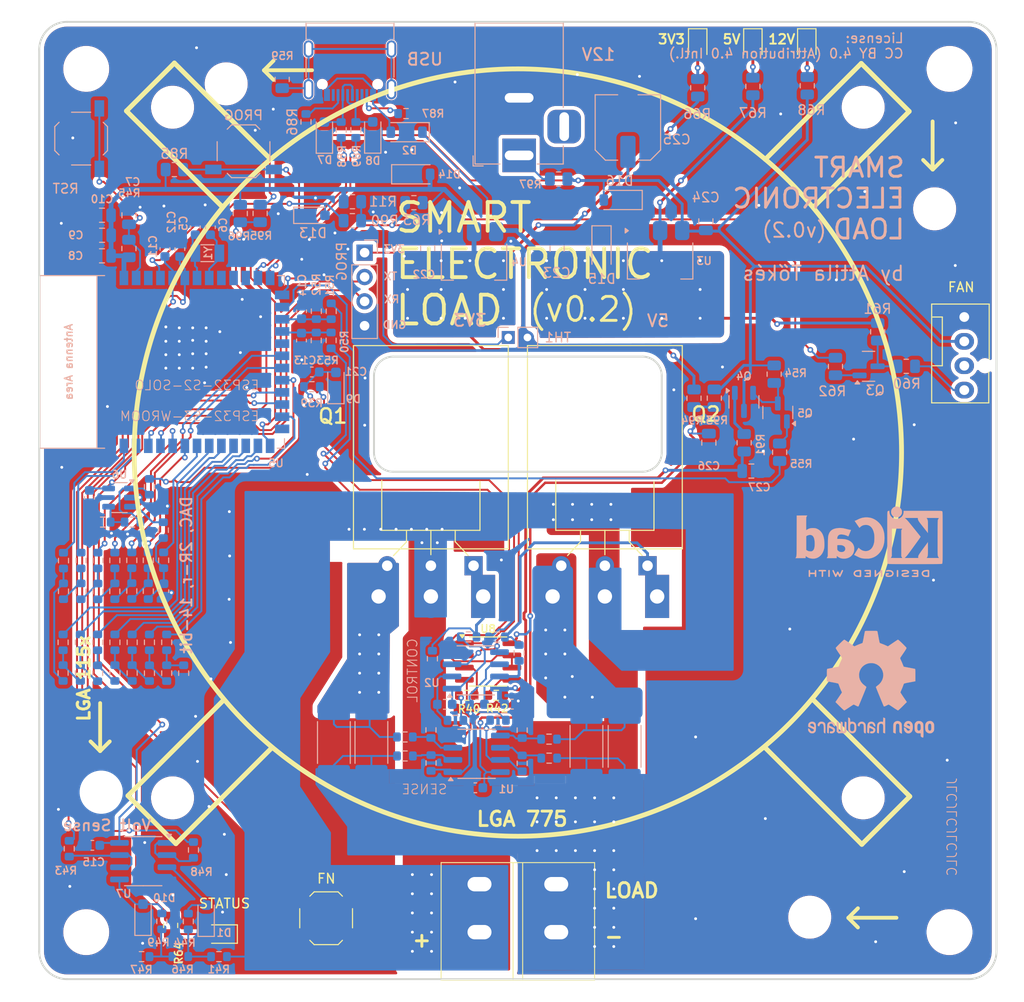
<source format=kicad_pcb>
(kicad_pcb (version 20241229) (generator "pcbnew") (generator_version "9.0")
  (layers (0 "F.Cu" signal) (2 "B.Cu" signal) (13 "F.Paste" user) (15 "B.Paste" user) (5 "F.SilkS" user "F.Silkscreen") (7 "B.SilkS" user "B.Silkscreen") (1 "F.Mask" user) (3 "B.Mask" user) (25 "Edge.Cuts" user))
  (net 0 "")
  (net 1 "GND")
  (net 2 "Net-(Q1-S)")
  (net 3 "Net-(Q2-S)")
  (net 4 "V_LOAD")
  (net 5 "I1_amp")
  (net 6 "+3.3V")
  (net 7 "I2_amp")
  (net 8 "Net-(U1A-+)")
  (net 9 "Net-(U1B--)")
  (net 10 "Net-(U1A--)")
  (net 11 "Net-(U1B-+)")
  (net 12 "Net-(Q1-G)")
  (net 13 "Net-(Q2-G)")
  (net 14 "I_set_amp")
  (net 15 "I_set")
  (net 16 "+12V")
  (net 17 "Net-(R12-Pad2)")
  (net 18 "Net-(R13-Pad2)")
  (net 19 "Net-(R14-Pad2)")
  (net 20 "Net-(R15-Pad2)")
  (net 21 "Net-(R16-Pad2)")
  (net 22 "Net-(R17-Pad2)")
  (net 23 "Net-(R18-Pad2)")
  (net 24 "Net-(R19-Pad2)")
  (net 25 "Net-(R20-Pad2)")
  (net 26 "Net-(R21-Pad2)")
  (net 27 "Net-(R22-Pad2)")
  (net 28 "Net-(R23-Pad2)")
  (net 29 "Net-(R24-Pad2)")
  (net 33 "/I1_amp_a")
  (net 34 "/I2_amp_a")
  (net 35 "unconnected-(U5-GPIO4{slash}TOUCH4{slash}ADC1_CH3-Pad4)")
  (net 36 "DAC_12")
  (net 37 "DAC_11")
  (net 38 "DAC_10")
  (net 39 "DAC_9")
  (net 40 "DAC_8")
  (net 41 "DAC_7")
  (net 42 "DAC_6")
  (net 43 "DAC_5")
  (net 44 "DAC_4")
  (net 45 "DAC_3")
  (net 46 "DAC_2")
  (net 47 "DAC_1")
  (net 48 "DAC_0")
  (net 49 "DAC_13")
  (net 50 "USB_P")
  (net 51 "USB_N")
  (net 52 "+5V")
  (net 55 "Net-(U5-GPIO15{slash}U0RTS{slash}ADC2_CH4{slash}XTAL_32K_P)")
  (net 56 "Net-(U5-GPIO16{slash}U0CTS{slash}ADC2_CH5{slash}XTAL_32K_N)")
  (net 57 "Net-(U5-EN)")
  (net 58 "/I_set_a")
  (net 59 "/TX")
  (net 60 "/RX")
  (net 61 "Net-(C2-Pad2)")
  (net 62 "V_LOAD_SEN_1")
  (net 63 "Net-(D2-A)")
  (net 64 "Net-(J5-SHIELD)")
  (net 65 "unconnected-(M1-Tacho-Pad3)")
  (net 66 "FAN_PWM")
  (net 67 "THERM")
  (net 68 "Net-(M1-PWM)")
  (net 69 "Net-(Q3-G)")
  (net 70 "Net-(Q3-D)")
  (net 71 "Net-(D3-A)")
  (net 72 "Net-(D4-A)")
  (net 73 "Net-(D5-A)")
  (net 74 "Net-(D6-A)")
  (net 75 "LED")
  (net 76 "BTN")
  (net 77 "Net-(C1-Pad2)")
  (net 78 "V_LOAD_SEN_2")
  (net 79 "Net-(D1-A2)")
  (net 80 "Net-(U7B--)")
  (net 81 "Net-(R74-Pad2)")
  (net 82 "Net-(U7A--)")
  (net 83 "Net-(U6--)")
  (net 85 "Net-(D10-A2)")
  (net 86 "Net-(R41-Pad1)")
  (net 87 "Net-(U5-GPIO0)")
  (net 88 "Net-(J5-CC1)")
  (net 89 "Net-(J5-CC2)")
  (net 90 "Net-(D7-A2)")
  (net 91 "Net-(D8-A2)")
  (net 92 "Net-(R11-Pad1)")
  (net 93 "/PWR_C_SET")
  (net 94 "/PWR_C_SENSE")
  (net 95 "Net-(C19-Pad1)")
  (net 96 "Net-(R46-Pad1)")
  (net 97 "Net-(U2A--)")
  (net 98 "/PWR_SET_AMP")
  (net 99 "Net-(J4-Pad1)")
  (net 101 "Net-(U2B--)")
  (net 102 "Net-(U8A-+)")
  (net 103 "Net-(U8B-+)")
  (net 104 "/I1_buf")
  (net 105 "/I2_buf")
  (net 106 "Net-(Q4-G)")
  (net 107 "PWR_C_SET_EN")
  (net 108 "Net-(Q4-D)")
  (net 109 "Net-(Q5-G)")
  (footprint "MountingHole:MountingHole_4mm" (layer "F.Cu") (at 114 131)
    (property "Reference" "LGA775_4" (hide yes))
    (property "Value" "MountingHole")
  )
  (footprint "LED_SMD:LED_0805_2012Metric" (layer "F.Cu") (at 119.07 145.2 180)
    (property "Reference" "D3" (hide yes))
    (property "Value" "STATUS")
  )
  (footprint "MountingHole:MountingHole_4mm" (layer "F.Cu") (at 186 59)
    (property "Reference" "LGA775_2" (hide yes))
    (property "Value" "MountingHole")
  )
  (footprint "MountingHole:MountingHole_4.3mm_M4" (layer "F.Cu") (at 105 145)
    (property "Reference" "H4" (hide yes))
    (property "Value" "MountingHole")
  )
  (footprint "MountingHole:MountingHole_4mm" (layer "F.Cu") (at 180.43 143.44)
    (property "Reference" "LGA11xx_3" (hide yes))
    (property "Value" "MountingHole")
  )
  (footprint "MountingHole:MountingHole_4.3mm_M4" (layer "F.Cu") (at 105 55)
    (property "Reference" "H1" (hide yes))
    (property "Value" "MountingHole")
  )
  (footprint "LED_SMD:LED_0805_2012Metric" (layer "F.Cu") (at 180.12 52.5 -90)
    (property "Reference" "D6" (hide yes))
    (property "Value" "blue")
  )
  (footprint "LED_SMD:LED_0805_2012Metric" (layer "F.Cu") (at 174.5 52.5 -90)
    (property "Reference" "D5" (hide yes))
    (property "Value" "blue")
  )
  (footprint "MountingHole:MountingHole_4.3mm_M4" (layer "F.Cu") (at 195 55)
    (property "Reference" "H2" (hide yes))
    (property "Value" "MountingHole")
  )
  (footprint "MountingHole:MountingHole_4.3mm_M4" (layer "F.Cu") (at 195 145)
    (property "Reference" "H3" (hide yes))
    (property "Value" "MountingHole")
  )
  (footprint "MountingHole:MountingHole_4mm" (layer "F.Cu") (at 114 59)
    (property "Reference" "LGA775_1" (hide yes))
    (property "Value" "MountingHole")
  )
  (footprint "Library:TO-247-220" (layer "F.Cu") (at 146.38 110 180)
    (property "Reference" "Q1")
    (property "Value" "any")
  )
  (footprint "Button_Switch_SMD:SW_SPST_TL3342" (layer "F.Cu") (at 130.01 143.55)
    (property "Reference" "SW1" (hide yes))
    (property "Value" "FN")
  )
  (footprint "MountingHole:MountingHole_4mm" (layer "F.Cu") (at 106.56 130.41)
    (property "Reference" "LGA11xx_4" (hide yes))
    (property "Value" "MountingHole")
  )
  (footprint "Library:TO-247-220" (layer "F.Cu") (at 164.52 110 180)
    (property "Reference" "Q2")
    (property "Value" "any")
  )
  (footprint "Resistor_SMD:R_0603_1608Metric" (layer "F.Cu") (at 147.75 120.31 180)
    (property "Reference" "R42")
    (property "Value" "1M")
  )
  (footprint "Resistor_SMD:R_0805_2012Metric" (layer "F.Cu") (at 113.8 144.3 -90)
    (property "Reference" "R64")
    (property "Value" "220")
  )
  (footprint "MountingHole:MountingHole_4mm" (layer "F.Cu") (at 119.59 56.56)
    (property "Reference" "LGA11xx_1" (hide yes))
    (property "Value" "MountingHole")
  )
  (footprint "Connector:FanPinHeader_1x04_P2.54mm_Vertical" (layer "F.Cu") (at 196.54 80.87 -90)
    (property "Reference" "M1" (hide yes))
    (property "Value" "FAN")
  )
  (footprint "Resistor_SMD:R_0603_1608Metric" (layer "F.Cu") (at 144.67 120.31)
    (property "Reference" "R40")
    (property "Value" "1M")
  )
  (footprint "LED_SMD:LED_0805_2012Metric" (layer "F.Cu") (at 168.75 52.5 -90)
    (property "Reference" "D4" (hide yes))
    (property "Value" "blue")
  )
  (footprint "MountingHole:MountingHole_4mm" (layer "F.Cu") (at 193.45 69.59)
    (property "Reference" "LGA11xx_2" (hide yes))
    (property "Value" "MountingHole")
  )
  (footprint "Library:Terminal-Block-7-screw" (layer "F.Cu") (at 150 140)
    (property "Reference" "J1" (hide yes))
    (property "Value" "LOAD")
  )
  (footprint "Package_SO:SOIC-8_3.9x4.9mm_P1.27mm" (layer "F.Cu") (at 146.9 116.785)
    (property "Reference" "U8")
    (property "Value" "opamp")
  )
  (footprint "MountingHole:MountingHole_4mm" (layer "F.Cu") (at 186 131)
    (property "Reference" "LGA775_3" (hide yes))
    (property "Value" "MountingHole")
  )
  (footprint "Resistor_SMD:R_0805_2012Metric" (layer "B.Cu") (at 109.45 73.73 -90)
    (property "Reference" "R45")
    (property "Value" "1k")
  )
  (footprint "Capacitor_SMD:C_0603_1608Metric" (layer "B.Cu") (at 127.45 80.27 90)
    (property "Reference" "C14")
    (property "Value" "22pF (tbd)")
  )
  (footprint "Resistor_SMD:R_0603_1608Metric" (layer "B.Cu") (at 111.47 106.235 -90)
    (property "Reference" "R12" (hide yes))
    (property "Value" "R_Small")
  )
  (footprint "Resistor_SMD:R_0805_2012Metric" (layer "B.Cu") (at 187.5125 82.41 90)
    (property "Reference" "R61")
    (property "Value" "10k")
  )
  (footprint "Resistor_SMD:R_0603_1608Metric" (layer "B.Cu") (at 106.72 102.25)
    (property "Reference" "R75" (hide yes))
    (property "Value" "10k")
  )
  (footprint "Diode_SMD:D_SOD-323_HandSoldering" (layer "B.Cu") (at 134.87 61.7775 90)
    (property "Reference" "D8")
    (property "Value" "3.3V")
  )
  (footprint "Resistor_SMD:R_0603_1608Metric" (layer "B.Cu") (at 107.98 109.4625 90)
    (property "Reference" "R35" (hide yes))
    (property "Value" "R_Small")
  )
  (footprint "Resistor_SMD:R_0603_1608Metric" (layer "B.Cu") (at 110.77 147.55)
    (property "Reference" "R47")
    (property "Value" "10k*")
  )
  (footprint "Resistor_SMD:R_0805_2012Metric" (layer "B.Cu") (at 176.72 86.83 90)
    (property "Reference" "R54")
    (property "Value" "10k")
  )
  (footprint "Resistor_SMD:R_0603_1608Metric" (layer "B.Cu") (at 144.86 114.22)
    (property "Reference" "R65" (hide yes))
    (property "Value" "1ohm")
  )
  (footprint "Connector_PinHeader_2.00mm:PinHeader_1x02_P2.00mm_Vertical" (layer "B.Cu") (at 149 83 -90)
    (property "Reference" "TH1")
    (property "Value" "10k")
  )
  (footprint "Capacitor_SMD:C_0603_1608Metric" (layer "B.Cu") (at 113.09 109.45 -90)
    (property "Reference" "C19" (hide yes))
    (property "Value" "3.3pF (tbd)")
  )
  (footprint "Diode_SMD:D_SOD-323_HandSoldering" (layer "B.Cu") (at 131.03 87.8975 90)
    (property "Reference" "D9")
    (property "Value" "12V")
  )
  (footprint "Resistor_SMD:R_0603_1608Metric" (layer "B.Cu") (at 113.04 103.09 90)
    (property "Reference" "R70" (hide yes))
    (property "Value" "R_Small")
  )
  (footprint "Resistor_SMD:R_0603_1608Metric" (layer "B.Cu") (at 104.45 109.4675 90)
    (property "Reference" "R33" (hide yes))
    (property "Value" "R_Small")
  )
  (footprint "Resistor_SMD:R_0603_1608Metric" (layer "B.Cu") (at 106.21 109.48 90)
    (property "Reference" "R34" (hide yes))
    (property "Value" "R_Small")
  )
  (footprint "Package_TO_SOT_SMD:SOT-23" (layer "B.Cu") (at 186.56 86.01)
    (property "Reference" "Q3")
    (property "Value" "BSS138")
  )
  (footprint "Resistor_SMD:R_0603_1608Metric" (layer "B.Cu") (at 150.45 127.4 90)
    (property "Reference" "R2" (hide yes))
    (property "Value" "10k (1%)")
  )
  (footprint "Resistor_SMD:R_0603_1608Metric" (layer "B.Cu") (at 109.79 114.785 -90)
    (property "Reference" "R22" (hide yes))
    (property "Value" "R_Small")
  )
  (footprint "Resistor_SMD:R_0603_1608Metric" (layer "B.Cu") (at 106.19 118.01 90)
    (property "Reference" "R29" (hide yes))
    (property "Value" "R_Small")
  )
  (footprint "Package_TO_SOT_SMD:SOT-23-5" (layer "B.Cu") (at 108.470178 99.694282 180)
    (property "Reference" "U6")
    (property "Value" "opamp")
  )
  (footprint "Resistor_SMD:R_0805_2012Metric" (layer "B.Cu") (at 174.5 56.83 -90)
    (property "Reference" "R67")
    (property "Value" "3.3k")
  )
  (footprint "Resistor_SMD:R_0603_1608Metric" (layer "B.Cu") (at 113.39 114.785 -90)
    (property "Reference" "R24" (hide yes))
    (property "Value" "R_Small")
  )
  (footprint "Resistor_SMD:R_0603_1608Metric" (layer "B.Cu") (at 114.81 147.54)
    (property "Reference" "R46")
    (property "Value" "470k*")
  )
  (footprint "Resistor_SMD:R_0805_2012Metric" (layer "B.Cu") (at 132.752456 68.85 180)
    (property "Reference" "R11")
    (property "Value" "10k")
  )
  (footprint "Capacitor_SMD:C_0805_2012Metric" (layer "B.Cu") (at 169.91 93.97 -90)
    (property "Reference" "C26")
    (property "Value" "0.1uF")
  )
  (footprint "Resistor_SMD:R_0603_1608Metric" (layer "B.Cu") (at 104.45 106.255 -90)
    (property "Reference" "R16" (hide yes))
    (property "Value" "R_Small")
  )
  (footprint "Resistor_SMD:R_0805_2012Metric" (layer "B.Cu") (at 132.745522 70.82598 180)
    (property "Reference" "R90")
    (property "Value" "1k")
  )
  (footprint "Resistor_SMD:R_0603_1608Metric" (layer "B.Cu") (at 153.25 124.88)
    (property "Reference" "R7" (hide yes))
    (property "Value" "1k (1%)")
  )
  (footprint "Resistor_SMD:R_0805_2012Metric" (layer "B.Cu") (at 180.17 56.76 -90)
    (property "Reference" "R68")
    (property "Value" "12k")
  )
  (footprint "Resistor_SMD:R_0805_2012Metric" (layer "B.Cu") (at 154.25 66.48 180)
    (property "Reference" "R97")
    (property "Value" "FB")
  )
  (footprint "Package_TO_SOT_SMD:SOT-223-3_TabPin2" (layer "B.Cu") (at 164.83 75 -90)
    (property "Reference" "U3")
    (property "Value" "AMS1117-5.0")
  )
  (footprint "Capacitor_SMD:C_0603_1608Metric" (layer "B.Cu") (at 116.371801 71.515413 -90)
    (property "Reference" "C5")
    (property "Value" "12pF")
  )
  (footprint "Resistor_SMD:R_0603_1608Metric" (layer "B.Cu") (at 104.39 114.785 -90)
    (property "Reference" "R19" (hide yes))
    (property "Value" "R_Small")
  )
  (footprint "Connector_PinHeader_2.54mm:PinHeader_1x04_P2.54mm_Vertical" (layer "B.Cu") (at 134.02 74.16 180)
    (property "Reference" "J6" (hide yes))
    (property "Value" "PROG")
  )
  (footprint "Capacitor_SMD:C_0805_2012Metric" (layer "B.Cu") (at 169.6 70.89 90)
    (property "Reference" "C24")
    (property "Value" "10uF")
  )
  (footprint "Resistor_SMD:R_0603_1608Metric" (layer "B.Cu") (at 103.23 136.3 -90)
    (property "Reference" "R43")
    (property "Value" "22")
  )
  (footprint "Resistor_SMD:R_0603_1608Metric" (layer "B.Cu") (at 113.39 117.9975 90)
    (property "Reference" "R25" (hide yes))
    (property "Value" "R_Small")
  )
  (footprint "Resistor_SMD:R_0603_1608Metric" (layer "B.Cu") (at 109.79 117.985 90)
    (property "Reference" "R27" (hide yes))
    (property "Value" "R_Small")
  )
  (footprint "Package_SO:SOIC-8_3.9x4.9mm_P1.27mm" (layer "B.Cu") (at 145.61 117.71)
    (property "Reference" "U2")
    (property "Value" "opamp")
  )
  (footprint "Capacitor_SMD:C_0603_1608Metric" (layer "B.Cu") (at 114.76 73.79 90)
    (property "Reference" "C12")
    (property "Value" "22pF (tbd)")
  )
  (footprint "Resistor_SMD:R_0603_1608Metric" (layer "B.Cu") (at 116.18 136.43 -90)
    (property "Reference" "R48")
    (property "Value" "22")
  )
  (footprint "Connector_USB:USB_C_Receptacle_G-Switch_GT-USB-7010ASV" (layer "B.Cu") (at 132.5 54)
    (property "Reference" "J5" (hide yes))
    (property "Value" "USB")
  )
  (footprint "Capacitor_SMD:C_0805_2012Metric" (layer "B.Cu") (at 154.09 73.75 90)
    (property "Reference" "C23")
    (property "Value" "10uF")
  )
  (footprint "Resistor_SMD:R_0603_1608Metric" (layer "B.Cu") (at 109.75 106.235 -90)
    (property "Reference" "R13" (hide yes))
    (property "Value" "R_Small")
  )
  (footprint "Capacitor_SMD:C_0603_1608Metric" (layer "B.Cu") (at 145.74 121.24)
    (property "Reference" "C2" (hide yes))
    (property "Value" "1nF (tbd)")
  )
  (footprint "Crystal:Crystal_SMD_3215-2Pin_3.2x1.5mm" (layer "B.Cu") (at 117.631801 74.215413)
    (property "Reference" "Y1")
    (property "Value" "32.768 kHz")
  )
  (footprint "Resistor_SMD:R_0805_2012Metric" (layer "B.Cu") (at 125.43 56.1 -90)
    (property "Reference" "R59")
    (property "Value" "0")
  )
  (footprint "Resistor_SMD:R_0805_2012Metric" (layer "B.Cu") (at 168.75 56.97 -90)
    (property "Reference" "R66")
    (property "Value" "2.2k")
  )
  (footprint "Resistor_SMD:R_0603_1608Metric" (layer "B.Cu") (at 107.98 106.25 -90)
    (property "Reference" "R14" (hide yes))
    (property "Value" "R_Small")
  )
  (footprint "Resistor_SMD:R_0603_1608Metric" (layer "B.Cu") (at 127.91 60.525 -90)
    (property "Reference" "R86")
    (property "Value" "5.1k")
  )
  (footprint "Capacitor_SMD:C_0603_1608Metric" (layer "B.Cu") (at 149.38 121.23)
    (property "Reference" "C3" (hide yes))
    (property "Value" "1u")
  )
  (footprint "Resistor_SMD:R_0603_1608Metric" (layer "B.Cu") (at 115.16 118 90)
    (property "Reference" "R38" (hide yes))
    (property "Value" "R_Small")
  )
  (footprint "Resistor_SMD:R_2512_6332Metric" (layer "B.Cu") (at 161.13 125.63 -90)
    (property "Reference" "RS4" (hide yes))
    (property "Value" "0.001")
  )
  (footprint "Resistor_SMD:R_0603_1608Metric" (layer "B.Cu") (at 140.94 123.9225 -90)
    (property "Reference" "R4" (hide yes))
    (property "Value" "10k (1%)")
  )
  (footprint "Resistor_SMD:R_0603_1608Metric" (layer "B.Cu") (at 107.99 117.985 90)
    (property "Reference" "R28" (hide yes))
    (property "Value" "R_Small")
  )
  (footprint "Resistor_SMD:R_0603_1608Metric" (layer "B.Cu") (at 153.26 126.86)
    (property "Reference" "R8" (hide yes))
    (property "Value" "1k (1%)")
  )
  (footprint "Resistor_SMD:R_0805_2012Metric" (layer "B.Cu") (at 139.16 68.95 180)
    (property "Reference" "R63")
    (property "Value" "10k")
  )
  (footprint "Resistor_SMD:R_2512_6332Metric" (layer "B.Cu") (at 157.15 125.63 -90)
    (property "Reference" "RS2" (hide yes))
    (property "Value" "0.001")
  )
  (footprint "Capacitor_SMD:C_0603_1608Metric" (layer "B.Cu") (at 113.21 73.785 90)
    (property "Reference" "C11")
    (property "Value" "22pF (tbd)")
  )
  (footprint "Capacitor_SMD:C_0805_2012Metric" (layer "B.Cu") (at 106.65 72.35 180)
    (property "Reference" "C9")
    (property "Value" "1uF")
  )
  (footprint "Resistor_SMD:R_0805_2012Metric" (layer "B.Cu") (at 123.13 70.07 90)
    (property "Reference" "R95")
    (property "Value" "1ohm")
  )
  (footprint "Resistor_SMD:R_0805_2012Metric" (layer "B.Cu") (at 183.11 86.03 90)
    (property "Reference" "R62")
    (property "Value" "0")
  )
  (footprint "Symbol:KiCad-Logo2_6mm_SilkScreen" (layer "B.Cu") (at 186.617487 103.604848 180)
    (property "Reference" "REF**" (hide yes))
    (property "Value" "KiCad-Logo2_6mm_SilkScreen" (hide yes))
  )
  (footprint "Capacitor_SMD:C_0805_2012Metric" (layer "B.Cu") (at 174.34 96.93)
    (property "Reference" "C27")
    (property "Value" "0.1uF")
  )
  (footprint "Resistor_SMD:R_0603_1608Metric" (layer "B.Cu") (at 143.49 122.92)
    (property "Reference" "R9" (hide yes))
    (property "Value" "330")
  )
  (footprint "Diode_SMD:D_SOD-323_HandSoldering" (layer "B.Cu") (at 110.920439 143.332179 90)
    (property "Reference" "D10")
    (property "Value" "3.3V")
  )
  (footprint "Resistor_SMD:R_0603_1608Metric" (layer "B.Cu") (at 138.34 59.66)
    (property "Reference" "R87")
    (property "Value" "5.1k")
  )
  (footprint "Package_TO_SOT_SMD:SOT-23" (layer "B.Cu") (at 173.57 89.7175 -90)
    (property "Reference" "Q4")
    (property "Value" "PMOS")
  )
  (footprint "Diode_SMD:D_SOD-323_HandSoldering" (layer "B.Cu") (at 117.501979 143.434752 90)
    (property "Reference" "D1")
    (property "Value" "3.3V")
  )
  (footprint "Diode_SMD:D_SOD-323_HandSoldering" (layer "B.Cu") (at 129.83 61.7875 90)
    (property "Reference" "D7")
    (property "Value" "3.3V")
  )
  (footprint "Resistor_SMD:R_0805_2012Metric" (layer "B.Cu") (at 168.36 89.34 90)
    (property "Reference" "R94")
    (property "Value" "10")
  )
  (footprint "Resistor_SMD:R_0603_1608Metric" (layer "B.Cu") (at 109.82 102.25)
    (property "Reference" "R74" (hide yes))
    (property "Value" "20k")
  )
  (footprint "Resistor_SMD:R_0603_1608Metric" (layer "B.Cu") (at 115.641979 143.884752 -90)
    (property "Reference" "R44")
    (property "Value" "1M")
  )
  (footprint "Capacitor_SMD:C_0603_1608Metric" (layer "B.Cu") (at 128.52 86.6 180)
    (property "Reference" "C21")
    (property "Value" "100pF (tbd)")
  )
  (footprint "Resistor_SMD:R_0603_1608Metric" (layer "B.Cu") (at 150.13 115.89 -90)
    (property "Reference" "R69" (hide yes))
    (property "Value" "1ohm")
  )
  (footprint "Resistor_SMD:R_0805_2012Metric" (layer "B.Cu") (at 177.29 94.97 -90)
    (property "Reference" "R55")
    (property "Value" "22")
  )
  (footprint "Resistor_SMD:R_0603_1608Metric" (layer "B.Cu") (at 140.95 127.3625 90)
    (property "Reference" "R5" (hide yes))
    (property "Value" "10k (1%)")
  )
  (footprint "Resistor_SMD:R_0603_1608Metric" (layer "B.Cu") (at 102.59 114.785 -90)
    (property "Reference" "R18" (hide yes))
    (property "Value" "R_Small")
  )
  (footprint "Capacitor_SMD:C_0603_1608Metric" (layer "B.Cu") (at 105.34 99.72 -90)
    (property "Reference" "C18" (hide yes))
    (property "Value" "1u")
  )
  (footprint "Resistor_SMD:R_0603_1608Metric" (layer "B.Cu") (at 112.880439 143.874679 -90)
    (property "Reference" "R49")
    (property "Value" "1M")
  )
  (footprint "Resistor_SMD:R_0603_1608Metric" (layer "B.Cu") (at 147.825 114.24)
    (property "Reference" "R83" (hide yes))
    (property "Value" "10k")
  )
  (footprint "Resistor_SMD:R_0603_1608Metric" (layer "B.Cu") (at 138.23 126.6325 180)
    (property "Reference" "R3" (hide yes))
    (property "Value" "1k (1%)")
  )
  (footprint "Diode_SMD:D_SOD-323_HandSoldering" (layer "B.Cu") (at 128.64 70.27)
    (property "Reference" "D13")
    (property "Value" "3.3V")
  )
  (footprint "Resistor_SMD:R_0603_1608Metric" (layer "B.Cu") (at 130.53 83.31 -90)
    (property "Reference" "R50")
    (property "Value" "22")
  )
  (footprint "Button_Switch_SMD:SW_SPST_TL3342" (layer "B.Cu") (at 121.4 63.59)
    (property "Reference" "SW2" (hide yes))
    (property "Value" "PROG")
  )
  (footprint "Connector_BarrelJack:BarrelJack_Horizontal" (layer "B.Cu") (at 150.1325 64.02 -90)
    (property "Reference" "J4" (hide yes))
    (property "Value" "12V")
  )
  (footprint "Resistor_SMD:R_0603_1608Metric" (layer "B.Cu") (at 107.99 114.785 -90)
    (property "Reference" "R21" (hide yes))
    (property "Value" "R_Small")
  )
  (footprint "Resistor_SMD:R_0603_1608Metric" (layer "B.Cu") (at 138.22 124.6525 180)
    (property "Reference" "R1" (hide yes))
    (property "Value" "1k (1%)")
  )
  (footprint "Button_Switch_SMD:SW_SPST_TL3342" (layer "B.Cu") (at 104.47 62.27 90)
    (property "Reference" "SW3" (hide yes))
    (property "Value" "RST")
  )
  (footprint "Capacitor_SMD:C_Elec_6.3x7.7" (layer "B.Cu") (at 161.47 61.11 90)
    (property "Reference" "C25")
    (property "Value" "220uF")
  )
  (footprint "Resistor_SMD:R_0805_2012Metric" (layer "B.Cu") (at 170.48 89.33 90)
    (property "Reference" "R93")
    (property "Value" "10")
  )
  (footprint "PCM_Espressif:ESP32-S2-SOLO" (layer "B.Cu") (at 115.92 85.55 -90)
    (property "Reference" "U5")
    (property "Value" "ESP32-S2-SOLO / ESP32-S3-WROOM")
  )
  (footprint "Resistor_SMD:R_0603_1608Metric" (layer "B.Cu") (at 102.63 109.465 90)
    (property "Reference" "R32" (hide yes))
    (property "Value" "R_Small")
  )
  (footprint "Diode_SMD:D_SOD-123" (layer "B.Cu") (at 160.6075 68.67 180)
    (property "Reference" "D16")
    (property "Value" "12V")
  )
  (footprint "Resistor_SMD:R_0603_1608Metric" (layer "B.Cu") (at 118.84 147.55)
    (property "Reference" "R41")
    (property "Value" "0*")
  )
  (footprint "Capacitor_SMD:C_0805_2012Metric" (layer "B.Cu") (at 106.64 74.49)
    (property "Reference" "C8")
    (property "Value" "47u")
  )
  (footprint "Resistor_SMD:R_0603_1608Metric" (layer "B.Cu") (at 128.52 88.13)
    (property "Reference" "R39")
    (property "Value" "22")
  )
  (footprint "Resistor_SMD:R_2512_6332Metric" (layer "B.Cu") (at 130.82 125.23 -90)
    (property "Reference" "RS3" (hide yes))
    (property "Value" "0.001")
  )
  (footprint "Resistor_SMD:R_0603_1608Metric" (layer "B.Cu") (at 111.59 114.785 -90)
    (property "Reference" "R23" (hide yes))
    (property "Value" "R_Small")
  )
  (footprint "Capacitor_SMD:C_0603_1608Metric" (layer "B.Cu") (at 145.57 129.95 180)
    (property "Reference" "C4" (hide yes))
    (property "Value" "1u")
  )
  (footprint "Resistor_SMD:R_0603_1608Metric" (layer "B.Cu") (at 130.54 80.27 90)
    (property "Reference" "R51")
    (property "Value" "22")
  )
  (footprint "Package_SO:SOIC-8_3.9x4.9mm_P1.27mm" (layer "B.Cu") (at 145.7 126.41)
    (property "Reference" "U1")
    (property "Value" "opamp")
  )
  (footprint "Resistor_SMD:R_0603_1608Metric" (layer "B.Cu") (at 104.39 117.985 90)
    (property "Reference" "R30" (hide yes))
    (property "Value" "R_Small")
  )
  (footprint "Resistor_SMD:R_0603_1608Metric" (layer "B.Cu") (at 102.59 117.985 90)
    (property "Reference" "R31" (hide yes))
    (property "Value" "R_Small")
  )
  (footprint "Resistor_SMD:R_0603_1608Metric" (layer "B.Cu") (at 102.63 106.265 -90)
    (property "Reference" "R17" (hide yes))
    (property "Value" "R_Small")
  )
  (footprint "Resistor_SMD:R_0603_1608Metric" (layer "B.Cu") (at 141.09 116.49 90)
    (property "Reference" "R84" (hide yes))
    (property "Value" "10k")
  )
  (footprint "Symbol:OSHW-Logo2_14.6x12mm_SilkScreen" (layer "B.Cu") (at 186.83 119.14 180)
    (property "Reference" "REF**" (hide yes))
    (property "Value" "OSHW-Logo2_14.6x12mm_SilkScreen" (hide yes))
  )
  (footprint "Capacitor_SMD:C_0603_1608Metric" (layer "B.Cu") (at 105.64 135.95 180)
    (property "Reference" "C15")
    (property "Value" "1u")
  )
  (footprint "Resistor_SMD:R_0603_1608Metric" (layer "B.Cu") (at 128.99 80.265 90)
    (property "Reference" "R52")
    (property "Value" "22")
  )
  (footprint "Resistor_SMD:R_0603_1608Metric" (layer "B.Cu") (at 147.93 122.91)
    (property "Reference" "R10" (hide yes))
    (property "Value" "330")
  )
  (footprint "Diode_SMD:D_SOD-123" (layer "B.Cu") (at 138.4 61.6 180)
    (property "Reference" "D2")
    (property "Value" "D_Small")
  )
  (footprint "Resistor_SMD:R_2512_6332Metric" (layer "B.Cu") (at 134.73 125.22 -90)
    (property "Reference" "RS1" (hide yes))
    (property "Value" "0.001")
  )
  (footprint "Diode_SMD:D_SOD-123" (layer "B.Cu") (at 158.72 73.72 -90)
    (property "Reference" "D15")
    (property "Value" "5V")
  )
  (footprint "Capacitor_SMD:C_0805_2012Metric" (layer "B.Cu") (at 109.46 70.26 90)
    (property "Reference" "C7")
    (property "Value" "12pF")
  )
  (footprint "Resistor_SMD:R_0805_2012Metric" (layer "B.Cu") (at 121.06 70.08 90)
    (property "Reference" "R96")
    (property "Value" "dnp")
  )
  (footprint "Resistor_SMD:R_0603_1608Metric" (layer "B.Cu") (at 111.59 98.57 90)
    (property "Reference" "R81" (hide yes))
    (property "Value" "0")
  )
  (footprint "Resistor_SMD:R_0603_1608Metric" (layer "B.Cu") (at 133.11 61.36 -90)
    (property "Reference" "R89")
    (property "Value" "1")
  )
  (footprint "Resistor_SMD:R_0603_1608Metric" (layer "B.Cu") (at 106.19 114.785 -90)
    (property "Reference" "R20" (hide yes))
    (property "Value" "R_Small")
  )
  (footprint "Resistor_SMD:R_0603_1608Metric" (layer "B.Cu") (at 111.59 117.9975 90)
    (property "Reference" "R26" (hide yes))
    (property "Value" "R_Small")
  )
  (footprint "Capacitor_SMD:C_0603_1608Metric" (layer "B.Cu") (at 142.38 121.25)
    (property "Reference" "C1" (hide yes))
    (property "Value" "1nF (tbd)")
  )
  (footprint "Capacitor_SMD:C_0805_2012Metric" (layer "B.Cu") (at 140.6 73.68 90)
    (property "Reference" "C22")
    (property "Value" "10uF")
  )
  (footprint "Resistor_SMD:R_0603_1608Metric" (layer "B.Cu") (at 131.58 61.365 -90)
    (property "Reference" "R88")
    (property "Value" "1")
  )
  (footprint "Resistor_SMD:R_0603_1608Metric" (layer "B.Cu") (at 113.07 106.23 -90)
    (property "Reference" "R201" (hide yes))
    (property "Value" "R_Small")
  )
  (footprint "Resistor_SMD:R_0603_1608Metric" (layer "B.Cu") (at 128.98 83.315 -90)
    (property "Reference" "R53")
    (property "Value" "22")
  )
  (footprint "Resistor_SMD:R_0603_1608Metric" (layer "B.Cu") (at 106.21 106.255 -90)
    (property "Reference" "R15" (hide yes))
    (property "Value" "R_Small")
  )
  (footprint "Resistor_SMD:R_0805_2012Metric" (layer "B.Cu") (at 114.19 65.5 180)
    (property "Reference" "R85")
    (property "Value" "10k")
  )
  (footprint "Capacitor_SMD:C_0805_2012Metric" (layer "B.Cu") (at 106.64 70.26 180)
    (property "Reference" "C10")
    (property "Value" "0.1uF")
  )
  (footprint "Resistor_SMD:R_0805_2012Metric" (layer "B.Cu") (at 173.59 93.98 90)
    (property "Reference" "R91")
    (property "Value" "10")
  )
  (footprint "Package_TO_SOT_SMD:SOT-223-3_TabPin2" (layer "B.Cu") (at 145.43 75.12 -90)
    (property "Reference" "U4")
    (property "Value" "AMS1117-3.3")
  )
  (footprint "Capacitor_SMD:C_0603_1608Metric" (layer "B.Cu") (at 127.44 83.32 -90)
    (property "Reference" "C13")
    (property "Value" "22pF (tbd)")
  )
  (footprint "Capacitor_SMD:C_0603_1608Metric" (layer "B.Cu") (at 117.941801 71.515413 -90)
    (property "Reference" "C6")
    (property "Value" "12pF")
  )
  (footprint "Resistor_SMD:R_0603_1608Metric" (layer "B.Cu") (at 109.75 109.435 90)
    (property "Reference" "R36" (hide yes))
    (property "Value" "R_Small")
  )
  (footprint "Resistor_SMD:R_0603_1608Metric" (layer "B.Cu") (at 150.45 123.94 -90)
    (property "Reference" "R6" (hide yes))
    (property "Value" "10k (1%)")
  )
  (footprint "Resistor_SMD:R_0603_1608Metric" (layer "B.Cu") (at 111.47 109.45 90)
    (property "Reference" "R37" (hide yes))
    (property "Value" "R_Small")
  )
  (footprint "Resistor_SMD:R_0805_2012Metric" (layer "B.Cu") (at 190.4925 86.01 180)
    (property "Reference" "R60")
    (property "Value" "0")
  )
  (footprint "Package_TO_SOT_SMD:SOT-23" (layer "B.Cu") (at 177.1 90.82 90)
    (property "Reference" "Q5")
    (property "Value" "BSS138")
  )
  (footprint "Package_SO:SOIC-8_3.9x4.9mm_P1.27mm" (layer "B.Cu") (at 110.94 137.6 180)
    (property "Reference" "U7")
    (property "Value" "opamp")
  )
  (footprint "Diode_SMD:D_SOD-123" (layer "B.Cu") (at 139.2 65.99)
    (property "Reference" "D14")
    (property "Value" "3.3V")
  )
  (gr_line (start 105.45 125.12) (end 106.45 126.12) (stroke (width 0.4)) (layer "F.SilkS"))
  (gr_line (start 190.86 130.85) (end 185.86 135.85) (stroke (width 0.5)) (layer "F.SilkS"))
  (gr_line (start 192.25 64.5) (end 193.25 65.5) (stroke (width 0.4)) (layer "F.SilkS"))
  (gr_line (start 185.8 54.43) (end 175.8 64.43) (stroke (width 0.5)) (layer "F.SilkS"))
  (gr_line (start 193.24 60.48) (end 193.24 65.48) (stroke (width 0.4)) (layer "F.SilkS"))
  (gr_line (start 185.45 142.51) (end 184.45 143.51) (stroke (width 0.4)) (layer "F.SilkS"))
  (gr_line (start 185.86 135.85) (end 175.86 125.85) (stroke (width 0.5)) (layer "F.SilkS"))
  (gr_line (start 109.19 59.39) (end 114.19 54.39) (stroke (width 0.5)) (layer "F.SilkS"))
  (gr_line (start 193.25 65.5) (end 194.25 64.5) (stroke (width 0.4)) (layer "F.SilkS"))
  (gr_line (start 109.35 130.78) (end 119.35 120.78) (stroke (width 0.5)) (layer "F.SilkS"))
  (gr_line (start 190.8 59.43) (end 180.8 69.43) (stroke (width 0.5)) (layer "F.SilkS"))
  (gr_circle (center 150 95) (end 190 95) (stroke (width 0.5)) (fill no) (layer "F.SilkS"))
  (gr_line (start 114.19 54.39) (end 124.19 64.39) (stroke (width 0.5)) (layer "F.SilkS"))
  (gr_line (start 190.86 130.85) (end 180.86 120.85) (stroke (width 0.5)) (layer "F.SilkS"))
  (gr_line (start 184.45 143.51) (end 185.45 144.51) (stroke (width 0.4)) (layer "F.SilkS"))
  (gr_line (start 128.545 55.14) (end 123.545 55.14) (stroke (width 0.4)) (layer "F.SilkS"))
  (gr_line (start 114.35 135.78) (end 109.35 130.78) (stroke (width 0.5)) (layer "F.SilkS"))
  (gr_line (start 109.19 59.39) (end 119.19 69.39) (stroke (width 0.5)) (layer "F.SilkS"))
  (gr_line (start 114.35 135.78) (end 124.35 125.78) (stroke (width 0.5)) (layer "F.SilkS"))
  (gr_line (start 185.8 54.43) (end 190.8 59.43) (stroke (width 0.5)) (layer "F.SilkS"))
  (gr_line (start 124.525 54.15) (end 123.525 55.15) (stroke (width 0.4)) (layer "F.SilkS"))
  (gr_line (start 106.45 121.12) (end 106.45 126.12) (stroke (width 0.4)) (layer "F.SilkS"))
  (gr_line (start 106.45 126.12) (end 107.45 125.12) (stroke (width 0.4)) (layer "F.SilkS"))
  (gr_line (start 123.525 55.15) (end 124.525 56.15) (stroke (width 0.4)) (layer "F.SilkS"))
  (gr_line (start 189.47 143.5) (end 184.47 143.5) (stroke (width 0.4)) (layer "F.SilkS"))
  (gr_line (start 100.1 53) (end 100.1 147) (stroke (width 0.2)) (layer "Edge.Cuts"))
  (gr_arc (start 199.9 147) (mid 199.05061 149.05061) (end 197 149.9) (stroke (width 0.2)) (layer "Edge.Cuts"))
  (gr_line (start 197 50.1) (end 103 50.1) (stroke (width 0.2)) (layer "Edge.Cuts"))
  (gr_arc (start 165 95) (mid 164.414214 96.414214) (end 163 97) (stroke (width 0.2)) (layer "Edge.Cuts"))
  (gr_arc (start 100.1 53) (mid 100.94939 50.94939) (end 103 50.1) (stroke (width 0.2)) (layer "Edge.Cuts"))
  (gr_arc (start 163 85) (mid 164.414214 85.585786) (end 165 87) (stroke (width 0.2)) (layer "Edge.Cuts"))
  (gr_line (start 199.9 147) (end 199.9 53) (stroke (width 0.2)) (layer "Edge.Cuts"))
  (gr_line (start 137 97) (end 163 97) (stroke (width 0.2)) (layer "Edge.Cuts"))
  (gr_arc (start 103 149.9) (mid 100.94939 149.05061) (end 100.1 147) (stroke (width 0.2)) (layer "Edge.Cuts"))
  (gr_line (start 163 85) (end 137 85) (stroke (width 0.2)) (layer "Edge.Cuts"))
  (gr_arc (start 137 97) (mid 135.585786 96.414214) (end 135 95) (stroke (width 0.2)) (layer "Edge.Cuts"))
  (gr_line (start 103 149.9) (end 197 149.9) (stroke (width 0.2)) (layer "Edge.Cuts"))
  (gr_line (start 135 87) (end 135 95) (stroke (width 0.2)) (layer "Edge.Cuts"))
  (gr_arc (start 197 50.1) (mid 199.05061 50.94939) (end 199.9 53) (stroke (width 0.2)) (layer "Edge.Cuts"))
  (gr_line (start 165 95) (end 165 87) (stroke (width 0.2)) (layer "Edge.Cuts"))
  (gr_arc (start 135 87) (mid 135.585786 85.585786) (end 137 85) (stroke (width 0.2)) (layer "Edge.Cuts"))
  (gr_text "SMART\nELECTRONIC\nLOAD" (at 137.02 81.93 0) (layer "F.SilkS") (effects (font (size 3 3) (thickness 0.4)) (justify left bottom)))
  (gr_text "12V" (at 176 52.5 0) (layer "F.SilkS") (effects (font (size 1 1) (thickness 0.2) (bold yes)) (justify left bottom)))
  (gr_text "+" (at 139.99 145.8 0) (layer "F.SilkS") (effects (font (size 1.5 1.5) (thickness 0.3) (bold yes))))
  (gr_text "LGA 115x" (at 105.48 123.18 90) (layer "F.SilkS") (effects (font (size 1.25 1.25) (thickness 0.3) (bold yes)) (justify left bottom)))
  (gr_text "_" (at 160.01 144.72 0) (layer "F.SilkS") (effects (font (size 1.5 1.5) (thickness 0.3) (bold yes))))
  (gr_text "LGA 775" (at 145.53 134.08 0) (layer "F.SilkS") (effects (font (size 1.5 1.5) (thickness 0.3)) (justify left bottom)))
  (gr_text "5V" (at 171.25 52.5 0) (layer "F.SilkS") (effects (font (size 1 1) (thickness 0.2) (bold yes)) (justify left bottom)))
  (gr_text "3V3" (at 164.5 52.5 0) (layer "F.SilkS") (effects (font (size 1 1) (thickness 0.2) (bold yes)) (justify left bottom)))
  (gr_text "(v0.2)" (at 151 81.54 0) (layer "F.SilkS") (effects (font (size 2.5 2.5) (thickness 0.3)) (justify left bottom)))
  (gr_text "PROG" (at 132.22 72.95 90) (layer "B.SilkS") (effects (font (size 1 1) (thickness 0.15) (bold yes)) (justify left bottom mirror)))
  (gr_text "3V3" (at 146.85 81.95 0) (layer "B.SilkS") (effects (font (size 1.25 1.25) (thickness 0.2)) (justify left bottom mirror)))
  (gr_text "CONTROL" (at 139.6 114.3 90) (layer "B.SilkS") (effects (font (size 1 1) (thickness 0.1)) (justify left bottom mirror)))
  (gr_text "Volt Sense" (at 111.9 134.54 0) (layer "B.SilkS") (effects (font (size 1.15 1.15) (thickness 0.2) (bold yes)) (justify left bottom mirror)))
  (gr_text "by Attila Tőkés" (at 190.4 77.2 0) (layer "B.SilkS") (effects (font (size 1.5 1.5) (thickness 0.2)) (justify left bottom mirror)))
  (gr_text "SMART\nELECTRONIC\nLOAD" (at 190.5 72.9 0) (layer "B.SilkS") (effects (font (size 2 2) (thickness 0.3)) (justify left bottom mirror)))
  (gr_text "GND" (at 138.46 82.16 0) (layer "B.SilkS") (effects (font (size 0.8 0.8) (thickness 0.15) (bold yes)) (justify left bottom mirror)))
  (gr_text "(v0.2)" (at 182.3 72.7 0) (layer "B.SilkS") (effects (font (size 1.5 1.5) (thickness 0.2)) (justify left bottom mirror)))
  (gr_text "RX" (at 137.73 79.49 0) (layer "B.SilkS") (effects (font (size 0.8 0.8) (thickness 0.15) (bold yes)) (justify left bottom mirror)))
  (gr_text "5V" (at 165.87 81.99 0) (layer "B.SilkS") (effects (font (size 1.25 1.25) (thickness 0.2)) (justify left bottom mirror)))
  (gr_text "DAC, 2R-r, 14-bit" (at 116.11 99.44 90) (layer "B.SilkS") (effects (font (size 1.15 1.15) (thickness 0.2) (bold yes)) (justify left bottom mirror)))
  (gr_text "License:\nCC BY 4.0 (Attribution 4.0 Intl.)" (at 190.3 52.6 0) (layer "B.SilkS") (effects (font (size 1 1)) (justify left mirror)))
  (gr_text "TX" (at 137.51 77.09 0) (layer "B.SilkS") (effects (font (size 0.8 0.8) (thickness 0.15) (bold yes)) (justify left bottom mirror)))
  (gr_text "ESP32-S2-SOLO\n\nESP32-S3-WROOM" (at 123.1 91.8 0) (layer "B.SilkS") (effects (font (size 1 1) (thickness 0.1)) (justify left bottom mirror)))
  (gr_text "3V3" (at 138.29 74.25 0) (layer "B.SilkS") (effects (font (size 0.8 0.8) (thickness 0.15) (bold yes)) (justify left bottom mirror)))
  (gr_text "JLCJLCJLCJLC" (at 195.85 128.82 90) (layer "B.SilkS") (effects (font (size 1 1) (thickness 0.1)) (justify left bottom mirror)))
  (gr_text "SENSE\n" (at 142.7 130.7 0) (layer "B.SilkS") (effects (font (size 1 1) (thickness 0.1)) (justify left bottom mirror)))
  (segment (start 145.069452 121.930548) (end 145.65 121.35) (width 0.5) (layer "F.Cu") (net 1))
  (segment (start 144.681 118.946) (end 144.681 121.826548) (width 0.2) (layer "F.Cu") (net 1))
  (segment (start 144.425 118.69) (end 144.681 118.946) (width 0.2) (layer "F.Cu") (net 1))
  (segment (start 119.97 145.2375) (end 120.0075 145.2) (width 0.3) (layer "F.Cu") (net 1))
  (segment (start 145.069452 122.215) (end 145.069452 121.930548) (width 0.5) (layer "F.Cu") (net 1))
  (segment (start 145.069452 123.850548) (end 144.34 124.58) (width 0.2) (layer "F.Cu") (net 1))
  (segment (start 144.681 121.826548) (end 145.069452 122.215) (width 0.2) (layer "F.Cu") (net 1))
  (segment (start 145.65 121.35) (end 149.59 121.35) (width 0.5) (layer "F.Cu") (net 1))
  (segment (start 149.59 121.35) (end 150.04 120.9) (width 0.5) (layer "F.Cu") (net 1))
  (segment (start 145.069452 122.215) (end 145.069452 123.850548) (width 0.2) (layer "F.Cu") (net 1))
  (via (at 160 140.5) (size 0.6) (drill 0.3) (layers "F.Cu" "B.Cu") (net 1))
  (via (at 143.93 67.41) (size 0.6) (drill 0.3) (layers "F.Cu" "B.Cu") (net 1))
  (via (at 107.21 90.2) (size 0.6) (drill 0.3) (layers "F.Cu" "B.Cu") (net 1))
  (via (at 113.3 86.2) (size 0.6) (drill 0.3) (layers "F.Cu" "B.Cu") (net 1))
  (via (at 175.12 69.23) (size 0.6) (drill 0.3) (layers "F.Cu" "B.Cu") (net 1))
  (via (at 119.21 142.91) (size 0.6) (drill 0.3) (layers "F.Cu" "B.Cu") (net 1))
  (via (at 160 133.5) (size 0.6) (drill 0.3) (layers "F.Cu" "B.Cu") (net 1))
  (via (at 103.6 62.2) (size 0.6) (drill 0.3) (layers "F.Cu" "B.Cu") (net 1))
  (via (at 156.2 55.6) (size 0.6) (drill 0.3) (layers "F.Cu" "B.Cu") (net 1))
  (via (at 154 136.5) (size 0.6) (drill 0.3) (layers "F.Cu" "B.Cu") (net 1))
  (via (at 152 133.5) (size 0.6) (drill 0.3) (layers "F.Cu" "B.Cu") (net 1))
  (via (at 114.7 82) (size 0.6) (drill 0.3) (layers "F.Cu" "B.Cu") (net 1))
  (via (at 156 131) (size 0.6) (drill 0.3) (layers "F.Cu" "B.Cu") (net 1))
  (via (at 190.28 138.69) (size 0.6) (drill 0.3) (layers "F.Cu" "B.Cu") (net 1))
  (via (at 119.6 139) (size 0.6) (drill 0.3) (layers "F.Cu" "B.Cu") (net 1))
  (via (at 116.1 82) (size 0.6) (drill 0.3) (layers "F.Cu" "B.Cu") (net 1))
  (via (at 102.4 71.1) (size 0.6) (drill 0.3) (layers "F.Cu" "B.Cu") (net 1))
  (via (at 193.33 108.3) (size 0.6) (drill 0.3) (layers "F.Cu" "B.Cu") (net 1))
  (via (at 128.9 68.46) (size 0.6) (drill 0.3) (layers "F.Cu" "B.Cu") (net 1))
  (via (at 121.07 84.58) (size 0.6) (drill 0.3) (layers "F.Cu" "B.Cu") (net 1))
  (via (at 117.4 69.18) (size 0.6) (drill 0.3) (layers "F.Cu" "B.Cu") (net 1))
  (via (at 127.47 85.34) (size 0.6) (drill 0.3) (layers "F.Cu" "B.Cu") (net 1))
  (via (at 194.76 127.07) (size 0.6) (drill 0.3) (layers "F.Cu" "B.Cu") (net 1))
  (via (at 186.17 67.79) (size 0.6) (drill 0.3) (layers "F.Cu" "B.Cu") (net 1))
  (via (at 116.1 84.7) (size 0.6) (drill 0.3) (layers "F.Cu" "B.Cu") (net 1))
  (via (at 121.41 72.77) (size 0.6) (drill 0.3) (layers "F.Cu" "B.Cu") (net 1))
  (via (at 160 146.5) (size 0.6) (drill 0.3) (layers "F.Cu" "B.Cu") (net 1))
  (via (at 178.35 113.4) (size 0.6) (drill 0.3) (layers "F.Cu" "B.Cu") (net 1))
  (via (at 110.59 99.68) (size 0.6) (drill 0.3) (layers "F.Cu" "B.Cu") (net 1))
  (via (at 144.34 124.58) (size 0.6) (drill 0.3) (layers "F.Cu" "B.Cu") (net 1))
  (via (at 102.45 96.54) (size 0.6) (drill 0.3) (layers "F.Cu" "B.Cu") (net 1))
  (via (at 116.1 83.3) (size 0.6) (drill 0.3) (layers "F.Cu" "B.Cu") (net 1))
  (via (at 158 133.5) (size 0.6) (drill 0.3) (layers "F.Cu" "B.Cu") (net 1))
  (via (at 158 140.5) (size 0.6) (drill 0.3) (layers "F.Cu" "B.Cu") (net 1))
  (via (at 118 118.6) (size 0.6) (drill 0.3) (layers "F.Cu" "B.Cu") (net 1))
  (via (at 160 138.5) (size 0.6) (drill 0.3) (layers "F.Cu" "B.Cu") (net 1))
  (via (at 117.5 82) (size 0.6) (drill 0.3) (layers "F.Cu" "B.Cu") (net 1))
  (via (at 175.8 133.16) (size 0.6) (drill 0.3) (layers "F.Cu" "B.Cu") (net 1))
  (via (at 127.29 78.26) (size 0.6) (drill 0.3) (layers "F.Cu" "B.Cu") (net 1))
  (via (at 154 131) (size 0.6) (drill 0.3) (layers "F.Cu" "B.Cu") (net 1))
  (via (at 129.79 76.47) (size 0.6) (drill 0.3) (layers "F.Cu" "B.Cu") (net 1))
  (via (at 195.6 75.5) (size 0.6) (drill 0.3) (layers "F.Cu" "B.Cu") (net 1))
  (via (at 166.26 88.46) (size 0.6) (drill 0.3) (layers "F.Cu" "B.Cu") (net 1))
  (via (at 119.92 101.16) (size 0.6) (drill 0.3) (layers "F.Cu" "B.Cu") (net 1))
  (via (at 110.615735 69.424265) (size 0.6) (drill 0.3) (layers "F.Cu" "B.Cu") (net 1))
  (via (at 187.3 146) (size 0.6) (drill 0.3) (layers "F.Cu" "B.Cu") (net 1))
  (via (at 116.6 127.2) (size 0.6) (drill 0.3) (layers "F.Cu" "B.Cu") (net 1))
  (via (at 128.26 72.79) (size 0.6) (drill 0.3) (layers "F.Cu" "B.Cu") (net 1))
  (via (at 191.32 92.1) (size 0.6) (drill 0.3) (layers "F.Cu" "B.Cu") (net 1))
  (via (at 142.06 72.93) (size 0.6) (drill 0.3) (layers "F.Cu" "B.Cu") (net 1))
  (via (at 113.3 83.4) (size 0.6) (drill 0.3) (layers "F.Cu" "B.Cu") (net 1))
  (via (at 102.1 132.2) (size 0.6) (drill 0.3) (layers "F.Cu" "B.Cu") (net 1))
  (via (at 114.7 86.2) (size 0.6) (drill 0.3) (layers "F.Cu" "B.Cu") (net 1))
  (via (at 117.8 131.9) (size 0.6) (drill 0.3) (layers "F.Cu" "B.Cu") (net 1))
  (via (at 123.18 80.84) (size 0.6) (drill 0.3) (layers "F.Cu" "B.Cu") (net 1))
  (via (at 150.04 120.9) (size 0.6) (drill 0.3) (layers "F.Cu" "B.Cu") (net 1))
  (via (at 152 131) (size 0.6) (drill 0.3) (layers "F.Cu" "B.Cu") (net 1))
  (via (at 114.7 83.4) (size 0.6) (drill 0.3) (layers "F.Cu" "B.Cu") (net 1))
  (via (at 185 93.6) (size 0.6) (drill 0.3) (layers "F.Cu" "B.Cu") (net 1))
  (via (at 158 136.5) (size 0.6) (drill 0.3) (layers "F.Cu" "B.Cu") (net 1))
  (via (at 168.53 143.6) (size 0.6) (drill 0.3) (layers "F.Cu" "B.Cu") (net 1))
  (via (at 171.33 86.08) (size 0.6) (drill 0.3) (layers "F.Cu" "B.Cu") (net 1))
  (via (at 160 144.5) (size 0.6) (drill 0.3) (layers "F.Cu" "B.Cu") (net 1))
  (via (at 145.069452 122.215) (size 0.6) (drill 0.3) (layers "F.Cu" "B.Cu") (net 1))
  (via (at 113.46 100.58) (size 0.6) (drill 0.3) (layers "F.Cu" "B.Cu") (net 1))
  (via (at 158 144.5) (size 0.6) (drill 0.3) (layers "F.Cu" "B.Cu") (net 1))
  (via (at 117.5 84.7) (size 0.6) (drill 0.3) (layers "F.Cu" "B.Cu") (net 1))
  (via (at 114.7 84.8) (size 0.6) (drill 0.3) (layers "F.Cu" "B.Cu") (net 1))
  (via (at 134.03 92.15) (size 0.6) (drill 0.3) (layers "F.Cu" "B.Cu") (net 1))
  (via (at 143.45 56.37) (size 0.6) (drill 0.3) (layers "F.Cu" "B.Cu") (net 1))
  (via (at 116.4 122.5) (size 0.6) (drill 0.3) (layers "F.Cu" "B.Cu") (net 1))
  (via (at 127.47 74.85) (size 0.6) (drill 0.3) (layers "F.Cu" "B.Cu") (net 1))
  (via (at 117.5 86.1) (size 0.6) (drill 0.3) (layers "F.Cu" "B.Cu") (net 1))
  (via (at 195.64 60.63) (size 0.6) (drill 0.3) (layers "F.Cu" "B.Cu") (net 1))
  (via (at 107.63 103.41) (size 0.6) (drill 0.3) (layers "F.Cu" "B.Cu") (net 1))
  (via (at 116.1 86.2) (size 0.6) (drill 0.3) (layers "F.Cu" "B.Cu") (net 1))
  (via (at 130.93 72.11) (size 0.6) (drill 0.3) (layers "F.Cu" "B.Cu") (net 1))
  (via (at 113.3 81.9) (size 0.6) (drill 0.3) (layers "F.Cu" "B.Cu") (net 1))
  (via (at 158 131) (size 0.6) (drill 0.3) (layers "F.Cu" "B.Cu") (net 1))
  (via (at 111.1 135.66) (size 0.6) (drill 0.3) (layers "F.Cu" "B.Cu") (net 1))
  (via (at 158 138.5) (size 0.6) (drill 0.3) (layers "F.Cu" "B.Cu") (net 1))
  (via (at 138.96 63.44) (size 0.6) (drill 0.3) (layers "F.Cu" "B.Cu") (net 1))
  (via (at 113.1 69.3) (size 0.6) (drill 0.3) (layers "F.Cu" "B.Cu") (net 1))
  (via (at 120.04 114.8) (size 0.6) (drill 0.3) (layers "F.Cu" "B.Cu") (net 1))
  (via (at 156 133.5) (size 0.6) (drill 0.3) (layers "F.Cu" "B.Cu") (net 1))
  (via (at 142.04 69.98) (size 0.6) (drill 0.3) (layers "F.Cu" "B.Cu") (net 1))
  (via (at 118.93 82.4) (size 0.6) (drill 0.3) (layers "F.Cu" "B.Cu") (net 1))
  (via (at 148.28 106.2) (size 0.6) (drill 0.3) (layers "F.Cu" "B.Cu") (net 1))
  (via (at 113.3 84.8) (size 0.6) (drill 0.3) (layers "F.Cu" "B.Cu") (net 1))
  (via (at 162.68 55.78) (size 0.6) (drill 0.3) (layers "F.Cu" "B.Cu") (net 1))
  (via (at 160 136.5) (size 0.6) (drill 0.3) (layers "F.Cu" "B.Cu") (net 1))
  (via (at 154 133.5) (size 0.6) (drill 0.3) (layers "F.Cu" "B.Cu") (net 1))
  (via (at 158 142.5) (size 0.6) (drill 0.3) (layers "F.Cu" "B.Cu") (net 1))
  (via (at 103.29 140.23) (size 0.6) (drill 0.3) (layers "F.Cu" "B.Cu") (net 1))
  (via (at 117.5 83.4) (size 0.6) (drill 0.3) (layers "F.Cu" "B.Cu") (net 1))
  (via (at 116.5 52.8) (size 0.6) (drill 0.3) (layers "F.Cu" "B.Cu") (net 1))
  (via (at 122.62 61.4) (size 0.6) (drill 0.3) (layers "F.Cu" "B.Cu") (net 1))
  (via (at 119.9 110.3) (size 0.6) (drill 0.3) (layers "F.Cu" "B.Cu") (net 1))
  (via (at 132.28 73.79) (size 0.6) (drill 0.3) (layers "F.Cu" "B.Cu") (net 1))
  (via (at 149.27 72.97) (size 0.6) (drill 0.3) (layers "F.Cu" "B.Cu") (net 1))
  (via (at 160 142.5) (size 0.6) (drill 0.3) (layers "F.Cu" "B.Cu") (net 1))
  (via (at 134.07 87.23) (size 0.6) (drill 0.3) (layers "F.Cu" "B.Cu") (net 1))
  (via (at 127.68 90.05) (size 0.6) (drill 0.3) (layers "F.Cu" "B.Cu") (net 1))
  (via (at 119.95 105.78) (size 0.6) (drill 0.3) (layers "F.Cu" "B.Cu") (net 1))
  (via (at 119.4 134.8) (size 0.6) (drill 0.3) (layers "F.Cu" "B.Cu") (net 1))
  (via (at 183.2 77) (size 0.6) (drill 0.3) (layers "F.Cu" "B.Cu") (net 1))
  (via (at 125.02 70.1) (size 0.6) (drill 0.3) (layers "F.Cu" "B.Cu") (net 1))
  (via (at 121.73 88.22) (size 0.6) (drill 0.3) (layers "F.Cu" "B.Cu") (net 1))
  (via (at 113.88 109.61) (size 0.6) (drill 0.3) (layers "F.Cu" "B.Cu") (net 1))
  (via (at 124.5 59.2) (size 0.6) (drill 0.3) (layers "F.Cu" "B.Cu") (net 1))
  (via (at 110.88 146.16) (size 0.6) (drill 0.3) (layers "F.Cu" "B.Cu") (net 1))
  (via (at 136.21 63.69) (size 0.6) (drill 0.3) (layers "F.Cu" "B.Cu") (net 1))
  (via (at 121.26 79.03) (size 0.6) (drill 0.3) (layers "F.Cu" "B.Cu") (net 1))
  (via (at 158 146.5) (size 0.6) (drill 0.3) (layers "F.Cu" "B.Cu") (net 1))
  (via (at 109.31 103.5) (size 0.6) (drill 0.3) (layers "F.Cu" "B.Cu") (net 1))
  (via (at 117.34 87.73) (size 0.6) (drill 0.3) (layers "F.Cu" "B.Cu") (net 1))
  (via (at 156 136.5) (size 0.6) (drill 0.3) (layers "F.Cu" "B.Cu") (net 1))
  (via (at 160 131) (size 0.6) (drill 0.3) (layers "F.Cu" "B.Cu") (net 1))
  (via (at 175.58 94.86) (size 0.6) (drill 0.3) (layers "F.Cu" "B.Cu") (net 1))
  (via (at 114.03 141.13) (size 0.6) (drill 0.3) (layers "F.Cu" "B.Cu") (net 1))
  (via (at 152 136.5) (size 0.6) (drill 0.3) (layers "F.Cu" "B.Cu") (net 1))
  (via (at 134.92 69.92) (size 0.6) (drill 0.3) (layers "F.Cu" "B.Cu") (net 1))
  (via (at 168.53 124.65) (size 0.6) (drill 0.3) (layers "F.Cu" "B.Cu") (net 1))
  (via (at 177.4 59.7) (size 0.6) (drill 0.3) (layers "F.Cu" "B.Cu") (net 1))
  (via (at 128.04 97.28) (size 0.6) (drill 0.3) (layers "F.Cu" "B.Cu") (net 1))
  (segment (start 157.15 128.5925) (end 157.15 126.89) (width 0.2) (layer "B.Cu") (net 1))
  (segment (start 134.73 126.6325) (end 131.7675 126.6325) (width 0.2) (layer "B.Cu") (net 1))
  (segment (start 110.575718 99.694282) (end 110.59 99.68) (width 0.2) (layer "B.Cu") (net 1))
  (segment (start 143.135 115.805) (end 142.6 115.805) (width 0.2) (layer "B.Cu") (net 1))
  (segment (start 144.265 124.505) (end 144.34 124.58) (width 0.2) (layer "B.Cu") (net 1))
  (segment (start 142.6 115.805) (end 140.4 118.005) (width 0.2) (layer "B.Cu") (net 1))
  (segment (start 148.55076 113.44) (end 148.02 113.44) (width 0.2) (layer "B.Cu") (net 1))
  (segment (start 157.15 126.89) (end 157.12 126.86) (width 0.2) (layer "B.Cu") (net 1))
  (segment (start 130.82 127.58) (end 130.82 128.1925) (width 0.2) (layer "B.Cu") (net 1))
  (segment (start 147.22 114.24) (end 147 114.24) (width 0.2) (layer "B.Cu") (net 1))
  (segment (start 131.7675 126.6325) (end 130.82 127.58) (width 0.2) (layer "B.Cu") (net 1))
  (segment (start 160.42 126.89) (end 157.15 126.89) (width 0.2) (layer "B.Cu") (net 1))
  (segment (start 157.12 126.86) (end 154.085 126.86) (width 0.2) (layer "B.Cu") (net 1))
  (segment (start 149.37038 112.62038) (end 148.55076 113.44) (width 0.2) (layer "B.Cu") (net 1))
  (segment (start 109.607678 99.694282) (end 110.575718 99.694282) (width 0.2) (layer "B.Cu") (net 1))
  (segment (start 161.13 128.5925) (end 161.13 127.6) (width 0.2) (layer "B.Cu") (net 1))
  (segment (start 143.135 115.805) (end 142.775 115.805) (width 0.2) (layer "B.Cu") (net 1))
  (segment (start 134.73 126.6325) (end 137.405 126.6325) (width 0.2) (layer "B.Cu") (net 1))
  (segment (start 148.02 113.44) (end 147.22 114.24) (width 0.2) (layer "B.Cu") (net 1))
  (segment (start 161.13 127.6) (end 160.42 126.89) (width 0.2) (layer "B.Cu") (net 1))
  (segment (start 140.4 122.22) (end 140.92 122.74) (width 0.2) (layer "B.Cu") (net 1))
  (segment (start 134.73 128.1825) (end 134.73 126.6325) (width 0.2) (layer "B.Cu") (net 1))
  (segment (start 140.4 118.005) (end 140.4 122.22) (width 0.2) (layer "B.Cu") (net 1))
  (segment (start 143.225 124.505) (end 144.265 124.505) (width 0.2) (layer "B.Cu") (net 1))
  (via (at 135.5 120) (size 0.6) (drill 0.3) (layers "F.Cu" "B.Cu") (net 2))
  (via (at 133.5 114) (size 0.6) (drill 0.3) (layers "F.Cu" "B.Cu") (net 2))
  (via (at 133.5 118) (size 0.6) (drill 0.3) (layers "F.Cu" "B.Cu") (net 2))
  (via (at 135.5 114) (size 0.6) (drill 0.3) (layers "F.Cu" "B.Cu") (net 2))
  (via (at 135.5 118) (size 0.6) (drill 0.3) (layers "F.Cu" "B.Cu") (net 2))
  (via (at 133.5 116) (size 0.6) (drill 0.3) (layers "F.Cu" "B.Cu") (net 2))
  (via (at 135.5 116) (size 0.6) (drill 0.3) (layers "F.Cu" "B.Cu") (net 2))
  (via (at 133.5 120) (size 0.6) (drill 0.3) (layers "F.Cu" "B.Cu") (net 2))
  (segment (start 131.11 123.61) (end 130.82 123.32) (width 0.2) (layer "B.Cu") (net 2))
  (segment (start 137.395 124.6525) (end 135.5925 124.6525) (width 0.2) (layer "B.Cu") (net 2))
  (segment (start 130.82 123.32) (end 130.82 122.2675) (width 0.2) (layer "B.Cu") (net 2))
  (segment (start 134.55 123.61) (end 134.55 122.695) (width 0.2) (layer "B.Cu") (net 2))
  (segment (start 135.5925 124.6525) (end 134.55 123.61) (width 0.2) (layer "B.Cu") (net 2))
  (segment (start 134.55 123.61) (end 131.11 123.61) (width 0.2) (layer "B.Cu") (net 2))
  (via (at 155.67 118.35) (size 0.6) (drill 0.3) (layers "F.Cu" "B.Cu") (net 3))
  (via (at 157.76 120.5) (size 0.6) (drill 0.3) (layers "F.Cu" "B.Cu") (net 3))
  (via (at 152.9 113.5) (size 0.6) (drill 0.3) (layers "F.Cu" "B.Cu") (net 3))
  (via (at 154.9 120.5) (size 0.6) (drill 0.3) (layers "F.Cu" "B.Cu") (net 3))
  (via (at 154.9 116) (size 0.6) (drill 0.3) (layers "F.Cu" "B.Cu") (net 3))
  (via (at 152.9 118.5) (size 0.6) (drill 0.3) (layers "F.Cu" "B.Cu") (net 3))
  (via (at 154.9 113.5) (size 0.6) (drill 0.3) (layers "F.Cu" "B.Cu") (net 3))
  (via (at 152.9 116) (size 0.6) (drill 0.3) (layers "F.Cu" "B.Cu") (net 3))
  (segment (start 157.15 122.6675) (end 157.15 123.945) (width 0.2) (layer "B.Cu") (net 3))
  (segment (start 156.875 123.945) (end 155.94 124.88) (width 0.2) (layer "B.Cu") (net 3))
  (segment (start 161.13 122.6675) (end 161.13 123.62) (width 0.2) (layer "B.Cu") (net 3))
  (segment (start 156.88 123.95) (end 156.875 123.945) (width 0.2) (layer "B.Cu") (net 3))
  (segment (start 157.15 123.945) (end 156.875 123.945) (width 0.2) (layer "B.Cu") (net 3))
  (segment (start 160.8 123.95) (end 156.88 123.95) (width 0.2) (layer "B.Cu") (net 3))
  (segment (start 155.94 124.88) (end 154.075 124.88) (width 0.2) (layer "B.Cu") (net 3))
  (segment (start 161.13 123.62) (end 160.8 123.95) (width 0.2) (layer "B.Cu") (net 3))
  (via (at 139 145) (size 0.6) (drill 0.3) (layers "F.Cu" "B.Cu") (net 4))
  (via (at 134 103) (size 0.6) (drill 0.3) (layers "F.Cu" "B.Cu") (net 4))
  (via (at 138.9 103) (size 0.6) (drill 0.3) (layers "F.Cu" "B.Cu") (net 4))
  (via (at 141 143) (size 0.6) (drill 0.3) (layers "F.Cu" "B.Cu") (net 4))
  (via (at 155.7 100.4) (size 0.6) (drill 0.3) (layers "F.Cu" "B.Cu") (net 4))
  (via (at 159.7 100.4) (size 0.6) (drill 0.3) (layers "F.Cu" "B.Cu") (net 4))
  (via (at 139 147) (size 0.6) (drill 0.3) (layers "F.Cu" "B.Cu") (net 4))
  (via (at 141 141) (size 0.6) (drill 0.3) (layers "F.Cu" "B.Cu") (net 4))
  (via (at 141 147) (size 0.6) (drill 0.3) (layers "F.Cu" "B.Cu") (net 4))
  (via (at 137.3 103) (size 0.6) (drill 0.3) (layers "F.Cu" "B.Cu") (net 4))
  (via (at 142.1 103) (size 0.6) (drill 0.3) (layers "F.Cu" "B.Cu") (net 4))
  (via (at 135.7 103) (size 0.6) (drill 0.3) (layers "F.Cu" "B.Cu") (net 4))
  (via (at 157.7 100.4) (size 0.6) (drill 0.3) (layers "F.Cu" "B.Cu") (net 4))
  (via (at 141.6 104.4) (size 0.6) (drill 0.3) (layers "F.Cu" "B.Cu") (net 4))
  (via (at 140 104.4) (size 0.6) (drill 0.3) (layers "F.Cu" "B.Cu") (net 4))
  (via (at 153.7 102) (size 0.6) (drill 0.3) (layers "F.Cu" "B.Cu") (net 4))
  (via (at 132.4 103) (size 0.6) (drill 0.3) (layers "F.Cu" "B.Cu") (net 4))
  (via (at 139 143) (size 0.6) (drill 0.3) (layers "F.Cu" "B.Cu") (net 4))
  (via (at 139 139) (size 0.6) (drill 0.3) (layers "F.Cu" "B.Cu") (net 4))
  (via (at 139 141) (size 0.6) (drill 0.3) (layers "F.Cu" "B.Cu") (net 4))
  (via (at 140.5 103) (size 0.6) (drill 0.3) (layers "F.Cu" "B.Cu") (net 4))
  (via (at 141 145) (size 0.6) (drill 0.3) (layers "F.Cu" "B.Cu") (net 4))
  (via (at 153.7 100.4) (size 0.6) (drill 0.3) (layers "F.Cu" "B.Cu") (net 4))
  (via (at 159.7 102) (size 0.6) (drill 0.3) (layers "F.Cu" "B.Cu") (net 4))
  (via (at 155.7 102) (size 0.6) (drill 0.3) (layers "F.Cu" "B.Cu") (net 4))
  (via (at 157.7 102) (size 0.6) (drill 0.3) (layers "F.Cu" "B.Cu") (net 4))
  (via (at 141 139) (size 0.6) (drill 0.3) (layers "F.Cu" "B.Cu") (net 4))
  (segment (start 119.665 147.55) (end 122.2 147.55) (width 0.2) (layer "B.Cu") (net 4))
  (segment (start 122.2 147.55) (end 122.21 147.54) (width 0.2) (layer "B.Cu") (net 4))
  (segment (start 130.53 82.485) (end 125.53 82.485) (width 0.2) (layer "B.Cu") (net 5))
  (segment (start 125.53 82.485) (end 125.42 82.375) (width 0.2) (layer "B.Cu") (net 5))
  (segment (start 165.58 84.25) (end 146.43 84.25) (width 0.3) (layer "F.Cu") (net 6))
  (segment (start 166.21 84.88) (end 165.58 84.25) (width 0.3) (layer "F.Cu") (net 6))
  (segment (start 137.66 74.16) (end 138.5 75) (width 0.2) (layer "F.Cu") (net 6))
  (segment (start 146.43 84.25) (end 144.5 82.32) (width 0.3) (layer "F.Cu") (net 6))
  (segment (start 156.985 70.09) (end 157.09 70.09) (width 0.3) (layer "F.Cu") (net 6))
  (segment (start 134.02 74.16) (end 137.66 74.16) (width 0.2) (layer "F.Cu") (net 6))
  (segment (start 144.5 82.32) (end 144.5 81) (width 0.3) (layer "F.Cu") (net 6))
  (segment (start 157.09 70.09) (end 165.915 61.265) (width 0.3) (layer "F.Cu") (net 6))
  (segment (start 148.5 74.94) (end 148.5 75) (width 0.3) (layer "F.Cu") (net 6))
  (segment (start 152.15 71.29) (end 148.5 74.94) (width 0.3) (layer "F.Cu") (net 6))
  (via (at 138.15 74.53) (size 0.6) (drill 0.3) (layers "F.Cu" "B.Cu") (net 6))
  (via (at 145 75) (size 0.6) (drill 0.3) (layers "F.Cu" "B.Cu") (net 6))
  (via (at 138.5 81) (size 0.6) (drill 0.3) (layers "F.Cu" "B.Cu") (net 6))
  (via (at 142 81) (size 0.6) (drill 0.3) (layers "F.Cu" "B.Cu") (net 6))
  (via (at 156.985 70.09) (size 0.6) (drill 0.3) (layers "F.Cu" "B.Cu") (net 6))
  (via (at 142 78) (size 0.6) (drill 0.3) (layers "F.Cu" "B.Cu") (net 6))
  (via (at 165.915 61.265) (size 0.6) (drill 0.3) (layers "F.Cu" "B.Cu") (net 6))
  (via (at 138.5 78) (size 0.6) (drill 0.3) (layers "F.Cu" "B.Cu") (net 6))
  (via (at 144.5 81) (size 0.6) (drill 0.3) (layers "F.Cu" "B.Cu") (net 6))
  (via (at 148.5 78) (size 0.6) (drill 0.3) (layers "F.Cu" "B.Cu") (net 6))
  (via (at 142 75) (size 0.6) (drill 0.3) (layers "F.Cu" "B.Cu") (net 6))
  (via (at 166.21 84.88) (size 0.6) (drill 0.3) (layers "F.Cu" "B.Cu") (net 6))
  (via (at 152.15 71.29) (size 0.6) (drill 0.3) (layers "F.Cu" "B.Cu") (net 6))
  (via (at 148.5 75) (size 0.6) (drill 0.3) (layers "F.Cu" "B.Cu") (net 6))
  (via (at 148.5 81) (size 0.6) (drill 0.3) (layers "F.Cu" "B.Cu") (net 6))
  (segment (start 111.89 67.56) (end 109 67.56) (width 0.5) (layer "B.Cu") (net 6))
  (segment (start 131.8 67.56) (end 131.839956 67.599956) (width 0.5) (layer "B.Cu") (net 6))
  (segment (start 107.59 74.49) (end 107.59 72.36) (width 0.5) (layer "B.Cu") (net 6))
  (segment (start 140.85 67.56) (end 131.8 67.56) (width 0.5) (layer "B.Cu") (net 6))
  (segment (start 108.93 74.49) (end 107.59 74.49) (width 0.5) (layer "B.Cu") (net 6))
  (segment (start 131.8 67.56) (end 121.04 67.56) (width 0.5) (layer "B.Cu") (net 6))
  (segment (start 121.06 67.58) (end 121.04 67.56) (width 0.2) (layer "B.Cu") (net 6))
  (segment (start 142.35 67.56) (end 140.85 67.56) (width 0.5) (layer "B.Cu") (net 6))
  (segment (start 107.59 68.97) (end 107.59 70.26) (width 0.5) (layer "B.Cu") (net 6))
  (segment (start 156.985 70.09) (end 156.985 70.135) (width 0.3) (layer "B.Cu") (net 6))
  (segment (start 113.2775 65.5) (end 113.2775 67.5375) (width 0.2) (layer "B.Cu") (net 6))
  (segment (start 107.59 72.34) (end 107.6 72.35) (width 0.5) (layer "B.Cu") (net 6))
  (segment (start 107.59 70.26) (end 107.59 72.34) (width 0.5) (layer "B.Cu") (net 6))
  (segment (start 140.85 65.99) (end 140.85 67.56) (width 0.5) (layer "B.Cu") (net 6))
  (segment (start 168.36 87.03) (end 166.21 84.88) (width 0.3) (layer "B.Cu") (net 6))
  (segment (start 145.43 70.64) (end 142.365 67.575) (width 0.5) (layer "B.Cu") (net 6))
  (segment (start 156.985 70.135) (end 155.83 71.29) (width 0.3) (layer "B.Cu") (net 6))
  (segment (start 113.2775 67.5375) (end 113.3 67.56) (width 0.2) (layer "B.Cu") (net 6))
  (segment (start 155.83 71.29) (end 152.15 71.29) (width 0.3) (layer "B.Cu") (net 6))
  (segment (start 121.04 67.56) (end 113.3 67.56) (width 0.5) (layer "B.Cu") (net 6))
  (segment (start 109 67.56) (end 107.59 68.97) (width 0.5) (layer "B.Cu") (net 6))
  (segment (start 168.75 58.43) (end 168.75 57.8825) (width 0.3) (layer "B.Cu") (net 6))
  (segment (start 131.839956 67.599956) (end 131.839956 68.85) (width 0.5) (layer "B.Cu") (net 6))
  (segment (start 108.93 76.8) (end 108.93 74.49) (width 0.5) (layer "B.Cu") (net 6))
  (segment (start 145.43 71.97) (end 145.43 78.27) (width 0.5) (layer "B.Cu") (net 6))
  (segment (start 168.36 88.4275) (end 168.36 87.03) (width 0.3) (layer "B.Cu") (net 6))
  (segment (start 140.99 68.95) (end 142.365 67.575) (width 0.2) (layer "B.Cu") (net 6))
  (segment (start 165.915 61.265) (end 168.75 58.43) (width 0.3) (layer "B.Cu") (net 6))
  (segment (start 113.3 67.56) (end 111.89 67.56) (width 0.5) (layer "B.Cu") (net 6))
  (segment (start 140.0725 68.95) (end 140.99 68.95) (width 0.2) (layer "B.Cu") (net 6))
  (segment (start 121.06 69.1675) (end 121.06 67.58) (width 0.2) (layer "B.Cu") (net 6))
  (segment (start 142.365 67.575) (end 142.35 67.56) (width 0.5) (layer "B.Cu") (net 6))
  (segment (start 144.4675 80.9675) (end 144.4675 78.32) (width 0.3) (layer "B.Cu") (net 6))
  (segment (start 144.5 81) (end 144.4675 80.9675) (width 0.3) (layer "B.Cu") (net 6))
  (segment (start 145.43 71.97) (end 145.43 70.64) (width 0.5) (layer "B.Cu") (net 6))
  (segment (start 107.59 72.36) (end 107.6 72.35) (width 0.5) (layer "B.Cu") (net 6))
  (segment (start 130.53 81.105) (end 130.54 81.095) (width 0.2) (layer "B.Cu") (net 7))
  (segment (start 125.42 81.105) (end 130.53 81.105) (width 0.2) (layer "B.Cu") (net 7))
  (segment (start 141.9675 125.775) (end 140.845 124.6525) (width 0.2) (layer "B.Cu") (net 8))
  (segment (start 143.265 125.775) (end 141.9675 125.775) (width 0.2) (layer "B.Cu") (net 8))
  (segment (start 140.845 124.6525) (end 139.045 124.6525) (width 0.2) (layer "B.Cu") (net 8))
  (segment (start 149.405 125.775) (end 148.175 125.775) (width 0.2) (layer "B.Cu") (net 9))
  (segment (start 152.3125 126.575) (end 150.205 126.575) (width 0.2) (layer "B.Cu") (net 9))
  (segment (start 150.205 126.575) (end 149.405 125.775) (width 0.2) (layer "B.Cu") (net 9))
  (segment (start 152.3275 126.59) (end 152.3125 126.575) (width 0.2) (layer "B.Cu") (net 9))
  (segment (start 142.635 127.045) (end 142.1275 126.5375) (width 0.2) (layer "B.Cu") (net 10))
  (segment (start 139.9375 126.6) (end 139.0875 126.6) (width 0.2) (layer "B.Cu") (net 10))
  (segment (start 140 126.5375) (end 139.9375 126.6) (width 0.2) (layer "B.Cu") (net 10))
  (segment (start 142.1275 126.5375) (end 140 126.5375) (width 0.2) (layer "B.Cu") (net 10))
  (segment (start 143.225 127.045) (end 142.635 127.045) (width 0.2) (layer "B.Cu") (net 10))
  (segment (start 152.425 124.88) (end 152.345 124.8) (width 0.2) (layer "B.Cu") (net 11))
  (segment (start 149.505 124.505) (end 148.175 124.505) (width 0.2) (layer "B.Cu") (net 11))
  (segment (start 152.345 124.8) (end 149.8 124.8) (width 0.2) (layer "B.Cu") (net 11))
  (segment (start 149.8 124.8) (end 149.505 124.505) (width 0.2) (layer "B.Cu") (net 11))
  (segment (start 141.09 115.06) (end 141.09 115.665) (width 0.2) (layer "B.Cu") (net 12))
  (segment (start 146.38 112.29) (end 145.685 112.985) (width 0.3) (layer "B.Cu") (net 12))
  (segment (start 142.82 113.33) (end 141.09 115.06) (width 0.2) (layer "B.Cu") (net 12))
  (segment (start 145.685 112.985) (end 145.685 114.22) (width 0.3) (layer "B.Cu") (net 12))
  (segment (start 146.38 110) (end 146.38 112.29) (width 0.3) (layer "B.Cu") (net 12))
  (segment (start 145.685 113.995) (end 145.02 113.33) (width 0.2) (layer "B.Cu") (net 12))
  (segment (start 145.02 113.33) (end 142.82 113.33) (width 0.2) (layer "B.Cu") (net 12))
  (segment (start 145.685 114.22) (end 145.685 113.995) (width 0.2) (layer "B.Cu") (net 12))
  (segment (start 150.24 105.88) (end 150.24 112.67) (width 0.3) (layer "B.Cu") (net 13))
  (segment (start 150.24 112.67) (end 149.621 113.289) (width 0.3) (layer "B.Cu") (net 13))
  (segment (start 163.52 106.8) (end 163.52 105.52) (width 0.3) (layer "B.Cu") (net 13))
  (segment (start 149.600346 113.289) (end 149.219 113.670346) (width 0.3) (layer "B.Cu") (net 13))
  (segment (start 163.52 105.52) (end 162.41 104.41) (width 0.3) (layer "B.Cu") (net 13))
  (segment (start 162.41 104.41) (end 151.71 104.41) (width 0.3) (layer "B.Cu") (net 13))
  (segment (start 149.219 113.691) (end 148.67 114.24) (width 0.3) (layer "B.Cu") (net 13))
  (segment (start 149.305 114.24) (end 150.13 115.065) (width 0.2) (layer "B.Cu") (net 13))
  (segment (start 149.621 113.289) (end 149.600346 113.289) (width 0.3) (layer "B.Cu") (net 13))
  (segment (start 149.219 113.670346) (end 149.219 113.691) (width 0.3) (layer "B.Cu") (net 13))
  (segment (start 163 106.8) (end 163.52 106.8) (width 0.3) (layer "B.Cu") (net 13))
  (segment (start 151.71 104.41) (end 150.24 105.88) (width 0.3) (layer "B.Cu") (net 13))
  (segment (start 148.65 114.24) (end 149.305 114.24) (width 0.2) (layer "B.Cu") (net 13))
  (segment (start 148.67 114.24) (end 148.65 114.24) (width 0.3) (layer "B.Cu") (net 13))
  (segment (start 113.31 98.04) (end 113.93 98.04) (width 0.2) (layer "F.Cu") (net 14))
  (segment (start 114.45 98.08) (end 115.85 98.08) (width 0.2) (layer "F.Cu") (net 14))
  (segment (start 128.89 89.66) (end 128.35 89.12) (width 0.2) (layer "F.Cu") (net 14))
  (segment (start 125.19 96.59) (end 128.89 92.89) (width 0.2) (layer "F.Cu") (net 14))
  (segment (start 115.85 98.08) (end 117.34 96.59) (width 0.2) (layer "F.Cu") (net 14))
  (segment (start 114.15 97.82) (end 114.19 97.82) (width 0.2) (layer "F.Cu") (net 14))
  (segment (start 113.93 98.04) (end 114.15 97.82) (width 0.2) (layer "F.Cu") (net 14))
  (segment (start 117.34 96.59) (end 125.19 96.59) (width 0.2) (layer "F.Cu") (net 14))
  (segment (start 114.19 97.82) (end 114.45 98.08) (width 0.2) (layer "F.Cu") (net 14))
  (segment (start 128.89 92.89) (end 128.89 89.66) (width 0.2) (layer "F.Cu") (net 14))
  (via (at 128.35 89.12) (size 0.6) (drill 0.3) (layers "F.Cu" "B.Cu") (net 14))
  (via (at 113.31 98.04) (size 0.6) (drill 0.3) (layers "F.Cu" "B.Cu") (net 14))
  (segment (start 129.295 86.6) (end 129.225 86.6) (width 0.2) (layer "B.Cu") (net 14))
  (segment (start 111.595 97.74) (end 111.59 97.745) (width 0.2) (layer "B.Cu") (net 14))
  (segment (start 129.225 86.6) (end 127.695 88.13) (width 0.2) (layer "B.Cu") (net 14))
  (segment (start 128.35 89.12) (end 127.695 88.465) (width 0.2) (layer "B.Cu") (net 14))
  (segment (start 112.84 97.74) (end 111.595 97.74) (width 0.2) (layer "B.Cu") (net 14))
  (segment (start 130.9825 86.6) (end 131.03 86.6475) (width 0.2) (layer "B.Cu") (net 14))
  (segment (start 127.695 88.465) (end 127.695 88.13) (width 0.2) (layer "B.Cu") (net 14))
  (segment (start 113.31 98.04) (end 113.14 98.04) (width 0.2) (layer "B.Cu") (net 14))
  (segment (start 129.295 86.6) (end 130.9825 86.6) (width 0.2) (layer "B.Cu") (net 14))
  (segment (start 113.14 98.04) (end 112.84 97.74) (width 0.2) (layer "B.Cu") (net 14))
  (segment (start 111.925 102.265) (end 110.304282 100.644282) (width 0.2) (layer "B.Cu") (net 15))
  (segment (start 110.304282 100.644282) (end 109.607678 100.644282) (width 0.2) (layer "B.Cu") (net 15))
  (segment (start 113.04 102.265) (end 111.925 102.265) (width 0.2) (layer "B.Cu") (net 15))
  (segment (start 124.13 67.9) (end 124.13 64.28) (width 0.2) (layer "F.Cu") (net 16))
  (segment (start 124.13 64.28) (end 126.5 61.91) (width 0.2) (layer "F.Cu") (net 16))
  (segment (start 124.54 68.31) (end 124.13 67.9) (width 0.2) (layer "F.Cu") (net 16))
  (segment (start 145.05 66.63) (end 156.29 66.63) (width 0.2) (layer "F.Cu") (net 16))
  (segment (start 140.33 61.91) (end 145.05 66.63) (width 0.2) (layer "F.Cu") (net 16))
  (segment (start 126.5 61.91) (end 140.33 61.91) (width 0.2) (layer "F.Cu") (net 16))
  (via (at 156.29 66.63) (size 0.6) (drill 0.3) (layers "F.Cu" "B.Cu") (net 16))
  (via (at 124.54 68.31) (size 0.6) (drill 0.3) (layers "F.Cu" "B.Cu") (net 16))
  (segment (start 176.72 85.9175) (end 174.2475 85.9175) (width 0.2) (layer "B.Cu") (net 16))
  (segment (start 123.13 69.1575) (end 123.6925 69.1575) (width 0.2) (layer "B.Cu") (net 16))
  (segment (start 171.0525 88.4175) (end 173.56 85.91) (width 0.3) (layer "B.Cu") (net 16))
  (segment (start 171 71.56) (end 171 71.92) (width 0.3) (layer "B.Cu") (net 16))
  (segment (start 173.56 85.91) (end 174.24 85.91) (width 0.3) (layer "B.Cu") (net 16))
  (segment (start 167.13 69.09) (end 167.13 71.92) (width 0.3) (layer "B.Cu") (net 16))
  (segment (start 194.06 83.41) (end 186.23 75.58) (width 0.3) (layer "B.Cu") (net 16))
  (segment (start 161.47 63.6475) (end 161.47 66.62) (width 0.3) (layer "B.Cu") (net 16))
  (segment (start 158.92 66.64) (end 155.82 66.64) (width 0.3) (layer "B.Cu") (net 16))
  (segment (start 180.17 62.39) (end 171 71.56) (width 0.3) (layer "B.Cu") (net 16))
  (segment (start 174.2475 85.9175) (end 174.24 85.91) (width 0.2) (layer "B.Cu") (net 16))
  (segment (start 170.64 71.92) (end 167.13 71.92) (width 0.3) (layer "B.Cu") (net 16))
  (segment (start 186.23 75.58) (end 174.66 75.58) (width 0.3) (layer "B.Cu") (net 16))
  (segment (start 158.9575 66.6775) (end 158.92 66.64) (width 0.2) (layer "B.Cu") (net 16))
  (segment (start 174.24 85.91) (end 174.24 76) (width 0.3) (layer "B.Cu") (net 16))
  (segment (start 123.6925 69.1575) (end 124.54 68.31) (width 0.2) (layer "B.Cu") (net 16))
  (segment (start 155.66 66.48) (end 155.1625 66.48) (width 0.3) (layer "B.Cu") (net 16))
  (segment (start 174.24 76) (end 174.66 75.58) (width 0.3) (layer "B.Cu") (net 16))
  (segment (start 174.24 86.73) (end 174.24 85.91) (width 0.3) (layer "B.Cu") (net 16))
  (segment (start 173.57 90.655) (end 173.57 87.4) (width 0.3) (layer "B.Cu") (net 16))
  (segment (start 180.17 57.6725) (end 180.17 62.39) (width 0.3) (layer "B.Cu") (net 16))
  (segment (start 161.45 66.64) (end 164.68 66.64) (width 0.3) (layer "B.Cu") (net 16))
  (segment (start 173.57 87.4) (end 174.24 86.73) (width 0.3) (layer "B.Cu") (net 16))
  (segment (start 161.45 66.64) (end 158.92 66.64) (width 0.3) (layer "B.Cu") (net 16))
  (segment (start 158.9575 68.67) (end 158.9575 66.6775) (width 0.2) (layer "B.Cu") (net 16))
  (segment (start 174.66 75.58) (end 171 71.92) (width 0.3) (layer "B.Cu") (net 16))
  (segment (start 171 71.92) (end 170.64 71.92) (width 0.3) (layer "B.Cu") (net 16))
  (segment (start 196.54 83.41) (end 194.06 83.41) (width 0.3) (layer "B.Cu") (net 16))
  (segment (start 155.82 66.64) (end 155.66 66.48) (width 0.3) (layer "B.Cu") (net 16))
  (segment (start 161.47 66.62) (end 161.45 66.64) (width 0.3) (layer "B.Cu") (net 16))
  (segment (start 164.68 66.64) (end 167.13 69.09) (width 0.3) (layer "B.Cu") (net 16))
  (segment (start 170.48 88.4175) (end 171.0525 88.4175) (width 0.3) (layer "B.Cu") (net 16))
  (segment (start 109.75 110.26) (end 109.835 110.26) (width 0.2) (layer "B.Cu") (net 17))
  (segment (start 111.47 107.06) (end 111.47 108.625) (width 0.2) (layer "B.Cu") (net 17))
  (segment (start 109.835 110.26) (end 111.47 108.625) (width 0.2) (layer "B.Cu") (net 17))
  (segment (start 109.6 107.08) (end 109.6 108.63) (width 0.2) (layer "B.Cu") (net 18))
  (segment (start 107.98 110.2875) (end 108.0725 110.2875) (width 0.2) (layer "B.Cu") (net 18))
  (segment (start 108.0725 110.2875) (end 109.75 108.61) (width 0.2) (layer "B.Cu") (net 18))
  (segment (start 109.75 108.61) (end 109.8875 108.61) (width 0.2) (layer "B.Cu") (net 18))
  (segment (start 107.98 107.075) (end 107.98 108.6375) (width 0.2) (layer "B.Cu") (net 19))
  (segment (start 107.98 108.6375) (end 108.1175 108.6375) (width 0.2) (layer "B.Cu") (net 19))
  (segment (start 106.21 110.305) (end 106.3125 110.305) (width 0.2) (layer "B.Cu") (net 19))
  (segment (start 106.3125 110.305) (end 107.98 108.6375) (width 0.2) (layer "B.Cu") (net 19))
  (segment (start 106.21 107.08) (end 106.21 108.4925) (width 0.2) (layer "B.Cu") (net 20))
  (segment (start 104.45 110.2925) (end 104.5725 110.2925) (width 0.2) (layer "B.Cu") (net 20))
  (segment (start 104.5725 110.2925) (end 106.21 108.655) (width 0.2) (layer "B.Cu") (net 20))
  (segment (start 104.45 107.08) (end 104.45 108.6425) (width 0.2) (layer "B.Cu") (net 21))
  (segment (start 102.63 110.29) (end 104.2775 108.6425) (width 0.2) (layer "B.Cu") (net 21))
  (segment (start 104.2775 108.6425) (end 104.45 108.6425) (width 0.2) (layer "B.Cu") (net 21))
  (segment (start 102.59 118.81) (end 101.66 117.88) (width 0.2) (layer "B.Cu") (net 22))
  (segment (start 101.66 117.88) (end 101.66 109.61) (width 0.2) (layer "B.Cu") (net 22))
  (segment (start 102.63 107.09) (end 102.63 108.64) (width 0.2) (layer "B.Cu") (net 22))
  (segment (start 101.66 109.61) (end 102.63 108.64) (width 0.2) (layer "B.Cu") (net 22))
  (segment (start 102.44 118.81) (end 102.59 118.81) (width 0.2) (layer "B.Cu") (net 22))
  (segment (start 102.59 117.16) (end 104.24 118.81) (width 0.2) (layer "B.Cu") (net 23))
  (segment (start 102.59 115.61) (end 102.59 117.16) (width 0.2) (layer "B.Cu") (net 23))
  (segment (start 104.24 118.81) (end 104.39 118.81) (width 0.2) (layer "B.Cu") (net 23))
  (segment (start 104.39 117.16) (end 106.065 118.835) (width 0.2) (layer "B.Cu") (net 24))
  (segment (start 104.39 115.61) (end 104.39 117.16) (width 0.2) (layer "B.Cu") (net 24))
  (segment (start 106.065 118.835) (end 106.19 118.835) (width 0.2) (layer "B.Cu") (net 24))
  (segment (start 106.19 117.185) (end 107.815 118.81) (width 0.2) (layer "B.Cu") (net 25))
  (segment (start 107.815 118.81) (end 107.99 118.81) (width 0.2) (layer "B.Cu") (net 25))
  (segment (start 106.19 115.61) (end 106.19 117.185) (width 0.2) (layer "B.Cu") (net 25))
  (segment (start 109.64 118.81) (end 109.79 118.81) (width 0.2) (layer "B.Cu") (net 26))
  (segment (start 107.99 115.61) (end 107.99 117.16) (width 0.2) (layer "B.Cu") (net 26))
  (segment (start 107.99 117.16) (end 109.64 118.81) (width 0.2) (layer "B.Cu") (net 26))
  (segment (start 109.79 117.16) (end 111.4525 118.8225) (width 0.2) (layer "B.Cu") (net 27))
  (segment (start 109.79 115.61) (end 109.79 117.16) (width 0.2) (layer "B.Cu") (net 27))
  (segment (start 111.4525 118.8225) (end 111.59 118.8225) (width 0.2) (layer "B.Cu") (net 27))
  (segment (start 113.24 118.8225) (end 113.39 118.8225) (width 0.2) (layer "B.Cu") (net 28))
  (segment (start 111.59 117.1725) (end 113.24 118.8225) (width 0.2) (layer "B.Cu") (net 28))
  (segment (start 111.59 115.61) (end 111.59 117.1725) (width 0.2) (layer "B.Cu") (net 28))
  (segment (start 113.39 115.61) (end 113.39 117.1725) (width 0.2) (layer "B.Cu") (net 29))
  (segment (start 115.15 117.185) (end 115.16 117.175) (width 0.2) (layer "B.Cu") (net 29))
  (segment (start 113.4025 117.185) (end 115.15 117.185) (width 0.2) (layer "B.Cu") (net 29))
  (segment (start 113.39 117.1725) (end 113.4025 117.185) (width 0.2) (layer "B.Cu") (net 29))
  (via (at 144.08 120.57) (size 0.6) (drill 0.3) (layers "F.Cu" "B.Cu") (net 33))
  (segment (start 142.96 128.05) (end 143.225 128.315) (width 0.2) (layer "B.Cu") (net 33))
  (segment (start 144.315 122.92) (end 144.94 123.545) (width 0.2) (layer "B.Cu") (net 33))
  (segment (start 144.199999 128.315) (end 143.225 128.315) (width 0.2) (layer "B.Cu") (net 33))
  (segment (start 144.315 122.92) (end 144.08 122.685) (width 0.2) (layer "B.Cu") (net 33))
  (segment (start 144.94 123.545) (end 144.94 127.574999) (width 0.2) (layer "B.Cu") (net 33))
  (segment (start 140.975 128.05) (end 142.96 128.05) (width 0.2) (layer "B.Cu") (net 33))
  (segment (start 144.08 122.685) (end 144.08 120.57) (width 0.2) (layer "B.Cu") (net 33))
  (segment (start 144.94 127.574999) (end 144.199999 128.315) (width 0.2) (layer "B.Cu") (net 33))
  (segment (start 140.93 128.005) (end 140.975 128.05) (width 0.2) (layer "B.Cu") (net 33))
  (segment (start 150.55 120.23) (end 150.79 120.47) (width 0.2) (layer "F.Cu") (net 34))
  (segment (start 146.07 122.07) (end 145.503081 122.636919) (width 0.2) (layer "F.Cu") (net 34))
  (segment (start 148.575 120.31) (end 148.655 120.23) (width 0.2) (layer "F.Cu") (net 34))
  (segment (start 145.855138 123.767722) (end 146.712278 123.767722) (width 0.2) (layer "F.Cu") (net 34))
  (segment (start 145.503081 123.415665) (end 145.855138 123.767722) (width 0.2) (layer "F.Cu") (net 34))
  (segment (start 148.655 120.23) (end 150.55 120.23) (width 0.2) (layer "F.Cu") (net 34))
  (segment (start 150.79 121.25) (end 149.95 122.09) (width 0.2) (layer "F.Cu") (net 34))
  (segment (start 149.93 122.07) (end 146.07 122.07) (width 0.2) (layer "F.Cu") (net 34))
  (segment (start 146.712278 123.767722) (end 146.72 123.76) (width 0.2) (layer "F.Cu") (net 34))
  (segment (start 150.79 120.47) (end 150.79 121.25) (width 0.2) (layer "F.Cu") (net 34))
  (segment (start 145.503081 122.636919) (end 145.503081 123.415665) (width 0.2) (layer "F.Cu") (net 34))
  (segment (start 149.95 122.09) (end 149.93 122.07) (width 0.2) (layer "F.Cu") (net 34))
  (via (at 146.72 123.76) (size 0.6) (drill 0.3) (layers "F.Cu" "B.Cu") (net 34))
  (segment (start 146.68 123.335) (end 147.105 122.91) (width 0.2) (layer "B.Cu") (net 34))
  (segment (start 146.72 123.76) (end 146.68 123.72) (width 0.2) (layer "B.Cu") (net 34))
  (segment (start 146.68 123.72) (end 146.68 123.335) (width 0.2) (layer "B.Cu") (net 34))
  (segment (start 147.105 122.91) (end 146.72 123.295) (width 0.2) (layer "B.Cu") (net 34))
  (segment (start 146.72 126.564999) (end 147.200001 127.045) (width 0.2) (layer "B.Cu") (net 34))
  (segment (start 146.72 123.295) (end 146.72 126.564999) (width 0.2) (layer "B.Cu") (net 34))
  (segment (start 150.0425 128.0425) (end 149.045 127.045) (width 0.2) (layer "B.Cu") (net 34))
  (segment (start 147.200001 127.045) (end 148.175 127.045) (width 0.2) (layer "B.Cu") (net 34))
  (segment (start 150.43 128.0425) (end 150.0425 128.0425) (width 0.2) (layer "B.Cu") (net 34))
  (segment (start 149.045 127.045) (end 148.175 127.045) (width 0.2) (layer "B.Cu") (net 34))
  (segment (start 111.3 76.8) (end 111.315 76.815) (width 0.2) (layer "B.Cu") (net 35))
  (segment (start 111.47 104.47) (end 112.709 103.231) (width 0.2) (layer "F.Cu") (net 36))
  (segment (start 112.709 103.231) (end 112.709 97.791057) (width 0.2) (layer "F.Cu") (net 36))
  (segment (start 114.980057 95.52) (end 115.28 95.52) (width 0.2) (layer "F.Cu") (net 36))
  (segment (start 112.709 97.791057) (end 114.980057 95.52) (width 0.2) (layer "F.Cu") (net 36))
  (via (at 111.47 104.47) (size 0.6) (drill 0.3) (layers "F.Cu" "B.Cu") (net 36))
  (via (at 115.28 95.52) (size 0.6) (drill 0.3) (layers "F.Cu" "B.Cu") (net 36))
  (segment (start 111.47 105.41) (end 111.47 104.47) (width 0.2) (layer "B.Cu") (net 36))
  (segment (start 115.43 94.45) (end 115.28 94.3) (width 0.2) (layer "B.Cu") (net 36))
  (segment (start 115.28 95.52) (end 115.28 94.3) (width 0.2) (layer "B.Cu") (net 36))
  (segment (start 112.15 102.04) (end 109.73 104.46) (width 0.2) (layer "F.Cu") (net 37))
  (segment (start 112.15 97.12) (end 112.15 102.04) (width 0.2) (layer "F.Cu") (net 37))
  (segment (start 115.89 92.72) (end 115.89 93.38) (width 0.2) (layer "F.Cu") (net 37))
  (segment (start 115.89 93.38) (end 112.15 97.12) (width 0.2) (layer "F.Cu") (net 37))
  (via (at 109.73 104.46) (size 0.6) (drill 0.3) (layers "F.Cu" "B.Cu") (net 37))
  (via (at 115.89 92.72) (size 0.6) (drill 0.3) (layers "F.Cu" "B.Cu") (net 37))
  (segment (start 109.75 105.41) (end 109.75 104.48) (width 0.2) (layer "B.Cu") (net 37))
  (segment (start 115.891 92.099) (end 115.891 92.719) (width 0.2) (layer "B.Cu") (net 37))
  (segment (start 109.75 104.48) (end 109.73 104.46) (width 0.2) (layer "B.Cu") (net 37))
  (segment (start 121.805 86.185) (end 115.891 92.099) (width 0.2) (layer "B.Cu") (net 37))
  (segment (start 125.42 86.185) (end 121.805 86.185) (width 0.2) (layer "B.Cu") (net 37))
  (segment (start 115.891 92.719) (end 115.89 92.72) (width 0.2) (layer "B.Cu") (net 37))
  (segment (start 111.749 100.151) (end 107.99 103.91) (width 0.2) (layer "F.Cu") (net 38))
  (segment (start 107.99 103.91) (end 107.99 104.49) (width 0.2) (layer "F.Cu") (net 38))
  (segment (start 115.06 93.6429) (end 111.749 96.9539) (width 0.2) (layer "F.Cu") (net 38))
  (segment (start 115.06 92.77) (end 115.06 93.6429) (width 0.2) (layer "F.Cu") (net 38))
  (segment (start 111.749 96.9539) (end 111.749 100.151) (width 0.2) (layer "F.Cu") (net 38))
  (via (at 107.99 104.49) (size 0.6) (drill 0.3) (layers "F.Cu" "B.Cu") (net 38))
  (via (at 115.06 92.77) (size 0.6) (drill 0.3) (layers "F.Cu" "B.Cu") (net 38))
  (segment (start 122.275 84.915) (end 115.08 92.11) (width 0.2) (layer "B.Cu") (net 38))
  (segment (start 107.98 105.425) (end 107.98 104.5) (width 0.2) (layer "B.Cu") (net 38))
  (segment (start 125.42 84.915) (end 122.275 84.915) (width 0.2) (layer "B.Cu") (net 38))
  (segment (start 115.08 92.75) (end 115.06 92.77) (width 0.2) (layer "B.Cu") (net 38))
  (segment (start 107.98 104.5) (end 107.99 104.49) (width 0.2) (layer "B.Cu") (net 38))
  (segment (start 115.08 92.11) (end 115.08 92.75) (width 0.2) (layer "B.Cu") (net 38))
  (segment (start 114 93.83) (end 114 92.75) (width 0.2) (layer "F.Cu") (net 39))
  (segment (start 106.93 104.47) (end 106.93 100.9) (width 0.2) (layer "F.Cu") (net 39))
  (segment (start 106.93 100.9) (end 114 93.83) (width 0.2) (layer "F.Cu") (net 39))
  (segment (start 106.92 104.48) (end 106.93 104.47) (width 0.2) (layer "F.Cu") (net 39))
  (via (at 114 92.75) (size 0.6) (drill 0.3) (layers "F.Cu" "B.Cu") (net 39))
  (via (at 106.92 104.48) (size 0.6) (drill 0.3) (layers "F.Cu" "B.Cu") (net 39))
  (segment (start 106.92 104.48) (end 106.42 104.98) (width 0.2) (layer "B.Cu") (net 39))
  (segment (start 114.01 94.3) (end 114.01 92.76) (width 0.2) (layer "B.Cu") (net 39))
  (segment (start 106.42 104.98) (end 106.42 105.22) (width 0.2) (layer "B.Cu") (net 39))
  (segment (start 114.01 92.76) (end 114 92.75) (width 0.2) (layer "B.Cu") (net 39))
  (segment (start 106.42 105.22) (end 106.21 105.43) (width 0.2) (layer "B.Cu") (net 39))
  (segment (start 105.04 97.44) (end 104.17 98.31) (width 0.2) (layer "B.Cu") (net 40))
  (segment (start 110.2 94.3) (end 110.2 95.0871) (width 0.2) (layer "B.Cu") (net 40))
  (segment (start 104.17 98.31) (end 104.17 105.15) (width 0.2) (layer "B.Cu") (net 40))
  (segment (start 110.2 95.0871) (end 107.8471 97.44) (width 0.2) (layer "B.Cu") (net 40))
  (segment (start 107.8471 97.44) (end 105.04 97.44) (width 0.2) (layer "B.Cu") (net 40))
  (segment (start 104.17 105.15) (end 104.45 105.43) (width 0.2) (layer "B.Cu") (net 40))
  (segment (start 103.74 98.26) (end 103.769 98.231) (width 0.2) (layer "B.Cu") (net 41))
  (segment (start 103.769 98.231) (end 103.769 98.1439) (width 0.2) (layer "B.Cu") (net 41))
  (segment (start 103.769 98.1439) (end 104.8739 97.039) (width 0.2) (layer "B.Cu") (net 41))
  (segment (start 108.93 95.79) (end 108.93 94.3) (width 0.2) (layer "B.Cu") (net 41))
  (segment (start 107.681 97.039) (end 108.93 95.79) (width 0.2) (layer "B.Cu") (net 41))
  (segment (start 104.8739 97.039) (end 107.681 97.039) (width 0.2) (layer "B.Cu") (net 41))
  (segment (start 103.74 104.33) (end 103.74 98.26) (width 0.2) (layer "B.Cu") (net 41))
  (segment (start 102.63 105.44) (end 103.74 104.33) (width 0.2) (layer "B.Cu") (net 41))
  (segment (start 102.59 113.96) (end 105.4 111.15) (width 0.2) (layer "B.Cu") (net 42))
  (segment (start 105.4 111.15) (end 113.686 111.15) (width 0.2) (layer "B.Cu") (net 42))
  (segment (start 114.486 110.35) (end 114.486 107.4156) (width 0.2) (layer "B.Cu") (net 42))
  (segment (start 113.686 111.15) (end 114.486 110.35) (width 0.2) (layer "B.Cu") (net 42))
  (segment (start 117.665 95.085) (end 117.665 94.315) (width 0.2) (layer "B.Cu") (net 42))
  (segment (start 114.486 102.9371) (end 114.486 98.264) (width 0.2) (layer "B.Cu") (net 42))
  (segment (start 114.486 107.4156) (end 114.488 107.4136) (width 0.2) (layer "B.Cu") (net 42))
  (segment (start 114.486 98.264) (end 117.665 95.085) (width 0.2) (layer "B.Cu") (net 42))
  (segment (start 114.488 107.4136) (end 114.488 102.9391) (width 0.2) (layer "B.Cu") (net 42))
  (segment (start 114.488 102.9391) (end 114.486 102.9371) (width 0.2) (layer "B.Cu") (net 42))
  (segment (start 114.887 107.5817) (end 114.887 110.54) (width 0.2) (layer "B.Cu") (net 43))
  (segment (start 106.799 111.551) (end 104.39 113.96) (width 0.2) (layer "B.Cu") (net 43))
  (segment (start 118.335 95.565) (end 117.845 95.565) (width 0.2) (layer "B.Cu") (net 43))
  (segment (start 119.06 94.44) (end 119.06 94.84) (width 0.2) (layer "B.Cu") (net 43))
  (segment (start 118.935 94.315) (end 119.06 94.44) (width 0.2) (layer "B.Cu") (net 43))
  (segment (start 114.889 107.5797) (end 114.887 107.5817) (width 0.2) (layer "B.Cu") (net 43))
  (segment (start 113.876 111.551) (end 106.799 111.551) (width 0.2) (layer "B.Cu") (net 43))
  (segment (start 117.845 95.565) (end 114.889 98.521) (width 0.2) (layer "B.Cu") (net 43))
  (segment (start 119.06 94.84) (end 118.335 95.565) (width 0.2) (layer "B.Cu") (net 43))
  (segment (start 114.887 110.54) (end 113.876 111.551) (width 0.2) (layer "B.Cu") (net 43))
  (segment (start 114.889 98.521) (end 114.889 107.5797) (width 0.2) (layer "B.Cu") (net 43))
  (segment (start 118.14 95.97) (end 119.14 95.97) (width 0.2) (layer "B.Cu") (net 44))
  (segment (start 115.288 107.7478) (end 115.29 107.7458) (width 0.2) (layer "B.Cu") (net 44))
  (segment (start 115.288 110.7061) (end 115.288 107.7478) (width 0.2) (layer "B.Cu") (net 44))
  (segment (start 106.19 113.96) (end 108.198 111.952) (width 0.2) (layer "B.Cu") (net 44))
  (segment (start 114.0421 111.952) (end 115.288 110.7061) (width 0.2) (layer "B.Cu") (net 44))
  (segment (start 115.29 107.7458) (end 115.29 98.82) (width 0.2) (layer "B.Cu") (net 44))
  (segment (start 120.205 94.905) (end 120.205 94.315) (width 0.2) (layer "B.Cu") (net 44))
  (segment (start 115.29 98.82) (end 118.14 95.97) (width 0.2) (layer "B.Cu") (net 44))
  (segment (start 119.14 95.97) (end 120.205 94.905) (width 0.2) (layer "B.Cu") (net 44))
  (segment (start 108.198 111.952) (end 114.0421 111.952) (width 0.2) (layer "B.Cu") (net 44))
  (segment (start 107.99 113.96) (end 109.597 112.353) (width 0.2) (layer "B.Cu") (net 45))
  (segment (start 115.73 110.8312) (end 115.73 99.05) (width 0.2) (layer "B.Cu") (net 45))
  (segment (start 119.2971 96.38) (end 120.2871 95.39) (width 0.2) (layer "B.Cu") (net 45))
  (segment (start 120.95 95.39) (end 121.63 94.71) (width 0.2) (layer "B.Cu") (net 45))
  (segment (start 109.597 112.353) (end 114.2082 112.353) (width 0.2) (layer "B.Cu") (net 45))
  (segment (start 121.63 94.71) (end 121.63 94.3) (width 0.2) (layer "B.Cu") (net 45))
  (segment (start 118.4 96.38) (end 119.2971 96.38) (width 0.2) (layer "B.Cu") (net 45))
  (segment (start 120.2871 95.39) (end 120.95 95.39) (width 0.2) (layer "B.Cu") (net 45))
  (segment (start 114.2082 112.353) (end 115.73 110.8312) (width 0.2) (layer "B.Cu") (net 45))
  (segment (start 115.73 99.05) (end 118.4 96.38) (width 0.2) (layer "B.Cu") (net 45))
  (segment (start 121.379 95.791) (end 121.79 95.38) (width 0.2) (layer "B.Cu") (net 46))
  (segment (start 119.61 96.79) (end 120.609 95.791) (width 0.2) (layer "B.Cu") (net 46))
  (segment (start 114.3743 112.754) (end 116.131 110.9973) (width 0.2) (layer "B.Cu") (net 46))
  (segment (start 121.79 95.38) (end 122.2 95.38) (width 0.2) (layer "B.Cu") (net 46))
  (segment (start 120.609 95.791) (end 121.379 95.791) (width 0.2) (layer "B.Cu") (net 46))
  (segment (start 122.2 95.38) (end 122.9 94.68) (width 0.2) (layer "B.Cu") (net 46))
  (segment (start 116.131 110.9973) (end 116.131 99.2161) (width 0.2) (layer "B.Cu") (net 46))
  (segment (start 116.131 99.2161) (end 118.5571 96.79) (width 0.2) (layer "B.Cu") (net 46))
  (segment (start 109.79 113.96) (end 110.996 112.754) (width 0.2) (layer "B.Cu") (net 46))
  (segment (start 122.9 94.68) (end 122.9 94.3) (width 0.2) (layer "B.Cu") (net 46))
  (segment (start 110.996 112.754) (end 114.3743 112.754) (width 0.2) (layer "B.Cu") (net 46))
  (segment (start 118.5571 96.79) (end 119.61 96.79) (width 0.2) (layer "B.Cu") (net 46))
  (segment (start 126.6 93.33) (end 126.6 87.45) (width 0.2) (layer "F.Cu") (net 47))
  (segment (start 122.794264 95.634266) (end 124.295734 95.634266) (width 0.2) (layer "F.Cu") (net 47))
  (segment (start 124.295734 95.634266) (end 126.6 93.33) (width 0.2) (layer "F.Cu") (net 47))
  (via (at 122.794264 95.634266) (size 0.6) (drill 0.3) (layers "F.Cu" "B.Cu") (net 47))
  (via (at 126.6 87.45) (size 0.6) (drill 0.3) (layers "F.Cu" "B.Cu") (net 47))
  (segment (start 116.58 111.1154) (end 116.58 99.54) (width 0.2) (layer "B.Cu") (net 47))
  (segment (start 111.59 113.96) (end 112.395 113.155) (width 0.2) (layer "B.Cu") (net 47))
  (segment (start 122.2961 95.881) (end 122.542834 95.634266) (width 0.2) (layer "B.Cu") (net 47))
  (segment (start 126.595 87.455) (end 126.6 87.45) (width 0.2) (layer "B.Cu") (net 47))
  (segment (start 116.58 99.54) (end 118.929 97.191) (width 0.2) (layer "B.Cu") (net 47))
  (segment (start 125.42 87.455) (end 126.595 87.455) (width 0.2) (layer "B.Cu") (net 47))
  (segment (start 122.542834 95.634266) (end 122.794264 95.634266) (width 0.2) (layer "B.Cu") (net 47))
  (segment (start 114.5404 113.155) (end 116.58 111.1154) (width 0.2) (layer "B.Cu") (net 47))
  (segment (start 121.8561 95.881) (end 122.2961 95.881) (width 0.2) (layer "B.Cu") (net 47))
  (segment (start 121.53355 96.20355) (end 121.8561 95.881) (width 0.2) (layer "B.Cu") (net 47))
  (segment (start 120.76355 96.20355) (end 121.53355 96.20355) (width 0.2) (layer "B.Cu") (net 47))
  (segment (start 118.929 97.191) (end 119.7761 97.191) (width 0.2) (layer "B.Cu") (net 47))
  (segment (start 112.395 113.155) (end 114.5404 113.155) (width 0.2) (layer "B.Cu") (net 47))
  (segment (start 119.7761 97.191) (end 120.76355 96.20355) (width 0.2) (layer "B.Cu") (net 47))
  (segment (start 119.288 97.592) (end 119.9422 97.592) (width 0.2) (layer "B.Cu") (net 48))
  (segment (start 122.0222 96.282) (end 122.4622 96.282) (width 0.2) (layer "B.Cu") (net 48))
  (segment (start 119.9422 97.592) (end 120.92965 96.60455) (width 0.2) (layer "B.Cu") (net 48))
  (segment (start 122.4622 96.282) (end 122.4642 96.28) (width 0.2) (layer "B.Cu") (net 48))
  (segment (start 122.4642 96.28) (end 123.93 96.28) (width 0.2) (layer "B.Cu") (net 48))
  (segment (start 123.93 96.28) (end 126.7 93.51) (width 0.2) (layer "B.Cu") (net 48))
  (segment (start 126.7 91.595) (end 126.37 91.265) (width 0.2) (layer "B.Cu") (net 48))
  (segment (start 121.69965 96.60455) (end 122.0222 96.282) (width 0.2) (layer "B.Cu") (net 48))
  (segment (start 113.39 113.96) (end 114.5571 113.96) (width 0.2) (layer "B.Cu") (net 48))
  (segment (start 117 111.5171) (end 117 99.88) (width 0.2) (layer "B.Cu") (net 48))
  (segment (start 126.37 91.265) (end 125.42 91.265) (width 0.2) (layer "B.Cu") (net 48))
  (segment (start 126.7 93.51) (end 126.7 91.595) (width 0.2) (layer "B.Cu") (net 48))
  (segment (start 120.92965 96.60455) (end 121.69965 96.60455) (width 0.2) (layer "B.Cu") (net 48))
  (segment (start 114.5571 113.96) (end 117 111.5171) (width 0.2) (layer "B.Cu") (net 48))
  (segment (start 117 99.88) (end 119.288 97.592) (width 0.2) (layer "B.Cu") (net 48))
  (segment (start 116.53 95.41) (end 116.53 94.32) (width 0.2) (layer "B.Cu") (net 49))
  (segment (start 114.085 104.39) (end 113.07 105.405) (width 0.2) (layer "B.Cu") (net 49))
  (segment (start 116.53 94.32) (end 116.55 94.3) (width 0.2) (layer "B.Cu") (net 49))
  (segment (start 114.085 97.855) (end 114.085 104.39) (width 0.2) (layer "B.Cu") (net 49))
  (segment (start 114.085 97.855) (end 116.53 95.41) (width 0.2) (layer "B.Cu") (net 49))
  (segment (start 132.535001 64.189999) (end 132.735 63.99) (width 0.2) (layer "F.Cu") (net 50))
  (segment (start 124.75 75.248199) (end 132.535001 67.463198) (width 0.2) (layer "F.Cu") (net 50))
  (segment (start 124.75 75.51) (end 124.75 75.248199) (width 0.2) (layer "F.Cu") (net 50))
  (segment (start 132.535001 67.463198) (end 132.535001 64.189999) (width 0.2) (layer "F.Cu") (net 50))
  (via (at 132.735 63.99) (size 0.6) (drill 0.3) (layers "F.Cu" "B.Cu") (net 50))
  (via (at 124.75 75.51) (size 0.6) (drill 0.3) (layers "F.Cu" "B.Cu") (net 50))
  (segment (start 124.015 75.885) (end 124.015 76.815) (width 0.2) (layer "B.Cu") (net 50))
  (segment (start 133.11 62.185) (end 133.1 62.195) (width 0.2) (layer "B.Cu") (net 50))
  (segment (start 132.735 63.355) (end 132.735 63.99) (width 0.2) (layer "B.Cu") (net 50))
  (segment (start 133.1 62.195) (end 133.1 62.99) (width 0.2) (layer "B.Cu") (net 50))
  (segment (start 133.1 62.99) (end 132.735 63.355) (width 0.2) (layer "B.Cu") (net 50))
  (segment (start 124.75 75.51) (end 124.39 75.51) (width 0.2) (layer "B.Cu") (net 50))
  (segment (start 124.39 75.51) (end 124.015 75.885) (width 0.2) (layer "B.Cu") (net 50))
  (segment (start 123.48 75.44) (end 123.921801 75.44) (width 0.2) (layer "F.Cu") (net 51))
  (segment (start 132.084999 67.276802) (end 132.084999 64.189999) (width 0.2) (layer "F.Cu") (net 51))
  (segment (start 123.921801 75.44) (end 132.084999 67.276802) (width 0.2) (layer "F.Cu") (net 51))
  (segment (start 132.084999 64.189999) (end 131.885 63.99) (width 0.2) (layer "F.Cu") (net 51))
  (via (at 131.885 63.99) (size 0.6) (drill 0.3) (layers "F.Cu" "B.Cu") (net 51))
  (via (at 123.48 75.44) (size 0.6) (drill 0.3) (layers "F.Cu" "B.Cu") (net 51))
  (segment (start 123.48 75.44) (end 123.3 75.44) (width 0.2) (layer "B.Cu") (net 51))
  (segment (start 131.58 63.01) (end 131.885 63.315) (width 0.2) (layer "B.Cu") (net 51))
  (segment (start 123.3 75.44) (end 122.745 75.995) (width 0.2) (layer "B.Cu") (net 51))
  (segment (start 131.58 62.19) (end 131.58 63.01) (width 0.2) (layer "B.Cu") (net 51))
  (segment (start 122.745 75.995) (end 122.745 76.815) (width 0.2) (layer "B.Cu") (net 51))
  (segment (start 131.885 63.315) (end 131.885 63.99) (width 0.2) (layer "B.Cu") (net 51))
  (segment (start 177.03 81.6) (end 176.43 81) (width 0.3) (layer "F.Cu") (net 52))
  (segment (start 167 66.65) (end 167 66.75) (width 0.3) (layer "F.Cu") (net 52))
  (segment (start 176.43 81) (end 169 81) (width 0.3) (layer "F.Cu") (net 52))
  (segment (start 167 66.75) (end 164.82 68.93) (width 0.3) (layer "F.Cu") (net 52))
  (via (at 157 81) (size 0.6) (drill 0.3) (layers "F.Cu" "B.Cu") (net 52))
  (via (at 167 66.65) (size 0.6) (drill 0.3) (layers "F.Cu" "B.Cu") (net 52))
  (via (at 165 81) (size 0.6) (drill 0.3) (layers "F.Cu" "B.Cu") (net 52))
  (via (at 177.03 81.6) (size 0.6) (drill 0.3) (layers "F.Cu" "B.Cu") (net 52))
  (via (at 153 78) (size 0.6) (drill 0.3) (layers "F.Cu" "B.Cu") (net 52))
  (via (at 169 81) (size 0.6) (drill 0.3) (layers "F.Cu" "B.Cu") (net 52))
  (via (at 169 78) (size 0.6) (drill 0.3) (layers "F.Cu" "B.Cu") (net 52))
  (via (at 161 75) (size 0.6) (drill 0.3) (layers "F.Cu" "B.Cu") (net 52))
  (via (at 161 78) (size 0.6) (drill 0.3) (layers "F.Cu" "B.Cu") (net 52))
  (via (at 157 75) (size 0.6) (drill 0.3) (layers "F.Cu" "B.Cu") (net 52))
  (via (at 164.82 68.93) (size 0.6) (drill 0.3) (layers "F.Cu" "B.Cu") (net 52))
  (via (at 161 81) (size 0.6) (drill 0.3) (layers "F.Cu" "B.Cu") (net 52))
  (via (at 165 75) (size 0.6) (drill 0.3) (layers "F.Cu" "B.Cu") (net 52))
  (via (at 153 75) (size 0.6) (drill 0.3) (layers "F.Cu" "B.Cu") (net 52))
  (via (at 153 81) (size 0.6) (drill 0.3) (layers "F.Cu" "B.Cu") (net 52))
  (via (at 169 75) (size 0.6) (drill 0.3) (layers "F.Cu" "B.Cu") (net 52))
  (via (at 157 78) (size 0.6) (drill 0.3) (layers "F.Cu" "B.Cu") (net 52))
  (segment (start 164.83 71.85) (end 164.83 78.15) (width 0.5) (layer "B.Cu") (net 52))
  (segment (start 140.05 61.73) (end 146.8 68.48) (width 0.2) (layer "B.Cu") (net 52))
  (segment (start 177.1325 81.4975) (end 187.5125 81.4975) (width 0.3) (layer "B.Cu") (net 52))
  (segment (start 146.8 71.04) (end 147.73 71.97) (width 0.2) (layer "B.Cu") (net 52))
  (segment (start 164.82 68.93) (end 164.82 71.84) (width 0.3) (layer "B.Cu") (net 52))
  (segment (start 140.05 61.6) (end 140.05 61.73) (width 0.2) (layer "B.Cu") (net 52))
  (segment (start 174.5 57.7425) (end 174.5 59.15) (width 0.3) (layer "B.Cu") (net 52))
  (segment (start 147.85 71.85) (end 149.85 71.85) (width 0.5) (layer "B.Cu") (net 52))
  (segment (start 146.8 68.48) (end 146.8 71.04) (width 0.2) (layer "B.Cu") (net 52))
  (segment (start 149.85 71.85) (end 153 75) (width 0.5) (layer "B.Cu") (net 52))
  (segment (start 164.82 71.84) (end 164.83 71.85) (width 0.3) (layer "B.Cu") (net 52))
  (segment (start 147.73 71.97) (end 147.85 71.85) (width 0.5) (layer "B.Cu") (net 52))
  (segment (start 177.03 81.6) (end 177.1325 81.4975) (width 0.3) (layer "B.Cu") (net 52))
  (segment (start 174.5 59.15) (end 167 66.65) (width 0.3) (layer "B.Cu") (net 52))
  (segment (start 116.371801 72.290413) (end 116.101801 72.560413) (width 0.2) (layer "B.Cu") (net 55))
  (segment (start 116.101801 72.560413) (end 116.101801 73.935413) (width 0.2) (layer "B.Cu") (net 55))
  (segment (start 116.34 74.257214) (end 116.34 75.54) (width 0.2) (layer "B.Cu") (net 55))
  (segment (start 116.55 75.75) (end 116.55 76.8) (width 0.2) (layer "B.Cu") (net 55))
  (segment (start 116.101801 73.935413) (end 116.381801 74.215413) (width 0.2) (layer "B.Cu") (net 55))
  (segment (start 116.381801 74.215413) (end 116.34 74.257214) (width 0.2) (layer "B.Cu") (net 55))
  (segment (start 116.34 75.54) (end 116.55 75.75) (width 0.2) (layer "B.Cu") (net 55))
  (segment (start 117.82 76.8) (end 117.82 75.85) (width 0.2) (layer "B.Cu") (net 56))
  (segment (start 118.881801 74.788199) (end 118.881801 74.215413) (width 0.2) (layer "B.Cu") (net 56))
  (segment (start 117.82 75.85) (end 118.881801 74.788199) (width 0.2) (layer "B.Cu") (net 56))
  (segment (start 117.941801 72.290413) (end 118.601801 72.950413) (width 0.2) (layer "B.Cu") (net 56))
  (segment (start 118.601801 73.935413) (end 118.881801 74.215413) (width 0.2) (layer "B.Cu") (net 56))
  (segment (start 118.601801 72.950413) (end 118.601801 73.935413) (width 0.2) (layer "B.Cu") (net 56))
  (segment (start 106.82 66.77) (end 106.37 66.77) (width 0.2) (layer "F.Cu") (net 57))
  (segment (start 110.59 70.54) (end 106.82 66.77) (width 0.2) (layer "F.Cu") (net 57))
  (via (at 110.59 70.54) (size 0.6) (drill 0.3) (layers "F.Cu" "B.Cu") (net 57))
  (via (at 106.37 66.77) (size 0.6) (drill 0.3) (layers "F.Cu" "B.Cu") (net 57))
  (segment (start 106.37 66.77) (end 106.37 65.42) (width 0.2) (layer "B.Cu") (net 57))
  (segment (start 110.61 73.9775) (end 109.45 72.8175) (width 0.2) (layer "B.Cu") (net 57))
  (segment (start 109.92 71.21) (end 110.59 70.54) (width 0.2) (layer "B.Cu") (net 57))
  (segment (start 109.45 71.22) (end 109.46 71.21) (width 0.2) (layer "B.Cu") (net 57))
  (segment (start 106.37 65.42) (end 106.37 59.12) (width 0.2) (layer "B.Cu") (net 57))
  (segment (start 110.2 76.8) (end 110.2 76.12) (width 0.2) (layer "B.Cu") (net 57))
  (segment (start 109.45 72.8175) (end 109.45 71.22) (width 0.2) (layer "B.Cu") (net 57))
  (segment (start 109.46 71.21) (end 109.92 71.21) (width 0.2) (layer "B.Cu") (net 57))
  (segment (start 110.61 75.71) (end 110.61 73.9775) (width 0.2) (layer "B.Cu") (net 57))
  (segment (start 110.2 76.12) (end 110.61 75.71) (width 0.2) (layer "B.Cu") (net 57))
  (segment (start 146.26 115.52) (end 147.49 115.52) (width 0.2) (layer "F.Cu") (net 58))
  (segment (start 148.84 114.09) (end 150.09 112.84) (width 0.2) (layer "F.Cu") (net 58))
  (segment (start 148.35 114.09) (end 148.84 114.09) (width 0.2) (layer "F.Cu") (net 58))
  (segment (start 147.49 115.52) (end 147.83 115.18) (width 0.2) (layer "F.Cu") (net 58))
  (segment (start 147 97.87) (end 133.34 97.87) (width 0.2) (layer "F.Cu") (net 58))
  (segment (start 145.890735 115.889265) (end 146.26 115.52) (width 0.2) (layer "F.Cu") (net 58))
  (segment (start 129.79 89.27) (end 129.73 89.21) (width 0.2) (layer "F.Cu") (net 58))
  (segment (start 133.34 97.87) (end 129.79 94.32) (width 0.2) (layer "F.Cu") (net 58))
  (segment (start 147.83 114.61) (end 148.35 114.09) (width 0.2) (layer "F.Cu") (net 58))
  (segment (start 129.79 94.32) (end 129.79 89.27) (width 0.2) (layer "F.Cu") (net 58))
  (segment (start 150.09 100.96) (end 147 97.87) (width 0.2) (layer "F.Cu") (net 58))
  (segment (start 150.09 112.84) (end 150.09 100.96) (width 0.2) (layer "F.Cu") (net 58))
  (segment (start 147.83 115.18) (end 147.83 114.61) (width 0.2) (layer "F.Cu") (net 58))
  (via (at 129.73 89.21) (size 0.6) (drill 0.3) (layers "F.Cu" "B.Cu") (net 58))
  (via (at 145.890735 115.889265) (size 0.6) (drill 0.3) (layers "F.Cu" "B.Cu") (net 58))
  (via (at 147.83 115.18) (size 0.6) (drill 0.3) (layers "F.Cu" "B.Cu") (net 58))
  (segment (start 129.73 89.21) (end 129.345 88.825) (width 0.2) (layer "B.Cu") (net 58))
  (segment (start 147.83 115.18) (end 147.83 115.55) (width 0.2) (layer "B.Cu") (net 58))
  (segment (start 144.705 117.075) (end 143.135 117.075) (width 0.2) (layer "B.Cu") (net 58))
  (segment (start 129.345 88.825) (end 129.345 88.13) (width 0.2) (layer "B.Cu") (net 58))
  (segment (start 147.83 115.55) (end 148.085 115.805) (width 0.2) (layer "B.Cu") (net 58))
  (segment (start 145.890735 115.889265) (end 144.705 117.075) (width 0.2) (layer "B.Cu") (net 58))
  (segment (start 125.28 91.64) (end 125.28 81.23) (width 0.2) (layer "F.Cu") (net 59))
  (segment (start 113.55 91.17) (end 121.630057 91.17) (width 0.2) (layer "F.Cu") (net 59))
  (segment (start 111.77 92.95) (end 113.55 91.17) (width 0.2) (layer "F.Cu") (net 59))
  (segment (start 129.34 77.17) (end 133.55 77.17) (width 0.2) (layer "F.Cu") (net 59))
  (segment (start 133.55 77.17) (end 134.02 76.7) (width 0.2) (layer "F.Cu") (net 59))
  (segment (start 121.630057 91.17) (end 123.121057 92.661) (width 0.2) (layer "F.Cu") (net 59))
  (segment (start 123.121057 92.661) (end 124.259 92.661) (width 0.2) (layer "F.Cu") (net 59))
  (segment (start 124.259 92.661) (end 125.28 91.64) (width 0.2) (layer "F.Cu") (net 59))
  (segment (start 125.28 81.23) (end 129.34 77.17) (width 0.2) (layer "F.Cu") (net 59))
  (via (at 111.77 92.95) (size 0.6) (drill 0.3) (layers "F.Cu" "B.Cu") (net 59))
  (segment (start 111.59 94.18) (end 111.47 94.3) (width 0.2) (layer "B.Cu") (net 59))
  (segment (start 111.59 93.13) (end 111.59 94.18) (width 0.2) (layer "B.Cu") (net 59))
  (segment (start 111.77 92.95) (end 111.59 93.13) (width 0.2) (layer "B.Cu") (net 59))
  (segment (start 124.8261 92.661) (end 125.681 91.8061) (width 0.2) (layer "F.Cu") (net 60))
  (segment (start 124.824686 92.661) (end 124.8261 92.661) (width 0.2) (layer "F.Cu") (net 60))
  (segment (start 124.423686 93.062) (end 124.824686 92.661) (width 0.2) (layer "F.Cu") (net 60))
  (segment (start 122.954957 93.062) (end 124.423686 93.062) (width 0.2) (layer "F.Cu") (net 60))
  (segment (start 125.87 81.46) (end 129.25 78.08) (width 0.2) (layer "F.Cu") (net 60))
  (segment (start 121.822957 91.93) (end 122.954957 93.062) (width 0.2) (layer "F.Cu") (net 60))
  (segment (start 132.86 78.08) (end 134.02 79.24) (width 0.2) (layer "F.Cu") (net 60))
  (segment (start 125.87 91.615686) (end 125.87 81.46) (width 0.2) (layer "F.Cu") (net 60))
  (segment (start 112.8 92.96) (end 113.83 91.93) (width 0.2) (layer "F.Cu") (net 60))
  (segment (start 129.25 78.08) (end 132.86 78.08) (width 0.2) (layer "F.Cu") (net 60))
  (segment (start 125.681 91.8061) (end 125.681 91.804686) (width 0.2) (layer "F.Cu") (net 60))
  (segment (start 125.681 91.804686) (end 125.87 91.615686) (width 0.2) (layer "F.Cu") (net 60))
  (segment (start 113.83 91.93) (end 121.822957 91.93) (width 0.2) (layer "F.Cu") (net 60))
  (via (at 112.8 92.96) (size 0.6) (drill 0.3) (layers "F.Cu" "B.Cu") (net 60))
  (segment (start 112.8 92.96) (end 112.8 94.24) (width 0.2) (layer "B.Cu") (net 60))
  (segment (start 112.8 94.24) (end 112.74 94.3) (width 0.2) (layer "B.Cu") (net 60))
  (segment (start 147.555 118.345) (end 148.085 118.345) (width 0.2) (layer "B.Cu") (net 61))
  (segment (start 146.52 119.38) (end 147.555 118.345) (width 0.2) (layer "B.Cu") (net 61))
  (segment (start 150.13 118.195) (end 149.98 118.345) (width 0.3) (layer "B.Cu") (net 61))
  (segment (start 150.13 116.715) (end 150.13 118.195) (width 0.3) (layer "B.Cu") (net 61))
  (segment (start 146.515 121.24) (end 146.52 121.235) (width 0.2) (layer "B.Cu") (net 61))
  (segment (start 149.98 118.345) (end 148.085 118.345) (width 0.3) (layer "B.Cu") (net 61))
  (segment (start 146.52 121.235) (end 146.52 119.38) (width 0.2) (layer "B.Cu") (net 61))
  (segment (start 109.36 83.97) (end 114.06 79.27) (width 0.2) (layer "F.Cu") (net 62))
  (segment (start 109.36 94.428628) (end 109.36 83.97) (width 0.2) (layer "F.Cu") (net 62))
  (segment (start 105.845 134.455) (end 103.955451 132.565451) (width 0.2) (layer "F.Cu") (net 62))
  (segment (start 103.955451 129.024549) (end 104.58 128.4) (width 0.2) (layer "F.Cu") (net 62))
  (segment (start 108.655 134.455) (end 105.845 134.455) (width 0.2) (layer "F.Cu") (net 62))
  (segment (start 108.71 134.4) (end 108.655 134.455) (width 0.2) (layer "F.Cu") (net 62))
  (segment (start 104.58 128.4) (end 104.58 99.208628) (width 0.2) (layer "F.Cu") (net 62))
  (segment (start 109.49 134.4) (end 108.71 134.4) (width 0.2) (layer "F.Cu") (net 62))
  (segment (start 103.955451 132.565451) (end 103.955451 129.024549) (width 0.2) (layer "F.Cu") (net 62))
  (segment (start 104.58 99.208628) (end 109.36 94.428628) (width 0.2) (layer "F.Cu") (net 62))
  (via (at 109.49 134.4) (size 0.6) (drill 0.3) (layers "F.Cu" "B.Cu") (net 62))
  (via (at 114.06 79.27) (size 0.6) (drill 0.3) (layers "F.Cu" "B.Cu") (net 62))
  (segment (start 115.555 135.605) (end 116.18 135.605) (width 0.2) (layer "B.Cu") (net 62))
  (segment (start 114.01 76.02) (end 113.21 75.22) (width 0.2) (layer "B.Cu") (net 62))
  (segment (start 114.01 79.22) (end 114.01 76.8) (width 0.2) (layer "B.Cu") (net 62))
  (segment (start 109.49 134.4) (end 114.35 134.4) (width 0.2) (layer "B.Cu") (net 62))
  (segment (start 114.06 79.27) (end 114.01 79.22) (width 0.2) (layer "B.Cu") (net 62))
  (segment (start 114.01 76.8) (end 114.01 76.02) (width 0.2) (layer "B.Cu") (net 62))
  (segment (start 114.35 134.4) (end 115.555 135.605) (width 0.2) (layer "B.Cu") (net 62))
  (segment (start 113.21 75.22) (end 113.21 74.56) (width 0.2) (layer "B.Cu") (net 62))
  (segment (start 134.9 58.65) (end 136.6 60.35) (width 0.2) (layer "B.Cu") (net 63))
  (segment (start 133.840406 56.01) (end 134.9 57.069594) (width 0.2) (layer "B.Cu") (net 63))
  (segment (start 134.9 57.069594) (end 134.9 57.725) (width 0.2) (layer "B.Cu") (net 63))
  (segment (start 130.1 57.725) (end 130.1 57.069594) (width 0.2) (layer "B.Cu") (net 63))
  (segment (start 131.159594 56.01) (end 133.840406 56.01) (width 0.2) (layer "B.Cu") (net 63))
  (segment (start 130.1 57.069594) (end 131.159594 56.01) (width 0.2) (layer "B.Cu") (net 63))
  (segment (start 136.6 60.35) (end 136.6 61.45) (width 0.2) (layer "B.Cu") (net 63))
  (segment (start 134.9 57.725) (end 134.9 58.65) (width 0.2) (layer "B.Cu") (net 63))
  (segment (start 136.6 61.45) (end 136.75 61.6) (width 0.2) (layer "B.Cu") (net 63))
  (segment (start 128.0675 57.0125) (end 128.18 57.125) (width 0.2) (layer "B.Cu") (net 64))
  (segment (start 125.43 57.0125) (end 128.0675 57.0125) (width 0.2) (layer "B.Cu") (net 64))
  (segment (start 128.18 57.125) (end 128.18 52.925) (width 0.2) (layer "B.Cu") (net 64))
  (segment (start 136.82 52.925) (end 136.82 57.125) (width 0.2) (layer "B.Cu") (net 64))
  (segment (start 128.18 52.925) (end 136.82 52.925) (width 0.2) (layer "B.Cu") (net 64))
  (segment (start 196.74 86.01) (end 196.75 86) (width 0.2) (layer "B.Cu") (net 65))
  (segment (start 178.92 75.18) (end 178.92 82.72) (width 0.2) (layer "F.Cu") (net 66))
  (segment (start 126.02 76.85) (end 127.92 76.85) (width 0.2) (layer "F.Cu") (net 66))
  (segment (start 127.92 76.85) (end 133.47 71.3) (width 0.2) (layer "F.Cu") (net 66))
  (segment (start 141.93 71.3) (end 142.54 70.69) (width 0.2) (layer "F.Cu") (net 66))
  (segment (start 142.54 70.69) (end 174.43 70.69) (width 0.2) (layer "F.Cu") (net 66))
  (segment (start 178.92 82.72) (end 180.49 84.29) (width 0.2) (layer "F.Cu") (net 66))
  (segment (start 133.47 71.3) (end 141.93 71.3) (width 0.2) (layer "F.Cu") (net 66))
  (segment (start 174.43 70.69) (end 178.92 75.18) (width 0.2) (layer "F.Cu") (net 66))
  (via (at 126.02 76.85) (size 0.6) (drill 0.3) (layers "F.Cu" "B.Cu") (net 66))
  (via (at 136.89 71.3) (size 0.6) (drill 0.3) (layers "F.Cu" "B.Cu") (net 66))
  (via (at 180.49 84.29) (size 0.6) (drill 0.3) (layers "F.Cu" "B.Cu") (net 66))
  (segment (start 126.02 76.85) (end 126.02 77.76) (width 0.2) (layer "B.Cu") (net 66))
  (segment (start 126.02 77.76) (end 125.42 78.36) (width 0.2) (layer "B.Cu") (net 66))
  (segment (start 138.2475 69.9425) (end 138.2475 68.95) (width 0.3) (layer "B.Cu") (net 66))
  (segment (start 183.11 85.1175) (end 181.3175 85.1175) (width 0.2) (layer "B.Cu") (net 66))
  (segment (start 181.3175 85.1175) (end 180.49 84.29) (width 0.2) (layer "B.Cu") (net 66))
  (segment (start 136.89 71.3) (end 138.2475 69.9425) (width 0.3) (layer "B.Cu") (net 66))
  (segment (start 125.42 78.36) (end 125.42 78.565) (width 0.2) (layer "B.Cu") (net 66))
  (segment (start 126.16 69.07) (end 126.18 69.05) (width 0.2) (layer "F.Cu") (net 67))
  (segment (start 117.17 70.46) (end 118.97 70.46) (width 0.2) (layer "F.Cu") (net 67))
  (segment (start 111.9 74.94) (end 112.69 74.94) (width 0.2) (layer "F.Cu") (net 67))
  (segment (start 118.97 70.46) (end 120.36 69.07) (width 0.2) (layer "F.Cu") (net 67))
  (segment (start 112.69 74.94) (end 117.17 70.46) (width 0.2) (layer "F.Cu") (net 67))
  (segment (start 120.36 69.07) (end 126.16 69.07) (width 0.2) (layer "F.Cu") (net 67))
  (via (at 111.9 74.94) (size 0.6) (drill 0.3) (layers "F.Cu" "B.Cu") (net 67))
  (via (at 126.18 69.05) (size 0.6) (drill 0.3) (layers "F.Cu" "B.Cu") (net 67))
  (segment (start 126.2 69.07) (end 129.91 69.07) (width 0.2) (layer "B.Cu") (net 67))
  (segment (start 126.18 69.05) (end 126.2 69.07) (width 0.2) (layer "B.Cu") (net 67))
  (segment (start 130.077042 69.07) (end 131.833022 70.82598) (width 0.2) (layer "B.Cu") (net 67))
  (segment (start 111.9 74.95) (end 112.6 75.65) (width 0.2) (layer "B.Cu") (net 67))
  (segment (start 129.91 69.07) (end 130.077042 69.07) (width 0.2) (layer "B.Cu") (net 67))
  (segment (start 129.89 69.09) (end 129.91 69.07) (width 0.2) (layer "B.Cu") (net 67))
  (segment (start 129.89 70.27) (end 129.89 69.09) (width 0.2) (layer "B.Cu") (net 67))
  (segment (start 112.6 76.66) (end 112.74 76.8) (width 0.2) (layer "B.Cu") (net 67))
  (segment (start 111.9 74.94) (end 111.9 74.95) (width 0.2) (layer "B.Cu") (net 67))
  (segment (start 112.6 75.65) (end 112.6 76.66) (width 0.2) (layer "B.Cu") (net 67))
  (segment (start 195.42 88.49) (end 196.54 88.49) (width 0.2) (layer "B.Cu") (net 68))
  (segment (start 192.94 86.01) (end 195.42 88.49) (width 0.2) (layer "B.Cu") (net 68))
  (segment (start 191.405 86.01) (end 192.94 86.01) (width 0.2) (layer "B.Cu") (net 68))
  (segment (start 183.11 86.9425) (end 185.605 86.9425) (width 0.2) (layer "B.Cu") (net 69))
  (segment (start 185.605 86.9425) (end 185.6225 86.96) (width 0.2) (layer "B.Cu") (net 69))
  (segment (start 187.4975 86.01) (end 189.58 86.01) (width 0.2) (layer "B.Cu") (net 70))
  (segment (start 187.5125 85.995) (end 187.4975 86.01) (width 0.2) (layer "B.Cu") (net 70))
  (segment (start 187.5125 83.3225) (end 187.5125 85.995) (width 0.2) (layer "B.Cu") (net 70))
  (segment (start 118.1325 145.2) (end 113.8125 145.2) (width 0.2) (layer "F.Cu") (net 71))
  (segment (start 113.8125 145.2) (end 113.8 145.2125) (width 0.2) (layer "F.Cu") (net 71))
  (segment (start 168.75 54.9) (end 168.75 53.4375) (width 0.3) (layer "F.Cu") (net 72))
  (via (at 168.75 54.9) (size 0.6) (drill 0.3) (layers "F.Cu" "B.Cu") (net 72))
  (segment (start 168.75 54.9) (end 168.75 56.0575) (width 0.3) (layer "B.Cu") (net 72))
  (segment (start 174.5 54.8) (end 174.5 53.4375) (width 0.3) (layer "F.Cu") (net 73))
  (via (at 174.5 54.8) (size 0.6) (drill 0.3) (layers "F.Cu" "B.Cu") (net 73))
  (segment (start 174.5 54.8) (end 174.5 55.9175) (width 0.3) (layer "B.Cu") (net 73))
  (segment (start 180.17 53.4875) (end 180.12 53.4375) (width 0.3) (layer "F.Cu") (net 74))
  (segment (start 180.17 54.9) (end 180.17 53.4875) (width 0.3) (layer "F.Cu") (net 74))
  (via (at 180.17 54.9) (size 0.6) (drill 0.3) (layers "F.Cu" "B.Cu") (net 74))
  (segment (start 180.17 54.9) (end 180.17 55.8475) (width 0.3) (layer "B.Cu") (net 74))
  (segment (start 110.037157 91.172843) (end 112.16 89.05) (width 0.2) (layer "F.Cu") (net 75))
  (segment (start 105.16 99.194314) (end 110.037157 94.317157) (width 0.2) (layer "F.Cu") (net 75))
  (segment (start 122.44 89.05) (end 122.43 89.05) (width 0.2) (layer "F.Cu") (net 75))
  (segment (start 110.2 127.87) (end 105.16 122.83) (width 0.2) (layer "F.Cu") (net 75))
  (segment (start 112.16 89.05) (end 122.44 89.05) (width 0.2) (layer "F.Cu") (net 75))
  (segment (start 105.16 122.83) (end 105.16 99.194314) (width 0.2) (layer "F.Cu") (net 75))
  (segment (start 113.8 143.3875) (end 110.2 139.7875) (width 0.2) (layer "F.Cu") (net 75))
  (segment (start 110.2 139.7875) (end 110.2 127.87) (width 0.2) (layer "F.Cu") (net 75))
  (segment (start 110.037157 94.317157) (end 110.037157 91.172843) (width 0.2) (layer "F.Cu") (net 75))
  (via (at 122.44 89.05) (size 0.6) (drill 0.3) (layers "F.Cu" "B.Cu") (net 75))
  (segment (start 122.44 89.05) (end 122.74 88.75) (width 0.2) (layer "B.Cu") (net 75))
  (segment (start 125.395 88.75) (end 125.42 88.725) (width 0.2) (layer "B.Cu") (net 75))
  (segment (start 122.74 88.75) (end 125.395 88.75) (width 0.2) (layer "B.Cu") (net 75))
  (segment (start 122.055917 89.845917) (end 121.79 89.58) (width 0.2) (layer "F.Cu") (net 76))
  (segment (start 105.79 99.131414) (end 105.79 118.06) (width 0.2) (layer "F.Cu") (net 76))
  (segment (start 133.16 141.65) (end 126.86 141.65) (width 0.3) (layer "F.Cu") (net 76))
  (segment (start 121.79 89.58) (end 112.69 89.58) (width 0.2) (layer "F.Cu") (net 76))
  (segment (start 110.438157 94.483257) (end 105.79 99.131414) (width 0.2) (layer "F.Cu") (net 76))
  (segment (start 110.438157 91.831843) (end 110.438157 94.483257) (width 0.2) (layer "F.Cu") (net 76))
  (segment (start 105.79 118.06) (end 123.29 135.56) (width 0.2) (layer "F.Cu") (net 76))
  (segment (start 123.29 135.56) (end 123.29 139.72) (width 0.2) (layer "F.Cu") (net 76))
  (segment (start 125.27 141.65) (end 126.86 141.65) (width 0.2) (layer "F.Cu") (net 76))
  (segment (start 122.520745 89.845917) (end 122.055917 89.845917) (width 0.2) (layer "F.Cu") (net 76))
  (segment (start 123.29 139.72) (end 123.34 139.72) (width 0.2) (layer "F.Cu") (net 76))
  (segment (start 123.34 139.72) (end 125.27 141.65) (width 0.2) (layer "F.Cu") (net 76))
  (segment (start 112.69 89.58) (end 110.438157 91.831843) (width 0.2) (layer "F.Cu") (net 76))
  (via (at 122.520745 89.845917) (size 0.6) (drill 0.3) (layers "F.Cu" "B.Cu") (net 76))
  (segment (start 125.42 89.995) (end 125.285 89.86) (width 0.2) (layer "B.Cu") (net 76))
  (segment (start 125.285 89.86) (end 122.534828 89.86) (width 0.2) (layer "B.Cu") (net 76))
  (segment (start 122.534828 89.86) (end 122.520745 89.845917) (width 0.2) (layer "B.Cu") (net 76))
  (segment (start 146.05 115.2) (end 146.55 115.7) (width 0.2) (layer "B.Cu") (net 77))
  (segment (start 146.55 116.93) (end 143.865 119.615) (width 0.2) (layer "B.Cu") (net 77))
  (segment (start 143.155 121.25) (end 143.155 119.635) (width 0.2) (layer "B.Cu") (net 77))
  (segment (start 144.035 114.235) (end 145 115.2) (width 0.2) (layer "B.Cu") (net 77))
  (segment (start 146.55 115.7) (end 146.55 116.93) (width 0.2) (layer "B.Cu") (net 77))
  (segment (start 144.035 114.22) (end 144.035 114.235) (width 0.2) (layer "B.Cu") (net 77))
  (segment (start 143.155 119.635) (end 143.135 119.615) (width 0.2) (layer "B.Cu") (net 77))
  (segment (start 145 115.2) (end 146.05 115.2) (width 0.2) (layer "B.Cu") (net 77))
  (segment (start 143.865 119.615) (end 143.135 119.615) (width 0.2) (layer "B.Cu") (net 77))
  (segment (start 113.751 78.669) (end 114.439 78.669) (width 0.2) (layer "F.Cu") (net 78))
  (segment (start 103.16 128.85) (end 104.04 127.97) (width 0.2) (layer "F.Cu") (net 78))
  (segment (start 114.439 78.669) (end 115.08 79.31) (width 0.2) (layer "F.Cu") (net 78))
  (segment (start 104.04 99.11) (end 108.8 94.35) (width 0.2) (layer "F.Cu") (net 78))
  (segment (start 108.8 83.62) (end 113.751 78.669) (width 0.2) (layer "F.Cu") (net 78))
  (segment (start 103.16 133.63) (end 103.16 128.85) (width 0.2) (layer "F.Cu") (net 78))
  (segment (start 104.04 127.97) (end 104.04 99.11) (width 0.2) (layer "F.Cu") (net 78))
  (segment (start 108.8 94.35) (end 108.8 83.62) (width 0.2) (layer "F.Cu") (net 78))
  (via (at 115.08 79.31) (size 0.6) (drill 0.3) (layers "F.Cu" "B.Cu") (net 78))
  (via (at 103.16 133.63) (size 0.6) (drill 0.3) (layers "F.Cu" "B.Cu") (net 78))
  (segment (start 114.76 75.34) (end 114.76 74.565) (width 0.2) (layer "B.Cu") (net 78))
  (segment (start 115.28 75.86) (end 114.76 75.34) (width 0.2) (layer "B.Cu") (net 78))
  (segment (start 103.72 134.57) (end 103.72 135.275) (width 0.2) (layer "B.Cu") (net 78))
  (segment (start 103.52 135.475) (end 103.23 135.475) (width 0.2) (layer "B.Cu") (net 78))
  (segment (start 103.16 133.63) (end 103.16 134.01) (width 0.2) (layer "B.Cu") (net 78))
  (segment (start 103.72 135.275) (end 103.52 135.475) (width 0.2) (layer "B.Cu") (net 78))
  (segment (start 115.28 76.8) (end 115.28 79.11) (width 0.2) (layer "B.Cu") (net 78))
  (segment (start 115.28 79.11) (end 115.08 79.31) (width 0.2) (layer "B.Cu") (net 78))
  (segment (start 115.28 76.8) (end 115.28 75.86) (width 0.2) (layer "B.Cu") (net 78))
  (segment (start 103.16 134.01) (end 103.72 134.57) (width 0.2) (layer "B.Cu") (net 78))
  (segment (start 115.641979 142.564752) (end 116.021979 142.184752) (width 0.2) (layer "B.Cu") (net 79))
  (segment (start 116.021979 142.184752) (end 117.501979 142.184752) (width 0.2) (layer "B.Cu") (net 79))
  (segment (start 117.501979 142.184752) (end 117.58 142.106731) (width 0.2) (layer "B.Cu") (net 79))
  (segment (start 115.641979 143.059752) (end 115.641979 142.564752) (width 0.2) (layer "B.Cu") (net 79))
  (segment (start 113.56 138.38) (end 113.415 138.235) (width 0.2) (layer "B.Cu") (net 79))
  (segment (start 117.58 141.98) (end 113.98 138.38) (width 0.2) (layer "B.Cu") (net 79))
  (segment (start 113.98 138.38) (end 113.56 138.38) (width 0.2) (layer "B.Cu") (net 79))
  (segment (start 117.58 142.106731) (end 117.58 141.98) (width 0.2) (layer "B.Cu") (net 79))
  (segment (start 109.71 137.92) (end 109.71 137.25) (width 0.2) (layer "B.Cu") (net 80))
  (segment (start 109.395 138.235) (end 109.71 137.92) (width 0.2) (layer "B.Cu") (net 80))
  (segment (start 103.59 137.109294) (end 103.245706 137.109294) (width 0.2) (layer "B.Cu") (net 80))
  (segment (start 103.669294 137.03) (end 103.59 137.109294) (width 0.2) (layer "B.Cu") (net 80))
  (segment (start 109.425 136.965) (end 108.465 136.965) (width 0.2) (layer "B.Cu") (net 80))
  (segment (start 108.465 136.965) (end 108.4 137.03) (width 0.2) (layer "B.Cu") (net 80))
  (segment (start 108.4 137.03) (end 103.669294 137.03) (width 0.2) (layer "B.Cu") (net 80))
  (segment (start 109.71 137.25) (end 109.425 136.965) (width 0.2) (layer "B.Cu") (net 80))
  (segment (start 103.245706 137.109294) (end 103.23 137.125) (width 0.2) (layer "B.Cu") (net 80))
  (segment (start 108.465 138.235) (end 109.395 138.235) (width 0.2) (layer "B.Cu") (net 80))
  (segment (start 108.47 99.1) (end 108.825718 98.744282) (width 0.2) (layer "B.Cu") (net 81))
  (segment (start 108.825718 98.744282) (end 109.607678 98.744282) (width 0.2) (layer "B.Cu") (net 81))
  (segment (start 109.715 101.32) (end 108.82 101.32) (width 0.2) (layer "B.Cu") (net 81))
  (segment (start 108.82 101.32) (end 108.47 100.97) (width 0.2) (layer "B.Cu") (net 81))
  (segment (start 108.47 100.97) (end 108.47 99.1) (width 0.2) (layer "B.Cu") (net 81))
  (segment (start 111.59 99.395) (end 110.939282 98.744282) (width 0.2) (layer "B.Cu") (net 81))
  (segment (start 110.939282 98.744282) (end 109.607678 98.744282) (width 0.2) (layer "B.Cu") (net 81))
  (segment (start 110.645 102.25) (end 109.715 101.32) (width 0.2) (layer "B.Cu") (net 81))
  (segment (start 113.604832 137.154832) (end 114.228106 137.154832) (width 0.2) (layer "B.Cu") (net 82))
  (segment (start 114.668274 137.595) (end 115.84 137.595) (width 0.2) (layer "B.Cu") (net 82))
  (segment (start 113.415 135.695) (end 112.425 135.695) (width 0.2) (layer "B.Cu") (net 82))
  (segment (start 115.84 137.595) (end 116.18 137.255) (width 0.2) (layer "B.Cu") (net 82))
  (segment (start 114.228106 137.154832) (end 114.668274 137.595) (width 0.2) (layer "B.Cu") (net 82))
  (segment (start 112.19 135.93) (end 112.19 136.73) (width 0.2) (layer "B.Cu") (net 82))
  (segment (start 113.415 136.965) (end 113.604832 137.154832) (width 0.2) (layer "B.Cu") (net 82))
  (segment (start 112.19 136.73) (end 112.425 136.965) (width 0.2) (layer "B.Cu") (net 82))
  (segment (start 112.425 136.965) (end 113.415 136.965) (width 0.2) (layer "B.Cu") (net 82))
  (segment (start 112.425 135.695) (end 112.19 135.93) (width 0.2) (layer "B.Cu") (net 82))
  (segment (start 107.545 102.25) (end 107.545 100.856604) (width 0.2) (layer "B.Cu") (net 83))
  (segment (start 107.545 100.856604) (end 107.332678 100.644282) (width 0.2) (layer "B.Cu") (net 83))
  (segment (start 108.995 102.25) (end 107.545 102.25) (width 0.2) (layer "B.Cu") (net 83))
  (segment (start 110.174679 142.082179) (end 108.465 140.3725) (width 0.2) (layer "B.Cu") (net 85))
  (segment (start 112.457939 142.082179) (end 110.920439 142.082179) (width 0.2) (layer "B.Cu") (net 85))
  (segment (start 112.880439 143.049679) (end 112.880439 142.504679) (width 0.2) (layer "B.Cu") (net 85))
  (segment (start 110.920439 142.082179) (end 110.174679 142.082179) (width 0.2) (layer "B.Cu") (net 85))
  (segment (start 108.465 140.3725) (end 108.465 139.505) (width 0.2) (layer "B.Cu") (net 85))
  (segment (start 112.880439 142.504679) (end 112.457939 142.082179) (width 0.2) (layer "B.Cu") (net 85))
  (segment (start 115.635 144.716731) (end 115.641979 144.709752) (width 0.2) (layer "B.Cu") (net 86))
  (segment (start 118.015 147.55) (end 115.645 147.55) (width 0.2) (layer "B.Cu") (net 86))
  (segment (start 115.635 147.54) (end 115.635 144.716731) (width 0.2) (layer "B.Cu") (net 86))
  (segment (start 115.645 147.55) (end 115.635 147.54) (width 0.2) (layer "B.Cu") (net 86))
  (segment (start 122.15 76.78) (end 122.15 74.61) (width 0.2) (layer "F.Cu") (net 87))
  (segment (start 123.37 92.06) (end 123.95 92.06) (width 0.2) (layer "F.Cu") (net 87))
  (segment (start 124.69 91.32) (end 124.69 79.32) (width 0.2) (layer "F.Cu") (net 87))
  (segment (start 124.69 79.32) (end 122.15 76.78) (width 0.2) (layer "F.Cu") (net 87))
  (segment (start 125.84 65.59) (end 125.84 65.51) (width 0.2) (layer "F.Cu") (net 87))
  (segment (start 122.15 74.61) (end 127.19 69.57) (width 0.2) (layer "F.Cu") (net 87))
  (segment (start 123.95 92.06) (end 124.69 91.32) (width 0.2) (layer "F.Cu") (net 87))
  (segment (start 127.19 69.57) (end 127.19 66.94) (width 0.2) (layer "F.Cu") (net 87))
  (segment (start 127.19 66.94) (end 125.84 65.59) (width 0.2) (layer "F.Cu") (net 87))
  (via (at 123.37 92.06) (size 0.6) (drill 0.3) (layers "F.Cu" "B.Cu") (net 87))
  (via (at 125.84 65.51) (size 0.6) (drill 0.3) (layers "F.Cu" "B.Cu") (net 87))
  (segment (start 123.46 93.19) (end 124.17 93.9) (width 0.2) (layer "B.Cu") (net 87))
  (segment (start 123.46 92.15) (end 123.46 93.19) (width 0.2) (layer "B.Cu") (net 87))
  (segment (start 123.37 92.06) (end 123.46 92.15) (width 0.2) (layer "B.Cu") (net 87))
  (segment (start 115.1025 65.5) (end 118.24 65.5) (width 0.2) (layer "B.Cu") (net 87))
  (segment (start 124.57 65.51) (end 124.55 65.49) (width 0.2) (layer "B.Cu") (net 87))
  (segment (start 124.17 93.9) (end 124.17 94.3) (width 0.2) (layer "B.Cu") (net 87))
  (segment (start 125.84 65.51) (end 124.57 65.51) (width 0.2) (layer "B.Cu") (net 87))
  (segment (start 118.24 65.5) (end 118.25 65.49) (width 0.2) (layer "B.Cu") (net 87))
  (segment (start 118.25 65.49) (end 124.55 65.49) (width 0.2) (layer "B.Cu") (net 87))
  (segment (start 131.25 58.545) (end 130.675 59.12) (width 0.2) (layer "B.Cu") (net 88))
  (segment (start 128.86 59.12) (end 128.28 59.7) (width 0.2) (layer "B.Cu") (net 88))
  (segment (start 130.675 59.12) (end 128.86 59.12) (width 0.2) (layer "B.Cu") (net 88))
  (segment (start 128.28 59.7) (end 127.91 59.7) (width 0.2) (layer "B.Cu") (net 88))
  (segment (start 131.25 57.725) (end 131.25 58.545) (width 0.2) (layer "B.Cu") (net 88))
  (segment (start 134.48 59.11) (end 136.49 59.11) (width 0.2) (layer "F.Cu") (net 89))
  (segment (start 136.49 59.11) (end 136.7 59.32) (width 0.2) (layer "F.Cu") (net 89))
  (via (at 134.48 59.11) (size 0.6) (drill 0.3) (layers "F.Cu" "B.Cu") (net 89))
  (via (at 136.7 59.32) (size 0.6) (drill 0.3) (layers "F.Cu" "B.Cu") (net 89))
  (segment (start 137.175 59.32) (end 137.515 59.66) (width 0.2) (layer "B.Cu") (net 89))
  (segment (start 134.25 58.88) (end 134.25 57.725) (width 0.2) (layer "B.Cu") (net 89))
  (segment (start 134.48 59.11) (end 134.25 58.88) (width 0.2) (layer "B.Cu") (net 89))
  (segment (start 136.7 59.32) (end 137.175 59.32) (width 0.2) (layer "B.Cu") (net 89))
  (segment (start 132.75 56.855) (end 132.75 57.725) (width 0.2) (layer "B.Cu") (net 90))
  (segment (start 131.58 60.54) (end 129.8325 60.54) (width 0.2) (layer "B.Cu") (net 90))
  (segment (start 131.74 60.38) (end 131.58 60.54) (width 0.2) (layer "B.Cu") (net 90))
  (segment (start 129.8325 60.54) (end 129.83 60.5375) (width 0.2) (layer "B.Cu") (net 90))
  (segment (start 131.75 57.725) (end 131.74 57.735) (width 0.2) (layer "B.Cu") (net 90))
  (segment (start 131.75 57.725) (end 131.75 56.855) (width 0.2) (layer "B.Cu") (net 90))
  (segment (start 131.75 56.855) (end 131.94 56.665) (width 0.2) (layer "B.Cu") (net 90))
  (segment (start 131.94 56.665) (end 132.56 56.665) (width 0.2) (layer "B.Cu") (net 90))
  (segment (start 131.74 57.735) (end 131.74 60.38) (width 0.2) (layer "B.Cu") (net 90))
  (segment (start 132.56 56.665) (end 132.75 56.855) (width 0.2) (layer "B.Cu") (net 90))
  (segment (start 133.08 60.505) (end 133.11 60.535) (width 0.2) (layer "B.Cu") (net 91))
  (segment (start 133.05 58.645) (end 133.08 58.675) (width 0.2) (layer "B.Cu") (net 91))
  (segment (start 132.460001 58.645) (end 132.25 58.434999) (width 0.2) (layer "B.Cu") (net 91))
  (segment (start 134.87 60.5275) (end 133.1175 60.5275) (width 0.2) (layer "B.Cu") (net 91))
  (segment (start 133.08 58.675) (end 133.08 60.505) (width 0.2) (layer "B.Cu") (net 91))
  (segment (start 133.1175 60.5275) (end 133.11 60.535) (width 0.2) (layer "B.Cu") (net 91))
  (segment (start 132.3 57.775) (end 132.25 57.725) (width 0.2) (layer "B.Cu") (net 91))
  (segment (start 133.25 57.725) (end 133.25 58.445) (width 0.2) (layer "B.Cu") (net 91))
  (segment (start 133.05 58.645) (end 132.460001 58.645) (width 0.2) (layer "B.Cu") (net 91))
  (segment (start 132.25 58.434999) (end 132.25 57.725) (width 0.2) (layer "B.Cu") (net 91))
  (segment (start 133.25 58.445) (end 133.05 58.645) (width 0.2) (layer "B.Cu") (net 91))
  (segment (start 136.92 83.73) (end 147.9 83.73) (width 0.2) (layer "B.Cu") (net 92))
  (segment (start 133.664956 70.819046) (end 133.658022 70.82598) (width 0.2) (layer "B.Cu") (net 92))
  (segment (start 148.63 83) (end 149 83) (width 0.2) (layer "B.Cu") (net 92))
  (segment (start 135.98 71.7675) (end 135.98 82.79) (width 0.2) (layer "B.Cu") (net 92))
  (segment (start 135.98 82.79) (end 136.92 83.73) (width 0.2) (layer "B.Cu") (net 92))
  (segment (start 147.9 83.73) (end 148.63 83) (width 0.2) (layer "B.Cu") (net 92))
  (segment (start 135.03848 70.82598) (end 135.98 71.7675) (width 0.2) (layer "B.Cu") (net 92))
  (segment (start 133.664956 68.85) (end 133.664956 70.819046) (width 0.2) (layer "B.Cu") (net 92))
  (segment (start 133.658022 70.82598) (end 135.03848 70.82598) (width 0.2) (layer "B.Cu") (net 92))
  (segment (start 150.814 119.038588) (end 150.132588 119.72) (width 0.3) (layer "F.Cu") (net 93))
  (segment (start 150.639 112.319654) (end 150.814 112.494654) (width 0.3) (layer "F.Cu") (net 93))
  (segment (start 150.12 119.73) (end 149.9 119.73) (width 0.3) (layer "F.Cu") (net 93))
  (segment (start 164.589999 97.65) (end 152.642894 97.65) (width 0.3) (layer "F.Cu") (net 93))
  (segment (start 150.13 119.72) (end 150.12 119.73) (width 0.3) (layer "F.Cu") (net 93))
  (segment (start 150.814 112.494654) (end 150.814 119.038588) (width 0.3) (layer "F.Cu") (net 93))
  (segment (start 150.639 111.75) (end 150.639 112.319654) (width 0.3) (layer "F.Cu") (net 93))
  (segment (start 150.814 99.478894) (end 150.814 111.575) (width 0.3) (layer "F.Cu") (net 93))
  (segment (start 165.389999 96.85) (end 164.589999 97.65) (width 0.3) (layer "F.Cu") (net 93))
  (segment (start 150.814 111.575) (end 150.639 111.75) (width 0.3) (layer "F.Cu") (net 93))
  (segment (start 150.132588 119.72) (end 150.13 119.72) (width 0.3) (layer "F.Cu") (net 93))
  (segment (start 152.642894 97.65) (end 150.814 99.478894) (width 0.3) (layer "F.Cu") (net 93))
  (segment (start 149.9 119.73) (end 149.71 119.54) (width 0.3) (layer "F.Cu") (net 93))
  (via (at 149.71 119.54) (size 0.6) (drill 0.3) (layers "F.Cu" "B.Cu") (net 93))
  (via (at 165.389999 96.85) (size 0.6) (drill 0.3) (layers "F.Cu" "B.Cu") (net 93))
  (segment (start 148.085 119.615) (end 148.085 120.71) (width 0.5) (layer "B.Cu") (net 93))
  (segment (start 149.505 119.615) (end 148.085 119.615) (width 0.3) (layer "B.Cu") (net 93))
  (segment (start 149.71 119.54) (end 149.58 119.54) (width 0.3) (layer "B.Cu") (net 93))
  (segment (start 173.31 96.85) (end 173.39 96.93) (width 0.3) (layer "B.Cu") (net 93))
  (segment (start 173.39 96.93) (end 173.39 95.0925) (width 0.3) (layer "B.Cu") (net 93))
  (segment (start 165.389999 96.85) (end 173.31 96.85) (width 0.3) (layer "B.Cu") (net 93))
  (segment (start 148.085 120.71) (end 148.605 121.23) (width 0.5) (layer "B.Cu") (net 93))
  (segment (start 149.58 119.54) (end 149.505 119.615) (width 0.3) (layer "B.Cu") (net 93))
  (segment (start 173.39 95.0925) (end 173.59 94.8925) (width 0.3) (layer "B.Cu") (net 93))
  (segment (start 168.39 93.56) (end 167.98 93.15) (width 0.25) (layer "F.Cu") (net 94))
  (segment (start 151.29 99.71) (end 152.85 98.15) (width 0.25) (layer "F.Cu") (net 94))
  (segment (start 150.27 122.63) (end 146.239 122.63) (width 0.25) (layer "F.Cu") (net 94))
  (segment (start 149.87 113.94) (end 149.87 114.385) (width 0.25) (layer "F.Cu") (net 94))
  (segment (start 151.29 112.05) (end 151.29 99.71) (width 0.25) (layer "F.Cu") (net 94))
  (segment (start 146.239 122.63) (end 146.071015 122.797985) (width 0.25) (layer "F.Cu") (net 94))
  (segment (start 152.85 98.15) (end 165.009239 98.15) (width 0.25) (layer "F.Cu") (net 94))
  (segment (start 165.009239 98.15) (end 168.39 94.769239) (width 0.25) (layer "F.Cu") (net 94))
  (segment (start 168.39 94.769239) (end 168.39 93.56) (width 0.25) (layer "F.Cu") (net 94))
  (segment (start 146.071015 123.133656) (end 146.104081 123.166722) (width 0.25) (layer "F.Cu") (net 94))
  (segment (start 151.29 121.61) (end 150.27 122.63) (width 0.25) (layer "F.Cu") (net 94))
  (segment (start 149.87 114.385) (end 149.375 114.88) (width 0.25) (layer "F.Cu") (net 94))
  (segment (start 146.071015 122.797985) (end 146.071015 123.133656) (width 0.25) (layer "F.Cu") (net 94))
  (segment (start 167.98 93.15) (end 167.98 92.78) (width 0.25) (layer "F.Cu") (net 94))
  (segment (start 151.29 112.05) (end 151.29 121.61) (width 0.25) (layer "F.Cu") (net 94))
  (via (at 146.104081 123.166722) (size 0.6) (drill 0.3) (layers "F.Cu" "B.Cu") (net 94))
  (via (at 167.98 92.78) (size 0.6) (drill 0.3) (layers "F.Cu" "B.Cu") (net 94))
  (via (at 149.87 113.94) (size 0.6) (drill 0.3) (layers "F.Cu" "B.Cu") (net 94))
  (via (at 151.29 112.05) (size 0.6) (drill 0.3) (layers "F.Cu" "B.Cu") (net 94))
  (segment (start 146.735 128.315) (end 146.5 128.55) (width 0.2) (layer "B.Cu") (net 94))
  (segment (start 169.91 93.02) (end 168.22 93.02) (width 0.2) (layer "B.Cu") (net 94))
  (segment (start 146.5 128.55) (end 146.5 129.9) (width 0.2) (layer "B.Cu") (net 94))
  (segment (start 168.22 93.02) (end 167.98 92.78) (width 0.2) (layer "B.Cu") (net 94))
  (segment (start 148.175 128.315) (end 146.735 128.315) (width 0.2) (layer "B.Cu") (net 94))
  (segment (start 151.29 112.05) (end 151.29 113.51) (width 0.25) (layer "B.Cu") (net 94))
  (segment (start 170.47 90.2525) (end 170.48 90.2425) (width 0.2) (layer "B.Cu") (net 94))
  (segment (start 168.36 90.2525) (end 170.47 90.2525) (width 0.3) (layer "B.Cu") (net 94))
  (segment (start 168.36 92.4) (end 167.98 92.78) (width 0.3) (layer "B.Cu") (net 94))
  (segment (start 150.86 113.94) (end 149.87 113.94) (width 0.25) (layer "B.Cu") (net 94))
  (segment (start 146.08 127.66) (end 146.735 128.315) (width 0.2) (layer "B.Cu") (net 94))
  (segment (start 146.104081 123.166722) (end 146.08 123.190803) (width 0.2) (layer "B.Cu") (net 94))
  (segment (start 146.08 123.190803) (end 146.08 127.66) (width 0.2) (layer "B.Cu") (net 94))
  (segment (start 151.29 113.51) (end 150.86 113.94) (width 0.25) (layer "B.Cu") (net 94))
  (segment (start 168.36 90.2525) (end 168.36 92.4) (width 0.3) (layer "B.Cu") (net 94))
  (segment (start 113.04 103.915) (end 112.28 104.675) (width 0.2) (layer "B.Cu") (net 95))
  (segment (start 113.07 108.675) (end 111.47 110.275) (width 0.2) (layer "B.Cu") (net 95))
  (segment (start 113.09 108.675) (end 113.07 108.675) (width 0.2) (layer "B.Cu") (net 95))
  (segment (start 113.09 107.075) (end 113.07 107.055) (width 0.2) (layer "B.Cu") (net 95))
  (segment (start 113.09 108.675) (end 113.09 107.075) (width 0.2) (layer "B.Cu") (net 95))
  (segment (start 112.28 106.265) (end 113.07 107.055) (width 0.2) (layer "B.Cu") (net 95))
  (segment (start 112.28 104.675) (end 112.28 106.265) (width 0.2) (layer "B.Cu") (net 95))
  (segment (start 112.83 147.41) (end 112.81 147.39) (width 0.2) (layer "B.Cu") (net 96))
  (segment (start 112.83 147.54) (end 112.83 147.41) (width 0.2) (layer "B.Cu") (net 96))
  (segment (start 112.81 144.770118) (end 112.880439 144.699679) (width 0.2) (layer "B.Cu") (net 96))
  (segment (start 111.605 147.54) (end 111.595 147.55) (width 0.2) (layer "B.Cu") (net 96))
  (segment (start 112.83 147.54) (end 111.605 147.54) (width 0.2) (layer "B.Cu") (net 96))
  (segment (start 113.985 147.54) (end 112.83 147.54) (width 0.2) (layer "B.Cu") (net 96))
  (segment (start 112.81 147.39) (end 112.81 144.770118) (width 0.2) (layer "B.Cu") (net 96))
  (segment (start 141.945 118.345) (end 141.605 118.685) (width 0.2) (layer "B.Cu") (net 97))
  (segment (start 141.605 118.685) (end 141.605 121.25) (width 0.2) (layer "B.Cu") (net 97))
  (segment (start 142.59 122.92) (end 141.605 121.935) (width 0.2) (layer "B.Cu") (net 97))
  (segment (start 141.605 121.935) (end 141.605 121.25) (width 0.2) (layer "B.Cu") (net 97))
  (segment (start 143.135 118.345) (end 141.945 118.345) (width 0.2) (layer "B.Cu") (net 97))
  (segment (start 142.665 122.92) (end 142.59 122.92) (width 0.2) (layer "B.Cu") (net 97))
  (segment (start 123.239584 90.49) (end 123.78 89.949584) (width 0.2) (layer "F.Cu") (net 98))
  (segment (start 110.839157 93.020843) (end 113.37 90.49) (width 0.2) (layer "F.Cu") (net 98))
  (segment (start 109.054972 96.846498) (end 109.054972 96.433542) (width 0.2) (layer "F.Cu") (net 98))
  (segment (start 123.78 80.591471) (end 120.61 77.421471) (width 0.2) (layer "F.Cu") (net 98))
  (segment (start 107.679972 98.089972) (end 106.319 99.450944) (width 0.2) (layer "F.Cu") (net 98))
  (segment (start 113.37 90.49) (end 123.239584 90.49) (width 0.2) (layer "F.Cu") (net 98))
  (segment (start 106.319 116.749) (end 112.93 123.36) (width 0.2) (layer "F.Cu") (net 98))
  (segment (start 109.054972 96.433542) (end 110.839157 94.649357) (width 0.2) (layer "F.Cu") (net 98))
  (segment (start 120.61 77.421471) (end 120.61 71.92) (width 0.2) (layer "F.Cu") (net 98))
  (segment (start 106.319 99.450944) (end 106.319 116.749) (width 0.2) (layer "F.Cu") (net 98))
  (segment (start 110.839157 94.649357) (end 110.839157 93.020843) (width 0.2) (layer "F.Cu") (net 98))
  (segment (start 123.78 89.949584) (end 123.78 80.591471) (width 0.2) (layer "F.Cu") (net 98))
  (segment (start 107.811498 98.089972) (end 109.054972 96.846498) (width 0.2) (layer "F.Cu") (net 98))
  (segment (start 107.679972 98.089972) (end 107.811498 98.089972) (width 0.2) (layer "F.Cu") (net 98))
  (via (at 107.679972 98.089972) (size 0.6) (drill 0.3) (layers "F.Cu" "B.Cu") (net 98))
  (via (at 112.93 123.36) (size 0.6) (drill 0.3) (layers "F.Cu" "B.Cu") (net 98))
  (via (at 120.61 71.92) (size 0.6) (drill 0.3) (layers "F.Cu" "B.Cu") (net 98))
  (segment (start 105.540718 98.744282) (end 105.34 98.945) (width 0.2) (layer "B.Cu") (net 98))
  (segment (start 107.679972 98.089972) (end 107.679972 98.220028) (width 0.2) (layer "B.Cu") (net 98))
  (segment (start 112.91 123.36) (end 110.26 126.01) (width 0.2) (layer "B.Cu") (net 98))
  (segment (start 108.46 135.69) (end 108.465 135.695) (width 0.2) (layer "B.Cu") (net 98))
  (segment (start 107.332678 98.744282) (end 105.540718 98.744282) (width 0.2) (layer "B.Cu") (net 98))
  (segment (start 123.13 70.9825) (end 121.07 70.9825) (width 0.2) (layer "B.Cu") (net 98))
  (segment (start 120.61 71.4425) (end 121.06 70.9925) (width 0.2) (layer "B.Cu") (net 98))
  (segment (start 106.67 135.695) (end 106.415 135.95) (width 0.2) (layer "B.Cu") (net 98))
  (segment (start 107.332678 98.567322) (end 107.332678 98.744282) (width 0.2) (layer "B.Cu") (net 98))
  (segment (start 112.93 123.36) (end 112.91 123.36) (width 0.2) (layer "B.Cu") (net 98))
  (segment (start 110.26 126.01) (end 110.26 131.24) (width 0.2) (layer "B.Cu") (net 98))
  (segment (start 120.61 71.92) (end 120.61 71.4425) (width 0.2) (layer "B.Cu") (net 98))
  (segment (start 107.679972 98.220028) (end 107.332678 98.567322) (width 0.2) (layer "B.Cu") (net 98))
  (segment (start 121.07 70.9825) (end 121.06 70.9925) (width 0.2) (layer "B.Cu") (net 98))
  (segment (start 108.465 135.695) (end 106.67 135.695) (width 0.2) (layer "B.Cu") (net 98))
  (segment (start 110.26 131.24) (end 108.46 133.04) (width 0.2) (layer "B.Cu") (net 98))
  (segment (start 108.46 133.04) (end 108.46 135.69) (width 0.2) (layer "B.Cu") (net 98))
  (segment (start 150.1325 64.02) (end 152.5925 66.48) (width 0.2) (layer "B.Cu") (net 99))
  (segment (start 152.5925 66.48) (end 153.3375 66.48) (width 0.2) (layer "B.Cu") (net 99))
  (segment (start 146.67 118.58) (end 144.965 120.285) (width 0.2) (layer "B.Cu") (net 101))
  (segment (start 148.085 117.075) (end 147.255 117.075) (width 0.2) (layer "B.Cu") (net 101))
  (segment (start 147.909 122.064) (end 145.789 122.064) (width 0.2) (layer "B.Cu") (net 101))
  (segment (start 147.255 117.075) (end 146.67 117.66) (width 0.2) (layer "B.Cu") (net 101))
  (segment (start 145.789 122.064) (end 144.965 121.24) (width 0.2) (layer "B.Cu") (net 101))
  (segment (start 146.67 117.66) (end 146.67 118.58) (width 0.2) (layer "B.Cu") (net 101))
  (segment (start 148.755 122.91) (end 147.909 122.064) (width 0.2) (layer "B.Cu") (net 101))
  (segment (start 144.965 120.285) (end 144.965 121.24) (width 0.2) (layer "B.Cu") (net 101))
  (segment (start 144.425 117.42) (end 145.245 117.42) (width 0.2) (layer "F.Cu") (net 102))
  (segment (start 145.72 120.085) (end 145.495 120.31) (width 0.2) (layer "F.Cu") (net 102))
  (segment (start 145.245 117.42) (end 145.72 117.895) (width 0.2) (layer "F.Cu") (net 102))
  (segment (start 145.72 117.895) (end 145.72 120.085) (width 0.2) (layer "F.Cu") (net 102))
  (segment (start 149.375 118.69) (end 148.24 118.69) (width 0.2) (layer "F.Cu") (net 103))
  (segment (start 146.925 120.005) (end 146.925 120.31) (width 0.2) (layer "F.Cu") (net 103))
  (segment (start 148.24 118.69) (end 146.925 120.005) (width 0.2) (layer "F.Cu") (net 103))
  (segment (start 144.425 114.88) (end 144.425 116.15) (width 0.2) (layer "F.Cu") (net 104))
  (segment (start 148.58 113.63) (end 148.22 113.63) (width 0.2) (layer "F.Cu") (net 104))
  (segment (start 133.50147 98.88) (end 146.84 98.88) (width 0.2) (layer "F.Cu") (net 104))
  (segment (start 129.735735 95.114265) (end 133.50147 98.88) (width 0.2) (layer "F.Cu") (net 104))
  (segment (start 146.97 114.88) (end 144.425 114.88) (width 0.2) (layer "F.Cu") (net 104))
  (segment (start 146.84 98.88) (end 149.6 101.64) (width 0.2) (layer "F.Cu") (net 104))
  (segment (start 149.6 112.61) (end 148.58 113.63) (width 0.2) (layer "F.Cu") (net 104))
  (segment (start 148.22 113.63) (end 146.97 114.88) (width 0.2) (layer "F.Cu") (net 104))
  (segment (start 149.6 101.64) (end 149.6 112.61) (width 0.2) (layer "F.Cu") (net 104))
  (via (at 129.735735 95.114265) (size 0.6) (drill 0.3) (layers "F.Cu" "B.Cu") (net 104))
  (segment (start 129.735735 95.114265) (end 130.115735 95.114265) (width 0.2) (layer "B.Cu") (net 104))
  (segment (start 132.07 85.675) (end 130.53 84.135) (width 0.2) (layer "B.Cu") (net 104))
  (segment (start 130.115735 95.114265) (end 132.07 93.16) (width 0.2) (layer "B.Cu") (net 104))
  (segment (start 132.07 93.16) (end 132.07 85.675) (width 0.2) (layer "B.Cu") (net 104))
  (segment (start 149.08 107.081) (end 149.199 107.2) (width 0.2) (layer "F.Cu") (net 105))
  (segment (start 148.1339 113.229) (end 148.0539 113.229) (width 0.2) (layer "F.Cu") (net 105))
  (segment (start 149.08 102.48) (end 149.08 107.081) (width 0.2) (layer "F.Cu") (net 105))
  (segment (start 129.92147 96.57) (end 133.00147 99.65) (width 0.2) (layer "F.Cu") (net 105))
  (segment (start 133.00147 99.65) (end 146.25 99.65) (width 0.2) (layer "F.Cu") (net 105))
  (segment (start 143.39 116.76) (end 147.23 116.76) (width 0.2) (layer "F.Cu") (net 105))
  (segment (start 147.84 116.15) (end 149.375 116.15) (width 0.2) (layer "F.Cu") (net 105))
  (segment (start 143.16 116.53) (end 143.39 116.76) (width 0.2) (layer "F.Cu") (net 105))
  (segment (start 143.149 116.490968) (end 143.16 116.501968) (width 0.2) (layer "F.Cu") (net 105))
  (segment (start 143.59 114.03) (end 143.16 114.46) (width 0.2) (layer "F.Cu") (net 105))
  (segment (start 143.16 116.501968) (end 143.16 116.53) (width 0.2) (layer "F.Cu") (net 105))
  (segment (start 149.199 112.1639) (end 148.1339 113.229) (width 0.2) (layer "F.Cu") (net 105))
  (segment (start 147.23 116.76) (end 147.84 116.15) (width 0.2) (layer "F.Cu") (net 105))
  (segment (start 147.2529 114.03) (end 143.59 114.03) (width 0.2) (layer "F.Cu") (net 105))
  (segment (start 149.199 107.2) (end 149.199 112.1639) (width 0.2) (layer "F.Cu") (net 105))
  (segment (start 143.16 114.46) (end 143.16 114.528032) (width 0.2) (layer "F.Cu") (net 105))
  (segment (start 148.0539 113.229) (end 147.2529 114.03) (width 0.2) (layer "F.Cu") (net 105))
  (segment (start 146.25 99.65) (end 149.08 102.48) (width 0.2) (layer "F.Cu") (net 105))
  (segment (start 143.149 114.539032) (end 143.149 116.490968) (width 0.2) (layer "F.Cu") (net 105))
  (segment (start 129.92147 96.14853) (end 129.92147 96.57) (width 0.2) (layer "F.Cu") (net 105))
  (segment (start 149.375 116.15) (end 149.375 117.42) (width 0.2) (layer "F.Cu") (net 105))
  (segment (start 143.16 114.528032) (end 143.149 114.539032) (width 0.2) (layer "F.Cu") (net 105))
  (via (at 129.92147 96.14853) (size 0.6) (drill 0.3) (layers "F.Cu" "B.Cu") (net 105))
  (segment (start 132.471 93.609) (end 132.471 85.051) (width 0.2) (layer "B.Cu") (net 105))
  (segment (start 131.6 84.18) (end 131.6 80.505) (width 0.2) (layer "B.Cu") (net 105))
  (segment (start 132.471 85.051) (end 131.6 84.18) (width 0.2) (layer "B.Cu") (net 105))
  (segment (start 129.93147 96.14853) (end 132.471 93.609) (width 0.2) (layer "B.Cu") (net 105))
  (segment (start 131.6 80.505) (end 130.54 79.445) (width 0.2) (layer "B.Cu") (net 105))
  (segment (start 129.92147 96.14853) (end 129.93147 96.14853) (width 0.2) (layer "B.Cu") (net 105))
  (segment (start 175.48 89.74) (end 177.13 89.74) (width 0.2) (layer "B.Cu") (net 106))
  (segment (start 174.52 88.78) (end 175.48 89.74) (width 0.2) (layer "B.Cu") (net 106))
  (segment (start 177.13 88.1525) (end 176.72 87.7425) (width 0.2) (layer "B.Cu") (net 106))
  (segment (start 177.13 89.74) (end 177.13 88.1525) (width 0.2) (layer "B.Cu") (net 106))
  (segment (start 127.1 77.58) (end 126.61 78.07) (width 0.2) (layer "B.Cu") (net 107))
  (segment (start 126.61 79.22) (end 125.995 79.835) (width 0.2) (layer "B.Cu") (net 107))
  (segment (start 132.16 79.58) (end 130.16 77.58) (width 0.2) (layer "B.Cu") (net 107))
  (segment (start 171.62 97.69) (end 135.28 97.69) (width 0.2) (layer "B.Cu") (net 107))
  (segment (start 132.872 95.282) (end 132.872 84.422) (width 0.2) (layer "B.Cu") (net 107))
  (segment (start 126.61 78.07) (end 126.61 79.22) (width 0.2) (layer "B.Cu") (net 107))
  (segment (start 132.16 83.71) (end 132.16 79.58) (width 0.2) (layer "B.Cu") (net 107))
  (segment (start 132.872 84.422) (end 132.16 83.71) (width 0.2) (layer "B.Cu") (net 107))
  (segment (start 125.995 79.835) (end 125.42 79.835) (width 0.2) (layer "B.Cu") (net 107))
  (segment (start 130.16 77.58) (end 127.1 77.58) (width 0.2) (layer "B.Cu") (net 107))
  (segment (start 176.47 98.09) (end 172.02 98.09) (width 0.2) (layer "B.Cu") (net 107))
  (segment (start 135.28 97.69) (end 132.872 95.282) (width 0.2) (layer "B.Cu") (net 107))
  (segment (start 172.02 98.09) (end 171.62 97.69) (width 0.2) (layer "B.Cu") (net 107))
  (segment (start 177.29 95.8825) (end 177.29 97.27) (width 0.2) (layer "B.Cu") (net 107))
  (segment (start 177.29 97.27) (end 176.47 98.09) (width 0.2) (layer "B.Cu") (net 107))
  (segment (start 172.61 88.947) (end 172.5315 88.8685) (width 0.3) (layer "B.Cu") (net 108))
  (segment (start 173.59 93.0675) (end 173.59 92.9) (width 0.3) (layer "B.Cu") (net 108))
  (segment (start 173.59 92.9) (end 172.61 91.92) (width 0.3) (layer "B.Cu") (net 108))
  (segment (start 172.61 91.92) (end 172.61 88.947) (width 0.3) (layer "B.Cu") (net 108))
  (segment (start 172.5315 88.8685) (end 172.62 88.8685) (width 0.3) (layer "B.Cu") (net 108))
  (segment (start 178.05 91.7575) (end 178.05 93.2975) (width 0.2) (layer "B.Cu") (net 109))
  (segment (start 178.05 93.2975) (end 177.29 94.0575) (width 0.2) (layer "B.Cu") (net 109))
  (zone (net 0) (net_name "") (layer "F.Cu") (connect_pads yes (clearance 0)) (min_thickness 0.25)
    (keepout (tracks allowed) (vias allowed) (pads allowed) (copperpour not_allowed) (footprints allowed))
    (fill (thermal_gap 0.5) (thermal_bridge_width 0.5))
    (polygon (pts (xy 159.2 98.6) (xy 159.2 99.4) (xy 160.85 99.4) (xy 160.85 100.45) (xy 161.2 100.45) (xy 161.2 98.6)))
  )
  (zone (net 0) (net_name "") (layer "F.Cu") (connect_pads yes (clearance 0)) (min_thickness 0.25)
    (keepout (tracks allowed) (vias allowed) (pads allowed) (copperpour not_allowed) (footprints allowed))
    (fill (thermal_gap 0.5) (thermal_bridge_width 0.5))
    (polygon (pts (xy 161 104.85) (xy 167.1 104.85) (xy 167.1 113.15) (xy 163.05 113.15) (xy 163.05 115.65) (xy 161 113.15)))
  )
  (zone (net 0) (net_name "") (layer "F.Cu") (connect_pads yes (clearance 0)) (min_thickness 0.25)
    (keepout (tracks allowed) (vias allowed) (pads allowed) (copperpour not_allowed) (footprints allowed))
    (fill (thermal_gap 0.5) (thermal_bridge_width 0.5))
    (polygon (pts (xy 142.94 105.35) (xy 147.97 105.35) (xy 147.92 113.64) (xy 142.94 113.66)))
  )
  (zone (net 4) (net_name "V_LOAD") (layer "F.Cu") (priority 2) (connect_pads yes (clearance 0.8)) (min_thickness 0.25) (fill yes (thermal_gap 0.5) (thermal_bridge_width 0.5) (smoothing fillet) (radius 0.5))
    (polygon (pts (xy 138 114.25) (xy 138.6 113.6) (xy 138.6 104.1) (xy 131.2 104.1) (xy 131.2 102) (xy 142.5 102) (xy 142.5 123) (xy 159 123) (xy 159 119) (xy 157.4 117.4) (xy 157.4 103.6) (xy 153 103.6) (xy 153 99.8) (xy 160.6 99.8) (xy 160.6 113.8) (xy 162.5 115.8) (xy 162.5 129) (xy 149.5 129) (xy 149.5 149) (xy 138 149)))
  )
  (zone (net 3) (net_name "Net-(Q2-S)") (layer "F.Cu") (priority 20) (connect_pads yes (clearance 0.5)) (min_thickness 0.25) (fill yes (thermal_gap 0.5) (thermal_bridge_width 0.5) (smoothing fillet) (radius 0.5))
    (polygon (pts (xy 151.85 105.5) (xy 151.85 117.25) (xy 151.85 120) (xy 153.35 121.5) (xy 158.35 121.5) (xy 158.35 119.5) (xy 156.1 117.5) (xy 156.1 105.5)))
  )
  (zone (net 0) (net_name "") (layer "F.Cu") (connect_pads yes (clearance 0)) (min_thickness 0.25)
    (keepout (tracks allowed) (vias allowed) (pads allowed) (copperpour not_allowed) (footprints allowed))
    (fill (thermal_gap 0.5) (thermal_bridge_width 0.5))
    (polygon (pts (xy 130.4 106.4) (xy 130.4 100.5) (xy 131.2 100.5) (xy 131.2 104.6) (xy 134 104.6) (xy 134 106.4)))
  )
  (zone (net 0) (net_name "") (layer "F.Cu") (connect_pads yes (clearance 0)) (min_thickness 0.25)
    (keepout (tracks allowed) (vias allowed) (pads allowed) (copperpour not_allowed) (footprints allowed))
    (fill (thermal_gap 0.5) (thermal_bridge_width 0.5))
    (polygon (pts (xy 142.94 113.66) (xy 150.9 113.66) (xy 150.8 120.85) (xy 142.95 120.85)))
  )
  (zone (net 1) (net_name "GND") (layer "F.Cu") (priority 4) (connect_pads yes (clearance 0.5)) (min_thickness 0.25) (fill yes (thermal_gap 0.5) (thermal_bridge_width 0.5) (smoothing fillet) (radius 0.5))
    (polygon (pts (xy 162 129.5) (xy 162 149) (xy 150 149) (xy 150 129.5)))
  )
  (zone (net 52) (net_name "+5V") (layers "F.Cu" "B.Cu") (priority 7) (connect_pads yes (clearance 0.6)) (min_thickness 0.25) (fill yes (thermal_gap 0.5) (thermal_bridge_width 0.5) (smoothing fillet) (radius 0.5))
    (polygon (pts (xy 151.37 74) (xy 171.5 74) (xy 171.5 83) (xy 151.39 83.05)))
  )
  (zone (net 6) (net_name "+3.3V") (layers "F.Cu" "B.Cu") (priority 8) (connect_pads yes (clearance 0.6)) (min_thickness 0.25) (fill yes (thermal_gap 0.5) (thermal_bridge_width 0.5) (smoothing fillet) (radius 0.5))
    (polygon (pts (xy 149.74 74) (xy 137 74) (xy 137 83) (xy 149.75 82.98)))
  )
  (zone (net 1) (net_name "GND") (layers "F.Cu" "B.Cu") (connect_pads yes (clearance 0.4)) (min_thickness 0.25) (fill yes (thermal_gap 0.5) (thermal_bridge_width 0.5) (smoothing fillet) (radius 0.5))
    (polygon (pts (xy 96.01 47.82) (xy 202.79 47.82) (xy 202.72 152.12) (xy 96.55 152.31)))
  )
  (zone (net 2) (net_name "Net-(Q1-S)") (layers "F.Cu" "B.Cu") (priority 2) (connect_pads yes (clearance 0.5)) (min_thickness 0.25) (fill yes (thermal_gap 0.5) (thermal_bridge_width 0.5))
    (polygon (pts (xy 135.2 106.5) (xy 132.2 106.5) (xy 132.2 116.5) (xy 129.1 121.4) (xy 129.1 122.2) (xy 136.6 122.2) (xy 136.65 113.9) (xy 137.6 113.1) (xy 137.6 106.5)))
  )
  (zone (net 0) (net_name "") (layers "F.Cu" "Edge.Cuts") (connect_pads (clearance 0)) (min_thickness 0.25)
    (keepout (tracks allowed) (vias allowed) (pads allowed) (copperpour not_allowed) (footprints allowed))
    (fill (thermal_gap 0.5) (thermal_bridge_width 0.5))
    (polygon (pts (xy 161.8 98.6) (xy 160.6 98.6) (xy 160.6 105) (xy 161.8 105)))
  )
  (zone (net 0) (net_name "") (layer "B.Cu") (connect_pads yes (clearance 0)) (min_thickness 0.25)
    (keepout (tracks allowed) (vias allowed) (pads allowed) (copperpour not_allowed) (footprints allowed))
    (fill (thermal_gap 0.5) (thermal_bridge_width 0.5))
    (polygon (pts (xy 158.8 116.3) (xy 157.95 117.05) (xy 160.2 119.5) (xy 163 119.5) (xy 163 122.7) (xy 163.44 122.68) (xy 163.38 118.48) (xy 161.43 118.46)))
  )
  (zone (net 0) (net_name "") (layer "B.Cu") (connect_pads yes (clearance 0)) (min_thickness 0.25)
    (keepout (tracks allowed) (vias allowed) (pads allowed) (copperpour not_allowed) (footprints allowed))
    (fill (thermal_gap 0.5) (thermal_bridge_width 0.5))
    (polygon (pts (xy 131 104.5) (xy 131.02 116.4) (xy 128.07 121.05) (xy 128 129.6) (xy 131 134.1) (xy 131 137) (xy 132.2 137) (xy 132.2 134) (xy 128.9 129.6) (xy 128.9 127.9) (xy 133.5 127.9) (xy 133.6 122.7) (xy 128.9 122.8) (xy 128.9 121.4) (xy 132.2 116.3) (xy 132.2 104.5)))
  )
  (zone (net 3) (net_name "Net-(Q2-S)") (layer "B.Cu") (priority 12) (connect_pads yes (clearance 0)) (min_thickness 0.25) (fill yes (thermal_gap 0.5) (thermal_bridge_width 0.5) (smoothing fillet) (radius 0.5))
    (polygon (pts (xy 155.75 106.8) (xy 151.5 106.8) (xy 151.5 118.5) (xy 153 119.5) (xy 153 122.7) (xy 163 122.7) (xy 163 119.5) (xy 160.2 119.5) (xy 155.8 115)))
  )
  (zone (net 4) (net_name "V_LOAD") (layer "B.Cu") (priority 3) (connect_pads yes (clearance 1)) (min_thickness 0.25) (fill yes (thermal_gap 0.5) (thermal_bridge_width 0.5))
    (polygon (pts (xy 172.5 99.25) (xy 172.5 117.75) (xy 160.8 117.75) (xy 157.4 114.5) (xy 157.4 107) (xy 160.8 107) (xy 160.8 113.5) (xy 167.5 113.5) (xy 167.5 103) (xy 160.3 102.9) (xy 150.7 102.9) (xy 148.9 104.2) (xy 142.6 104.2) (xy 142.6 112.2) (xy 139.2 112.2) (xy 139.2 104.2) (xy 130.4 104.2) (xy 130.43 115.8) (xy 127.32 120.6) (xy 127.3 129.8) (xy 130.51 134.6) (xy 130.5 138) (xy 149 138) (xy 149 149) (xy 121.5 149) (xy 121.5 134.6) (xy 118.3 129.8) (xy 118.3 120.6) (xy 121.5 115.8) (xy 121.5 99)))
  )
  (zone (net 1) (net_name "GND") (layer "B.Cu") (priority 5) (connect_pads yes (clearance 0.25)) (min_thickness 0.25) (fill yes (thermal_gap 0.5) (thermal_bridge_width 0.5) (smoothing fillet) (radius 0.1))
    (polygon (pts (xy 151.7 119.5) (xy 150.6 118.7) (xy 150.6 114.6) (xy 139.8 114.6) (xy 139.8 129.75) (xy 151.7 129.75)))
  )
  (zone (net 0) (net_name "") (layer "B.Cu") (connect_pads yes (clearance 0)) (min_thickness 0.25)
    (keepout (tracks allowed) (vias allowed) (pads allowed) (copperpour not_allowed) (footprints allowed))
    (fill (thermal_gap 0.5) (thermal_bridge_width 0.5))
    (polygon (pts (xy 151.6 122.7) (xy 163.44 122.68) (xy 163.47 128.51) (xy 151.6 128.5)))
  )
  (zone (net 0) (net_name "") (layer "B.Cu") (connect_pads yes (clearance 0)) (min_thickness 0.25)
    (keepout (tracks allowed) (vias allowed) (pads allowed) (copperpour not_allowed) (footprints allowed))
    (fill (thermal_gap 0.5) (thermal_bridge_width 0.5))
    (polygon (pts (xy 132.2 122.2) (xy 139.9 122.2) (xy 139.9 128) (xy 132.2 128)))
  )
  (zone (net 0) (net_name "") (layer "B.Cu") (connect_pads yes (clearance 0)) (min_thickness 0.25)
    (keepout (tracks allowed) (vias allowed) (pads allowed) (copperpour not_allowed) (footprints allowed))
    (fill (thermal_gap 0.5) (thermal_bridge_width 0.5))
    (polygon (pts (xy 137.8 113.6) (xy 137.2 114.1) (xy 137.1 122.2) (xy 139.8 122.2) (xy 139.8 114.2) (xy 151.4 114.2) (xy 151.43 112.6) (xy 137.8 112.59)))
  )
  (zone (net 0) (net_name "") (layer "B.Cu") (connect_pads yes (clearance 0)) (min_thickness 0.25)
    (keepout (tracks allowed) (vias allowed) (pads allowed) (copperpour not_allowed) (footprints allowed))
    (fill (thermal_gap 0.5) (thermal_bridge_width 0.5))
    (polygon (pts (xy 150.1 114.2) (xy 151.4 114.2) (xy 151.4 118.6) (xy 152.8 119.5) (xy 152.8 122.7) (xy 151.7 122.7) (xy 151.7 119.5) (xy 150.1 118.3)))
  )
  (zone (net 1) (net_name "GND") (layer "B.Cu") (priority 1) (connect_pads yes (clearance 0.5)) (min_thickness 0.25) (fill yes (thermal_gap 0.5) (thermal_bridge_width 0.5))
    (polygon (pts (xy 132.2 134) (xy 129.1 129.6) (xy 129.1 128) (xy 136.6 128) (xy 136.6 129.5) (xy 155 129.5) (xy 155 128.5) (xy 163.1 128.5) (xy 163.2 148.9) (xy 150 149) (xy 150 136.8) (xy 132.2 136.8)))
  )
  (zone (net 0) (net_name "") (layer "B.Cu") (connect_pads yes (clearance 0)) (min_thickness 0.25)
    (keepout (tracks allowed) (vias allowed) (pads allowed) (copperpour not_allowed) (footprints allowed))
    (fill (thermal_gap 0.5) (thermal_bridge_width 0.5))
    (polygon (pts (xy 161.969485 112.726419) (xy 165.6 112.66) (xy 165.64 112.17) (xy 161.969485 112.226419)))
  )
)
</source>
